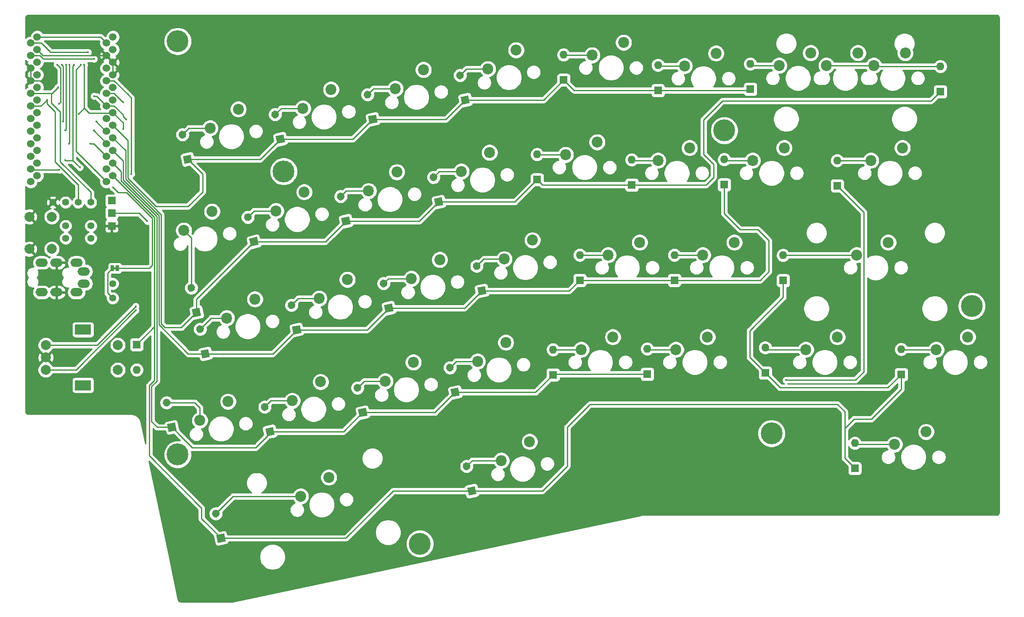
<source format=gbl>
G04 #@! TF.GenerationSoftware,KiCad,Pcbnew,(5.1.6)-1*
G04 #@! TF.CreationDate,2020-08-09T18:55:19-07:00*
G04 #@! TF.ProjectId,Alipt-Keyboard-Right,416c6970-742d-44b6-9579-626f6172642d,rev?*
G04 #@! TF.SameCoordinates,Original*
G04 #@! TF.FileFunction,Copper,L2,Bot*
G04 #@! TF.FilePolarity,Positive*
%FSLAX46Y46*%
G04 Gerber Fmt 4.6, Leading zero omitted, Abs format (unit mm)*
G04 Created by KiCad (PCBNEW (5.1.6)-1) date 2020-08-09 18:55:19*
%MOMM*%
%LPD*%
G01*
G04 APERTURE LIST*
G04 #@! TA.AperFunction,EtchedComponent*
%ADD10C,0.100000*%
G04 #@! TD*
G04 #@! TA.AperFunction,ComponentPad*
%ADD11C,4.400000*%
G04 #@! TD*
G04 #@! TA.AperFunction,ComponentPad*
%ADD12C,2.000000*%
G04 #@! TD*
G04 #@! TA.AperFunction,ComponentPad*
%ADD13R,1.524000X1.524000*%
G04 #@! TD*
G04 #@! TA.AperFunction,ComponentPad*
%ADD14C,1.397000*%
G04 #@! TD*
G04 #@! TA.AperFunction,ComponentPad*
%ADD15O,2.500000X1.700000*%
G04 #@! TD*
G04 #@! TA.AperFunction,SMDPad,CuDef*
%ADD16R,0.635000X1.143000*%
G04 #@! TD*
G04 #@! TA.AperFunction,ComponentPad*
%ADD17C,1.524000*%
G04 #@! TD*
G04 #@! TA.AperFunction,ComponentPad*
%ADD18R,3.200000X2.000000*%
G04 #@! TD*
G04 #@! TA.AperFunction,ComponentPad*
%ADD19C,0.100000*%
G04 #@! TD*
G04 #@! TA.AperFunction,ComponentPad*
%ADD20R,1.600000X1.600000*%
G04 #@! TD*
G04 #@! TA.AperFunction,ComponentPad*
%ADD21O,1.600000X1.600000*%
G04 #@! TD*
G04 #@! TA.AperFunction,ComponentPad*
%ADD22C,2.200000*%
G04 #@! TD*
G04 #@! TA.AperFunction,ViaPad*
%ADD23C,0.400000*%
G04 #@! TD*
G04 #@! TA.AperFunction,Conductor*
%ADD24C,0.250000*%
G04 #@! TD*
G04 #@! TA.AperFunction,Conductor*
%ADD25C,0.500000*%
G04 #@! TD*
G04 #@! TA.AperFunction,Conductor*
%ADD26C,0.254000*%
G04 #@! TD*
G04 APERTURE END LIST*
D10*
G36*
X68335502Y-95735001D02*
G01*
X67935502Y-95735001D01*
X67935502Y-96035001D01*
X68335502Y-96035001D01*
X68335502Y-95735001D01*
G37*
X68335502Y-95735001D02*
X67935502Y-95735001D01*
X67935502Y-96035001D01*
X68335502Y-96035001D01*
X68335502Y-95735001D01*
D11*
X129539995Y-151384009D03*
D12*
X50927000Y-85511500D03*
X55427000Y-85511500D03*
X50927000Y-92011500D03*
X55427000Y-92011500D03*
D11*
X102108000Y-76390500D03*
X80772006Y-133413500D03*
X190817500Y-68135500D03*
X200342504Y-129158999D03*
X80772000Y-50165002D03*
X240665000Y-103505000D03*
D13*
X67500501Y-87372501D03*
X67500501Y-84772501D03*
X67500501Y-82272501D03*
D14*
X58229501Y-89852502D03*
X63309501Y-89852502D03*
X63309504Y-87353757D03*
X58229504Y-87353757D03*
X55655910Y-82613501D03*
X58195910Y-82613501D03*
X60735910Y-82613501D03*
X63275910Y-82613501D03*
D15*
X60401500Y-94765500D03*
X61901500Y-98965500D03*
X53401500Y-94765500D03*
X56401500Y-94765500D03*
X53401500Y-100715500D03*
X56401500Y-100715500D03*
X60401500Y-100715500D03*
X61901500Y-96515500D03*
D14*
X67691003Y-101917500D03*
X67691001Y-98996492D03*
D16*
X68635882Y-95885001D03*
X67635122Y-95885001D03*
D17*
X66436503Y-55577250D03*
X51196503Y-73357250D03*
X66436503Y-65737250D03*
X51196503Y-63197250D03*
X51196503Y-58117250D03*
X66436503Y-75897250D03*
X51196503Y-55577250D03*
X51196503Y-50497250D03*
X66436503Y-70817250D03*
X51196503Y-78437250D03*
X66436503Y-63197250D03*
X66436503Y-53037250D03*
X66436503Y-58117250D03*
X66436503Y-60657250D03*
X66436503Y-73357250D03*
X66436503Y-68277250D03*
X51196503Y-70817250D03*
X51196503Y-68277250D03*
X66436503Y-78437250D03*
X51196503Y-75897250D03*
X51196503Y-53037250D03*
X66436503Y-50497250D03*
X51196503Y-65737250D03*
X51196503Y-60657250D03*
X67735318Y-49301505D03*
X67735318Y-51841505D03*
X67735318Y-54381505D03*
X67735318Y-56921505D03*
X67735318Y-59461505D03*
X67735318Y-62001505D03*
X67735318Y-64541505D03*
X67735318Y-67081505D03*
X67735318Y-69621505D03*
X67735318Y-72161505D03*
X67735318Y-74701505D03*
X67735318Y-77241505D03*
X52495318Y-77241505D03*
X52495318Y-74701505D03*
X52495318Y-72161505D03*
X52495318Y-69621505D03*
X52495318Y-67081505D03*
X52495318Y-64541505D03*
X52495318Y-62001505D03*
X52495318Y-59461505D03*
X52495318Y-56921505D03*
X52495318Y-54381505D03*
X52495318Y-51841505D03*
X52495318Y-49301505D03*
D12*
X54221999Y-116355499D03*
X54221999Y-113855499D03*
X54221999Y-111355499D03*
D18*
X61721999Y-119455499D03*
X61721999Y-108255499D03*
D12*
X68721999Y-116355499D03*
X68721999Y-111355499D03*
G04 #@! TA.AperFunction,ComponentPad*
G36*
G01*
X81904090Y-69755281D02*
X81904090Y-69755281D01*
G75*
G02*
X80955243Y-69139092I-166329J782518D01*
G01*
X80955243Y-69139092D01*
G75*
G02*
X81571432Y-68190245I782518J166329D01*
G01*
X81571432Y-68190245D01*
G75*
G02*
X82520279Y-68806434I166329J-782518D01*
G01*
X82520279Y-68806434D01*
G75*
G02*
X81904090Y-69755281I-782518J-166329D01*
G01*
G37*
G04 #@! TD.AperFunction*
G04 #@! TA.AperFunction,ComponentPad*
D19*
G36*
X83742799Y-74557942D02*
G01*
X82177763Y-74890600D01*
X81845105Y-73325564D01*
X83410141Y-72992906D01*
X83742799Y-74557942D01*
G37*
G04 #@! TD.AperFunction*
G04 #@! TA.AperFunction,ComponentPad*
G36*
X102411799Y-70493942D02*
G01*
X100846763Y-70826600D01*
X100514105Y-69261564D01*
X102079141Y-68928906D01*
X102411799Y-70493942D01*
G37*
G04 #@! TD.AperFunction*
G04 #@! TA.AperFunction,ComponentPad*
G36*
G01*
X100573090Y-65691281D02*
X100573090Y-65691281D01*
G75*
G02*
X99624243Y-65075092I-166329J782518D01*
G01*
X99624243Y-65075092D01*
G75*
G02*
X100240432Y-64126245I782518J166329D01*
G01*
X100240432Y-64126245D01*
G75*
G02*
X101189279Y-64742434I166329J-782518D01*
G01*
X101189279Y-64742434D01*
G75*
G02*
X100573090Y-65691281I-782518J-166329D01*
G01*
G37*
G04 #@! TD.AperFunction*
G04 #@! TA.AperFunction,ComponentPad*
G36*
X121017299Y-66493442D02*
G01*
X119452263Y-66826100D01*
X119119605Y-65261064D01*
X120684641Y-64928406D01*
X121017299Y-66493442D01*
G37*
G04 #@! TD.AperFunction*
G04 #@! TA.AperFunction,ComponentPad*
G36*
G01*
X119178590Y-61690781D02*
X119178590Y-61690781D01*
G75*
G02*
X118229743Y-61074592I-166329J782518D01*
G01*
X118229743Y-61074592D01*
G75*
G02*
X118845932Y-60125745I782518J166329D01*
G01*
X118845932Y-60125745D01*
G75*
G02*
X119794779Y-60741934I166329J-782518D01*
G01*
X119794779Y-60741934D01*
G75*
G02*
X119178590Y-61690781I-782518J-166329D01*
G01*
G37*
G04 #@! TD.AperFunction*
G04 #@! TA.AperFunction,ComponentPad*
G36*
G01*
X137784090Y-57817281D02*
X137784090Y-57817281D01*
G75*
G02*
X136835243Y-57201092I-166329J782518D01*
G01*
X136835243Y-57201092D01*
G75*
G02*
X137451432Y-56252245I782518J166329D01*
G01*
X137451432Y-56252245D01*
G75*
G02*
X138400279Y-56868434I166329J-782518D01*
G01*
X138400279Y-56868434D01*
G75*
G02*
X137784090Y-57817281I-782518J-166329D01*
G01*
G37*
G04 #@! TD.AperFunction*
G04 #@! TA.AperFunction,ComponentPad*
G36*
X139622799Y-62619942D02*
G01*
X138057763Y-62952600D01*
X137725105Y-61387564D01*
X139290141Y-61054906D01*
X139622799Y-62619942D01*
G37*
G04 #@! TD.AperFunction*
D20*
X158496000Y-57975500D03*
D21*
X158496000Y-52895500D03*
X177482500Y-54991000D03*
D20*
X177482500Y-60071000D03*
X196088000Y-59817000D03*
D21*
X196088000Y-54737000D03*
G04 #@! TA.AperFunction,ComponentPad*
D19*
G36*
X85520799Y-105418942D02*
G01*
X83955763Y-105751600D01*
X83623105Y-104186564D01*
X85188141Y-103853906D01*
X85520799Y-105418942D01*
G37*
G04 #@! TD.AperFunction*
G04 #@! TA.AperFunction,ComponentPad*
G36*
G01*
X83682090Y-100616281D02*
X83682090Y-100616281D01*
G75*
G02*
X82733243Y-100000092I-166329J782518D01*
G01*
X82733243Y-100000092D01*
G75*
G02*
X83349432Y-99051245I782518J166329D01*
G01*
X83349432Y-99051245D01*
G75*
G02*
X84298279Y-99667434I166329J-782518D01*
G01*
X84298279Y-99667434D01*
G75*
G02*
X83682090Y-100616281I-782518J-166329D01*
G01*
G37*
G04 #@! TD.AperFunction*
G04 #@! TA.AperFunction,ComponentPad*
G36*
G01*
X95113834Y-86372359D02*
X95113834Y-86372359D01*
G75*
G02*
X94144059Y-85789660I-193538J776237D01*
G01*
X94144059Y-85789660D01*
G75*
G02*
X94726758Y-84819885I776237J193538D01*
G01*
X94726758Y-84819885D01*
G75*
G02*
X95696533Y-85402584I193538J-776237D01*
G01*
X95696533Y-85402584D01*
G75*
G02*
X95113834Y-86372359I-776237J-193538D01*
G01*
G37*
G04 #@! TD.AperFunction*
G04 #@! TA.AperFunction,ComponentPad*
G36*
X97119033Y-91107923D02*
G01*
X95566560Y-91494998D01*
X95179485Y-89942525D01*
X96731958Y-89555450D01*
X97119033Y-91107923D01*
G37*
G04 #@! TD.AperFunction*
G04 #@! TA.AperFunction,ComponentPad*
G36*
G01*
X113781090Y-82201281D02*
X113781090Y-82201281D01*
G75*
G02*
X112832243Y-81585092I-166329J782518D01*
G01*
X112832243Y-81585092D01*
G75*
G02*
X113448432Y-80636245I782518J166329D01*
G01*
X113448432Y-80636245D01*
G75*
G02*
X114397279Y-81252434I166329J-782518D01*
G01*
X114397279Y-81252434D01*
G75*
G02*
X113781090Y-82201281I-782518J-166329D01*
G01*
G37*
G04 #@! TD.AperFunction*
G04 #@! TA.AperFunction,ComponentPad*
G36*
X115619799Y-87003942D02*
G01*
X114054763Y-87336600D01*
X113722105Y-85771564D01*
X115287141Y-85438906D01*
X115619799Y-87003942D01*
G37*
G04 #@! TD.AperFunction*
G04 #@! TA.AperFunction,ComponentPad*
G36*
X134288799Y-83130442D02*
G01*
X132723763Y-83463100D01*
X132391105Y-81898064D01*
X133956141Y-81565406D01*
X134288799Y-83130442D01*
G37*
G04 #@! TD.AperFunction*
G04 #@! TA.AperFunction,ComponentPad*
G36*
G01*
X132450090Y-78327781D02*
X132450090Y-78327781D01*
G75*
G02*
X131501243Y-77711592I-166329J782518D01*
G01*
X131501243Y-77711592D01*
G75*
G02*
X132117432Y-76762745I782518J166329D01*
G01*
X132117432Y-76762745D01*
G75*
G02*
X133066279Y-77378934I166329J-782518D01*
G01*
X133066279Y-77378934D01*
G75*
G02*
X132450090Y-78327781I-782518J-166329D01*
G01*
G37*
G04 #@! TD.AperFunction*
D21*
X153162000Y-72961500D03*
D20*
X153162000Y-78041500D03*
X172212000Y-79121000D03*
D21*
X172212000Y-74041000D03*
X234315000Y-55245000D03*
D20*
X234315000Y-60325000D03*
G04 #@! TA.AperFunction,ComponentPad*
G36*
G01*
X85460090Y-108934781D02*
X85460090Y-108934781D01*
G75*
G02*
X84511243Y-108318592I-166329J782518D01*
G01*
X84511243Y-108318592D01*
G75*
G02*
X85127432Y-107369745I782518J166329D01*
G01*
X85127432Y-107369745D01*
G75*
G02*
X86076279Y-107985934I166329J-782518D01*
G01*
X86076279Y-107985934D01*
G75*
G02*
X85460090Y-108934781I-782518J-166329D01*
G01*
G37*
G04 #@! TD.AperFunction*
G04 #@! TA.AperFunction,ComponentPad*
D19*
G36*
X87298799Y-113737442D02*
G01*
X85733763Y-114070100D01*
X85401105Y-112505064D01*
X86966141Y-112172406D01*
X87298799Y-113737442D01*
G37*
G04 #@! TD.AperFunction*
G04 #@! TA.AperFunction,ComponentPad*
G36*
X105713799Y-108911442D02*
G01*
X104148763Y-109244100D01*
X103816105Y-107679064D01*
X105381141Y-107346406D01*
X105713799Y-108911442D01*
G37*
G04 #@! TD.AperFunction*
G04 #@! TA.AperFunction,ComponentPad*
G36*
G01*
X103875090Y-104108781D02*
X103875090Y-104108781D01*
G75*
G02*
X102926243Y-103492592I-166329J782518D01*
G01*
X102926243Y-103492592D01*
G75*
G02*
X103542432Y-102543745I782518J166329D01*
G01*
X103542432Y-102543745D01*
G75*
G02*
X104491279Y-103159934I166329J-782518D01*
G01*
X104491279Y-103159934D01*
G75*
G02*
X103875090Y-104108781I-782518J-166329D01*
G01*
G37*
G04 #@! TD.AperFunction*
G04 #@! TA.AperFunction,ComponentPad*
G36*
G01*
X122417090Y-99727281D02*
X122417090Y-99727281D01*
G75*
G02*
X121468243Y-99111092I-166329J782518D01*
G01*
X121468243Y-99111092D01*
G75*
G02*
X122084432Y-98162245I782518J166329D01*
G01*
X122084432Y-98162245D01*
G75*
G02*
X123033279Y-98778434I166329J-782518D01*
G01*
X123033279Y-98778434D01*
G75*
G02*
X122417090Y-99727281I-782518J-166329D01*
G01*
G37*
G04 #@! TD.AperFunction*
G04 #@! TA.AperFunction,ComponentPad*
G36*
X124255799Y-104529942D02*
G01*
X122690763Y-104862600D01*
X122358105Y-103297564D01*
X123923141Y-102964906D01*
X124255799Y-104529942D01*
G37*
G04 #@! TD.AperFunction*
G04 #@! TA.AperFunction,ComponentPad*
G36*
X142988299Y-101037442D02*
G01*
X141423263Y-101370100D01*
X141090605Y-99805064D01*
X142655641Y-99472406D01*
X142988299Y-101037442D01*
G37*
G04 #@! TD.AperFunction*
G04 #@! TA.AperFunction,ComponentPad*
G36*
G01*
X141149590Y-96234781D02*
X141149590Y-96234781D01*
G75*
G02*
X140200743Y-95618592I-166329J782518D01*
G01*
X140200743Y-95618592D01*
G75*
G02*
X140816932Y-94669745I782518J166329D01*
G01*
X140816932Y-94669745D01*
G75*
G02*
X141765779Y-95285934I166329J-782518D01*
G01*
X141765779Y-95285934D01*
G75*
G02*
X141149590Y-96234781I-782518J-166329D01*
G01*
G37*
G04 #@! TD.AperFunction*
D20*
X161734500Y-98298000D03*
D21*
X161734500Y-93218000D03*
X180784500Y-93218000D03*
D20*
X180784500Y-98298000D03*
X190817500Y-79057500D03*
D21*
X190817500Y-73977500D03*
G04 #@! TA.AperFunction,ComponentPad*
G36*
G01*
X78729090Y-123730281D02*
X78729090Y-123730281D01*
G75*
G02*
X77780243Y-123114092I-166329J782518D01*
G01*
X77780243Y-123114092D01*
G75*
G02*
X78396432Y-122165245I782518J166329D01*
G01*
X78396432Y-122165245D01*
G75*
G02*
X79345279Y-122781434I166329J-782518D01*
G01*
X79345279Y-122781434D01*
G75*
G02*
X78729090Y-123730281I-782518J-166329D01*
G01*
G37*
G04 #@! TD.AperFunction*
G04 #@! TA.AperFunction,ComponentPad*
D19*
G36*
X80567799Y-128532942D02*
G01*
X79002763Y-128865600D01*
X78670105Y-127300564D01*
X80235141Y-126967906D01*
X80567799Y-128532942D01*
G37*
G04 #@! TD.AperFunction*
G04 #@! TA.AperFunction,ComponentPad*
G36*
G01*
X98477590Y-124619281D02*
X98477590Y-124619281D01*
G75*
G02*
X97528743Y-124003092I-166329J782518D01*
G01*
X97528743Y-124003092D01*
G75*
G02*
X98144932Y-123054245I782518J166329D01*
G01*
X98144932Y-123054245D01*
G75*
G02*
X99093779Y-123670434I166329J-782518D01*
G01*
X99093779Y-123670434D01*
G75*
G02*
X98477590Y-124619281I-782518J-166329D01*
G01*
G37*
G04 #@! TD.AperFunction*
G04 #@! TA.AperFunction,ComponentPad*
G36*
X100316299Y-129421942D02*
G01*
X98751263Y-129754600D01*
X98418605Y-128189564D01*
X99983641Y-127856906D01*
X100316299Y-129421942D01*
G37*
G04 #@! TD.AperFunction*
G04 #@! TA.AperFunction,ComponentPad*
G36*
X118985299Y-125548442D02*
G01*
X117420263Y-125881100D01*
X117087605Y-124316064D01*
X118652641Y-123983406D01*
X118985299Y-125548442D01*
G37*
G04 #@! TD.AperFunction*
G04 #@! TA.AperFunction,ComponentPad*
G36*
G01*
X117146590Y-120745781D02*
X117146590Y-120745781D01*
G75*
G02*
X116197743Y-120129592I-166329J782518D01*
G01*
X116197743Y-120129592D01*
G75*
G02*
X116813932Y-119180745I782518J166329D01*
G01*
X116813932Y-119180745D01*
G75*
G02*
X117762779Y-119796934I166329J-782518D01*
G01*
X117762779Y-119796934D01*
G75*
G02*
X117146590Y-120745781I-782518J-166329D01*
G01*
G37*
G04 #@! TD.AperFunction*
G04 #@! TA.AperFunction,ComponentPad*
G36*
G01*
X135752090Y-116681781D02*
X135752090Y-116681781D01*
G75*
G02*
X134803243Y-116065592I-166329J782518D01*
G01*
X134803243Y-116065592D01*
G75*
G02*
X135419432Y-115116745I782518J166329D01*
G01*
X135419432Y-115116745D01*
G75*
G02*
X136368279Y-115732934I166329J-782518D01*
G01*
X136368279Y-115732934D01*
G75*
G02*
X135752090Y-116681781I-782518J-166329D01*
G01*
G37*
G04 #@! TD.AperFunction*
G04 #@! TA.AperFunction,ComponentPad*
G36*
X137590799Y-121484442D02*
G01*
X136025763Y-121817100D01*
X135693105Y-120252064D01*
X137258141Y-119919406D01*
X137590799Y-121484442D01*
G37*
G04 #@! TD.AperFunction*
D21*
X156337000Y-112268000D03*
D20*
X156337000Y-117348000D03*
X175323500Y-117221000D03*
D21*
X175323500Y-112141000D03*
X213550500Y-74168000D03*
D20*
X213550500Y-79248000D03*
G04 #@! TA.AperFunction,ComponentPad*
D19*
G36*
X90473799Y-150884942D02*
G01*
X88908763Y-151217600D01*
X88576105Y-149652564D01*
X90141141Y-149319906D01*
X90473799Y-150884942D01*
G37*
G04 #@! TD.AperFunction*
G04 #@! TA.AperFunction,ComponentPad*
G36*
G01*
X88635090Y-146082281D02*
X88635090Y-146082281D01*
G75*
G02*
X87686243Y-145466092I-166329J782518D01*
G01*
X87686243Y-145466092D01*
G75*
G02*
X88302432Y-144517245I782518J166329D01*
G01*
X88302432Y-144517245D01*
G75*
G02*
X89251279Y-145133434I166329J-782518D01*
G01*
X89251279Y-145133434D01*
G75*
G02*
X88635090Y-146082281I-782518J-166329D01*
G01*
G37*
G04 #@! TD.AperFunction*
G04 #@! TA.AperFunction,ComponentPad*
G36*
X140956299Y-141359942D02*
G01*
X139391263Y-141692600D01*
X139058605Y-140127564D01*
X140623641Y-139794906D01*
X140956299Y-141359942D01*
G37*
G04 #@! TD.AperFunction*
G04 #@! TA.AperFunction,ComponentPad*
G36*
G01*
X139117590Y-136557281D02*
X139117590Y-136557281D01*
G75*
G02*
X138168743Y-135941092I-166329J782518D01*
G01*
X138168743Y-135941092D01*
G75*
G02*
X138784932Y-134992245I782518J166329D01*
G01*
X138784932Y-134992245D01*
G75*
G02*
X139733779Y-135608434I166329J-782518D01*
G01*
X139733779Y-135608434D01*
G75*
G02*
X139117590Y-136557281I-782518J-166329D01*
G01*
G37*
G04 #@! TD.AperFunction*
D21*
X217106500Y-131127500D03*
D20*
X217106500Y-136207500D03*
X199072500Y-116967000D03*
D21*
X199072500Y-111887000D03*
X226441000Y-112204500D03*
D20*
X226441000Y-117284500D03*
X202692000Y-98361500D03*
D21*
X202692000Y-93281500D03*
D20*
X72517000Y-111252000D03*
D21*
X72517000Y-116332000D03*
D22*
X87312162Y-67649648D03*
X92995304Y-63844914D03*
X111664304Y-59880500D03*
X105981162Y-63685234D03*
X130269804Y-55907414D03*
X124586662Y-59712148D03*
X143224358Y-55747734D03*
X148907500Y-51943000D03*
X170561000Y-50419000D03*
X164211000Y-52959000D03*
X182816500Y-55118000D03*
X189166500Y-52578000D03*
X201866500Y-55054500D03*
X208216500Y-52514500D03*
X82010358Y-88259734D03*
X87693500Y-84455000D03*
X106266804Y-80518000D03*
X100583662Y-84322734D03*
X119221358Y-80322234D03*
X124904500Y-76517500D03*
X143573500Y-72580500D03*
X137890358Y-76385234D03*
X158877000Y-73025000D03*
X165227000Y-70485000D03*
X183832500Y-71628000D03*
X177482500Y-74168000D03*
X96329500Y-102108000D03*
X90646358Y-105912734D03*
X109251858Y-101975734D03*
X114935000Y-98171000D03*
X133540500Y-94170500D03*
X127857358Y-97975234D03*
X146526358Y-94038234D03*
X152209500Y-90233500D03*
X173799500Y-90678000D03*
X167449500Y-93218000D03*
X186499500Y-93218000D03*
X192849500Y-90678000D03*
X196532500Y-74168000D03*
X202882500Y-71628000D03*
X90932000Y-122745500D03*
X85248858Y-126550234D03*
X109568804Y-118772414D03*
X103885662Y-122577148D03*
X128237804Y-114835414D03*
X122554662Y-118640148D03*
X146843304Y-110834914D03*
X141160162Y-114639648D03*
X162052000Y-112268000D03*
X168402000Y-109728000D03*
X187452000Y-109728000D03*
X181102000Y-112268000D03*
X226695000Y-71628000D03*
X220345000Y-74168000D03*
X111219804Y-138012914D03*
X105536662Y-141817648D03*
X151638000Y-130810000D03*
X145954858Y-134614734D03*
X231457500Y-128841500D03*
X225107500Y-131381500D03*
X213614000Y-109728000D03*
X207264000Y-112268000D03*
X239839500Y-109728000D03*
X233489500Y-112268000D03*
X217487504Y-93218006D03*
X223837504Y-90678006D03*
X220916500Y-55054500D03*
X227266500Y-52514500D03*
X211391500Y-55054500D03*
X217741500Y-52514500D03*
D23*
X56959498Y-76073003D03*
X203263500Y-118427500D03*
X54864000Y-56896000D03*
X181864000Y-104203500D03*
X51371500Y-45529500D03*
X244094000Y-57340500D03*
X54165500Y-121031000D03*
X62738007Y-52387502D03*
X74676000Y-86423500D03*
X71437500Y-76898500D03*
X54483000Y-61975998D03*
X56705496Y-59435996D03*
X69797330Y-67881499D03*
X61976000Y-54927500D03*
X60833000Y-64770000D03*
X61277500Y-54927500D03*
X64167126Y-76167874D03*
X59880500Y-54927500D03*
X61087000Y-75565000D03*
X58166000Y-74104500D03*
X58991500Y-54927500D03*
X58928000Y-70802500D03*
X63246000Y-70802500D03*
X58293000Y-54927500D03*
X58166000Y-68135500D03*
X63881000Y-68135500D03*
X57467500Y-54927500D03*
X57721500Y-66357500D03*
X64389000Y-66357500D03*
X56515000Y-54864000D03*
X56832500Y-62738000D03*
X72330530Y-104354492D03*
X69797328Y-62420496D03*
X72330530Y-103568501D03*
X63944500Y-61214000D03*
X70395163Y-65939337D03*
X67754491Y-79628998D03*
X63944505Y-53721004D03*
D24*
X70755534Y-70101719D02*
X67735316Y-67081496D01*
X97398952Y-73941753D02*
X82793952Y-73941753D01*
X101462952Y-69877753D02*
X97398952Y-73941753D01*
X116067952Y-69877753D02*
X120068452Y-65877253D01*
X101462952Y-69877753D02*
X116067952Y-69877753D01*
X134800452Y-65877253D02*
X138673952Y-62003753D01*
X120068452Y-65877253D02*
X134800452Y-65877253D01*
X154467747Y-62003753D02*
X158496000Y-57975500D01*
X138673952Y-62003753D02*
X154467747Y-62003753D01*
X160591500Y-60071000D02*
X158496000Y-57975500D01*
X177482500Y-60071000D02*
X160591500Y-60071000D01*
X195834000Y-60071000D02*
X177482500Y-60071000D01*
X196088000Y-59817000D02*
X195834000Y-60071000D01*
X82793952Y-73941753D02*
X82831753Y-73941753D01*
X82831753Y-73941753D02*
X85788500Y-76898500D01*
X85788500Y-76898500D02*
X85788500Y-80518000D01*
X85788500Y-80518000D02*
X82879727Y-83426773D01*
X82879727Y-83426773D02*
X76466227Y-83426773D01*
X76466227Y-83426773D02*
X70755530Y-77716074D01*
X70755533Y-70101720D02*
X70755533Y-73041533D01*
X67735318Y-67081505D02*
X70755533Y-70101720D01*
X70755530Y-77716074D02*
X70755533Y-73041533D01*
X70755533Y-73041533D02*
X70755534Y-70101719D01*
X83060876Y-67649648D02*
X81737761Y-68972763D01*
X87312162Y-67649648D02*
X83060876Y-67649648D01*
X101630290Y-63685234D02*
X100406761Y-64908763D01*
X105981162Y-63685234D02*
X101630290Y-63685234D01*
X120208376Y-59712148D02*
X119012261Y-60908263D01*
X124586662Y-59712148D02*
X120208376Y-59712148D01*
X138904790Y-55747734D02*
X137617761Y-57034763D01*
X143224358Y-55747734D02*
X138904790Y-55747734D01*
X158559500Y-52959000D02*
X158496000Y-52895500D01*
X164211000Y-52959000D02*
X158559500Y-52959000D01*
X177609500Y-55118000D02*
X177482500Y-54991000D01*
X182816500Y-55118000D02*
X177609500Y-55118000D01*
X196405500Y-55054500D02*
X196088000Y-54737000D01*
X201866500Y-55054500D02*
X196405500Y-55054500D01*
X83515761Y-89765137D02*
X82010358Y-88259734D01*
X83515761Y-99833763D02*
X83515761Y-89765137D01*
X77482433Y-86689926D02*
X77482429Y-86284074D01*
X70305520Y-77902474D02*
X70305514Y-72191710D01*
X77482433Y-107069191D02*
X77482433Y-86689926D01*
X77482431Y-85079383D02*
X70305520Y-77902474D01*
X77482433Y-86689926D02*
X77482431Y-85079383D01*
X70305514Y-72191710D02*
X67735318Y-69621499D01*
X110533481Y-90525224D02*
X114670952Y-86387753D01*
X96149259Y-90525224D02*
X110533481Y-90525224D01*
X129466452Y-86387753D02*
X114670952Y-86387753D01*
X133339952Y-82514253D02*
X129466452Y-86387753D01*
X148689247Y-82514253D02*
X133339952Y-82514253D01*
X153162000Y-78041500D02*
X148689247Y-82514253D01*
X154241500Y-79121000D02*
X153162000Y-78041500D01*
X172212000Y-79121000D02*
X154241500Y-79121000D01*
X190436500Y-62166500D02*
X232473500Y-62166500D01*
X172212000Y-79121000D02*
X187134500Y-79121000D01*
X232473500Y-62166500D02*
X234315000Y-60325000D01*
X186626500Y-65976500D02*
X190436500Y-62166500D01*
X187134500Y-79121000D02*
X188658500Y-77597000D01*
X186626500Y-72898000D02*
X186626500Y-65976500D01*
X188658500Y-77597000D02*
X188658500Y-74930000D01*
X188658500Y-74930000D02*
X186626500Y-72898000D01*
X84571952Y-102102531D02*
X96149259Y-90525224D01*
X84571952Y-104802753D02*
X84571952Y-102102531D01*
X84571952Y-104802753D02*
X84554247Y-104802753D01*
X78236242Y-107823000D02*
X77482433Y-107069191D01*
X81534000Y-107823000D02*
X78236242Y-107823000D01*
X84554247Y-104802753D02*
X81534000Y-107823000D01*
X96193684Y-84322734D02*
X94920296Y-85596122D01*
X100583662Y-84322734D02*
X96193684Y-84322734D01*
X114711290Y-80322234D02*
X113614761Y-81418763D01*
X119221358Y-80322234D02*
X114711290Y-80322234D01*
X133443790Y-76385234D02*
X132283761Y-77545263D01*
X137890358Y-76385234D02*
X133443790Y-76385234D01*
X153225500Y-73025000D02*
X153162000Y-72961500D01*
X158877000Y-73025000D02*
X153225500Y-73025000D01*
X172339000Y-74168000D02*
X172212000Y-74041000D01*
X177482500Y-74168000D02*
X172339000Y-74168000D01*
X221107000Y-55245000D02*
X220916500Y-55054500D01*
X234315000Y-55245000D02*
X221107000Y-55245000D01*
X220916500Y-55054500D02*
X211391500Y-55054500D01*
X69855503Y-74281694D02*
X67735314Y-72161502D01*
X77032424Y-85265783D02*
X69855512Y-78088872D01*
X69855512Y-78088872D02*
X69855503Y-74281694D01*
X180784500Y-98298000D02*
X161734500Y-98298000D01*
X159611247Y-100421253D02*
X161734500Y-98298000D01*
X142039452Y-100421253D02*
X159611247Y-100421253D01*
X138546952Y-103913753D02*
X142039452Y-100421253D01*
X123306952Y-103913753D02*
X138546952Y-103913753D01*
X118925452Y-108295253D02*
X123306952Y-103913753D01*
X104764952Y-108295253D02*
X118925452Y-108295253D01*
X99938952Y-113121253D02*
X104764952Y-108295253D01*
X86349952Y-113121253D02*
X99938952Y-113121253D01*
X77032421Y-107255589D02*
X77032421Y-106228579D01*
X86349952Y-113121253D02*
X82898085Y-113121253D01*
X77032421Y-107255593D02*
X77032421Y-106228579D01*
X82898085Y-113121253D02*
X77032421Y-107255589D01*
X77032421Y-106228579D02*
X77032424Y-85265783D01*
X190817500Y-79057500D02*
X190817500Y-84264500D01*
X190817500Y-79057500D02*
X190817500Y-84899500D01*
X190817500Y-84899500D02*
X193992500Y-88074500D01*
X193992500Y-88074500D02*
X197548500Y-88074500D01*
X197548500Y-88074500D02*
X199771000Y-90297000D01*
X199771000Y-90297000D02*
X199771000Y-96583500D01*
X198056500Y-98298000D02*
X180784500Y-98298000D01*
X199771000Y-96583500D02*
X198056500Y-98298000D01*
X87533290Y-105912734D02*
X85293761Y-108152263D01*
X90646358Y-105912734D02*
X87533290Y-105912734D01*
X105059290Y-101975734D02*
X103708761Y-103326263D01*
X109251858Y-101975734D02*
X105059290Y-101975734D01*
X123220290Y-97975234D02*
X122250761Y-98944763D01*
X127857358Y-97975234D02*
X123220290Y-97975234D01*
X142397290Y-94038234D02*
X140983261Y-95452263D01*
X146526358Y-94038234D02*
X142397290Y-94038234D01*
X167449500Y-93218000D02*
X161734500Y-93218000D01*
X186499500Y-93218000D02*
X180784500Y-93218000D01*
X191008000Y-74168000D02*
X190817500Y-73977500D01*
X196532500Y-74168000D02*
X191008000Y-74168000D01*
X69405502Y-76371685D02*
X67735311Y-74701503D01*
X69405488Y-78275274D02*
X69405502Y-76371685D01*
X76541831Y-85431825D02*
X76541826Y-85411596D01*
X76541826Y-85411596D02*
X69405488Y-78275274D01*
X51372252Y-76072996D02*
X51196504Y-75897240D01*
X76582413Y-85472414D02*
X76541831Y-85431825D01*
X79618952Y-127916753D02*
X76672253Y-127916753D01*
X76672253Y-127916753D02*
X75507010Y-126751510D01*
X75507010Y-126751510D02*
X75507010Y-119693400D01*
X76582412Y-118617998D02*
X76582412Y-106742088D01*
X75507010Y-119693400D02*
X76582412Y-118617998D01*
X76582412Y-107441997D02*
X76582412Y-106742088D01*
X76582412Y-106742088D02*
X76582413Y-85472414D01*
X114162952Y-128805753D02*
X99367452Y-128805753D01*
X118036452Y-124932253D02*
X114162952Y-128805753D01*
X99367452Y-128805753D02*
X99367452Y-129169048D01*
X99367452Y-129169048D02*
X96520000Y-132016500D01*
X83718698Y-132016500D02*
X81165849Y-129463651D01*
X96520000Y-132016500D02*
X83718698Y-132016500D01*
X81165849Y-129463651D02*
X79618952Y-127916753D01*
X132577952Y-124932253D02*
X118036452Y-124932253D01*
X136641952Y-120868253D02*
X132577952Y-124932253D01*
X152816747Y-120868253D02*
X136641952Y-120868253D01*
X156337000Y-117348000D02*
X152816747Y-120868253D01*
X156464000Y-117221000D02*
X156337000Y-117348000D01*
X175323500Y-117221000D02*
X156464000Y-117221000D01*
X56959498Y-76073003D02*
X51372252Y-76072996D01*
X218912505Y-84610005D02*
X218912505Y-116748495D01*
X213550500Y-79248000D02*
X218912505Y-84610005D01*
X218912505Y-116748495D02*
X217233500Y-118427500D01*
X217233500Y-118427500D02*
X203263500Y-118427500D01*
X85248858Y-126550234D02*
X85248858Y-123983858D01*
X84212763Y-122947763D02*
X78562761Y-122947763D01*
X85248858Y-123983858D02*
X84212763Y-122947763D01*
X99570876Y-122577148D02*
X98311261Y-123836763D01*
X103885662Y-122577148D02*
X99570876Y-122577148D01*
X118303376Y-118640148D02*
X116980261Y-119963263D01*
X122554662Y-118640148D02*
X118303376Y-118640148D01*
X136845376Y-114639648D02*
X135585761Y-115899263D01*
X141160162Y-114639648D02*
X136845376Y-114639648D01*
X162052000Y-112268000D02*
X156337000Y-112268000D01*
X175450500Y-112268000D02*
X175323500Y-112141000D01*
X181102000Y-112268000D02*
X175450500Y-112268000D01*
X220345000Y-74168000D02*
X213550500Y-74168000D01*
X91950876Y-141817648D02*
X88468761Y-145299763D01*
X105536662Y-141817648D02*
X91950876Y-141817648D01*
X67735318Y-77241500D02*
X76091818Y-85597999D01*
X76091822Y-107677178D02*
X72517000Y-111252000D01*
X76091822Y-107613680D02*
X76091822Y-107677178D01*
X76091821Y-107042179D02*
X76091821Y-118472179D01*
X76091821Y-107042179D02*
X76091822Y-107613680D01*
X76091818Y-85597999D02*
X76091821Y-107042179D01*
X76091821Y-118472179D02*
X75057000Y-119507000D01*
X75057000Y-119507000D02*
X75057000Y-133667500D01*
X75057000Y-133667500D02*
X85598000Y-144208500D01*
X85598000Y-146341801D02*
X89524952Y-150268753D01*
X85598000Y-144208500D02*
X85598000Y-146341801D01*
X202692000Y-98361500D02*
X202692000Y-101727000D01*
X202692000Y-101727000D02*
X195961000Y-108458000D01*
X195961000Y-113855500D02*
X199072500Y-116967000D01*
X195961000Y-108458000D02*
X195961000Y-113855500D01*
X199072500Y-116967000D02*
X202057000Y-119951500D01*
X223774000Y-119951500D02*
X226441000Y-117284500D01*
X202057000Y-119951500D02*
X223774000Y-119951500D01*
X226441000Y-117284500D02*
X226441000Y-120269000D01*
X226441000Y-120269000D02*
X220472000Y-126238000D01*
X218249500Y-126238000D02*
X216979500Y-126238000D01*
X218249500Y-126238000D02*
X217995500Y-126238000D01*
X220472000Y-126238000D02*
X218249500Y-126238000D01*
X216979500Y-126238000D02*
X215074500Y-128143000D01*
X215074500Y-134175500D02*
X217106500Y-136207500D01*
X215074500Y-128143000D02*
X215074500Y-134175500D01*
X215074500Y-128143000D02*
X215074500Y-124777500D01*
X215074500Y-124777500D02*
X213614000Y-123317000D01*
X213614000Y-123317000D02*
X165544500Y-123317000D01*
X159194500Y-127889000D02*
X163766500Y-123317000D01*
X159194500Y-135763000D02*
X159194500Y-127889000D01*
X154213747Y-140743753D02*
X159194500Y-135763000D01*
X163766500Y-123317000D02*
X165544500Y-123317000D01*
X140007452Y-140743753D02*
X154213747Y-140743753D01*
X140007452Y-140743753D02*
X124178247Y-140743753D01*
X114653247Y-150268753D02*
X89524952Y-150268753D01*
X124178247Y-140743753D02*
X114653247Y-150268753D01*
X140111290Y-134614734D02*
X138951261Y-135774763D01*
X145954858Y-134614734D02*
X140111290Y-134614734D01*
X217360500Y-131381500D02*
X217106500Y-131127500D01*
X225107500Y-131381500D02*
X217360500Y-131381500D01*
X199453500Y-112268000D02*
X199072500Y-111887000D01*
X207264000Y-112268000D02*
X199453500Y-112268000D01*
X226504500Y-112268000D02*
X226441000Y-112204500D01*
X233489500Y-112268000D02*
X226504500Y-112268000D01*
X202755494Y-93218006D02*
X202692000Y-93281500D01*
X217487504Y-93218006D02*
X202755494Y-93218006D01*
X67735312Y-54381497D02*
X67735311Y-54336059D01*
X51196504Y-58117245D02*
X51196501Y-55577245D01*
X51305246Y-58008495D02*
X51196504Y-58117245D01*
X67735312Y-54381497D02*
X67735318Y-56921500D01*
X53691066Y-53037245D02*
X52495317Y-51841498D01*
X66436504Y-53037242D02*
X53691066Y-53037245D01*
X67735311Y-54336059D02*
X66436504Y-53037242D01*
X51196503Y-58117250D02*
X53642750Y-58117250D01*
X53642750Y-58117250D02*
X54864000Y-56896000D01*
X62738007Y-52387502D02*
X55880003Y-52387505D01*
X55181497Y-52387501D02*
X55308502Y-52387505D01*
D25*
X51328751Y-50629500D02*
X51196503Y-50497247D01*
D24*
X51196503Y-50497247D02*
X53291245Y-50497249D01*
X55880003Y-52387505D02*
X55308502Y-52387505D01*
X53291245Y-50497249D02*
X55181497Y-52387501D01*
X67500501Y-84772501D02*
X73025001Y-84772501D01*
X73025001Y-84772501D02*
X74676000Y-86423500D01*
X66436505Y-58117246D02*
X67999825Y-58117240D01*
X71437500Y-76898500D02*
X71437500Y-61554924D01*
X71437500Y-61554924D02*
X70886038Y-61003462D01*
X67999825Y-58117240D02*
X70886038Y-61003462D01*
X70886038Y-61003462D02*
X71280535Y-61397959D01*
X66667499Y-96852627D02*
X66667493Y-100894004D01*
X66667493Y-100894004D02*
X67690998Y-101917501D01*
X67635126Y-95885001D02*
X66667499Y-96852627D01*
X51453758Y-63454497D02*
X51196502Y-63197237D01*
X60735914Y-79072409D02*
X60735904Y-82613501D01*
X54147498Y-62311506D02*
X54483000Y-61975998D01*
X53261748Y-63197250D02*
X54483000Y-61975998D01*
X51196503Y-63197250D02*
X53261748Y-63197250D01*
X54483000Y-61975998D02*
X54483000Y-62738007D01*
X57211499Y-75548002D02*
X56134000Y-74470503D01*
X57284498Y-75621002D02*
X57211499Y-75548002D01*
X57284498Y-75621002D02*
X60735914Y-79072409D01*
X56705497Y-75042001D02*
X57284498Y-75621002D01*
X56134000Y-64389007D02*
X54483000Y-62738007D01*
X56134000Y-74470503D02*
X56134000Y-64389007D01*
X55386748Y-62577247D02*
X55386742Y-60657241D01*
X63275912Y-80562906D02*
X57155512Y-74442512D01*
X57155512Y-74442512D02*
X57155505Y-64346016D01*
X63275908Y-82613499D02*
X63275912Y-80562906D01*
X55386742Y-60657241D02*
X51196497Y-60657246D01*
X57155505Y-64346016D02*
X55386748Y-62577247D01*
X56705496Y-59435996D02*
X55484255Y-60657248D01*
X55484255Y-60657248D02*
X55386742Y-60657241D01*
X67735313Y-64541492D02*
X69797331Y-66603511D01*
X69797331Y-66603511D02*
X69797330Y-67881499D01*
X51305238Y-65628502D02*
X51196501Y-65737245D01*
X61976000Y-54927500D02*
X61976000Y-63627000D01*
X67626574Y-64650249D02*
X67735318Y-64541505D01*
X62999249Y-64650249D02*
X67626574Y-64650249D01*
X61976000Y-63627000D02*
X62999249Y-64650249D01*
X61976000Y-63627000D02*
X60833000Y-64770000D01*
X60307999Y-55897001D02*
X60307999Y-72308746D01*
X61277500Y-54927500D02*
X60307999Y-55897001D01*
X60307999Y-72308746D02*
X63500376Y-75501124D01*
X64167126Y-76167874D02*
X66436503Y-78437250D01*
X63500376Y-75501124D02*
X64167126Y-76167874D01*
X59680501Y-74158501D02*
X61087000Y-75565000D01*
X59880500Y-54927500D02*
X59680501Y-55127499D01*
X59680501Y-55127499D02*
X59680501Y-74158501D01*
X59680501Y-74158501D02*
X58220001Y-74158501D01*
X58220001Y-74158501D02*
X58166000Y-74104500D01*
X66387738Y-73405996D02*
X66436499Y-73357243D01*
X63881753Y-70802500D02*
X66436503Y-73357250D01*
X63246000Y-70802500D02*
X63881753Y-70802500D01*
X58991500Y-70739000D02*
X58928000Y-70802500D01*
X58991500Y-54927500D02*
X58991500Y-70739000D01*
X58293000Y-54927500D02*
X58293000Y-68008500D01*
X58293000Y-68008500D02*
X58166000Y-68135500D01*
X66436503Y-70691003D02*
X66436503Y-70817250D01*
X63881000Y-68135500D02*
X66436503Y-70691003D01*
X57467500Y-54927500D02*
X57721500Y-55181500D01*
X57721500Y-55181500D02*
X57721500Y-66357500D01*
X66308750Y-68277250D02*
X66436503Y-68277250D01*
X64389000Y-66357500D02*
X66308750Y-68277250D01*
X57230497Y-62340003D02*
X56832500Y-62738000D01*
X56515000Y-54864000D02*
X57230497Y-55579497D01*
X57230497Y-55579497D02*
X57230497Y-62340003D01*
X66436498Y-60657249D02*
X67999818Y-60657244D01*
X72321530Y-104354505D02*
X72330530Y-104354492D01*
X67999818Y-60657244D02*
X69763083Y-62420507D01*
X69763083Y-62420507D02*
X69797328Y-62420496D01*
X54221998Y-116355503D02*
X60320531Y-116355492D01*
X60320531Y-116355492D02*
X72321530Y-104354505D01*
X54222004Y-111355501D02*
X64543528Y-111355504D01*
X66436495Y-63197244D02*
X67999819Y-63197243D01*
X67999819Y-63197243D02*
X69797326Y-64994751D01*
X64543528Y-111355504D02*
X72330530Y-103568501D01*
X64453253Y-61214000D02*
X66436503Y-63197250D01*
X63944500Y-61214000D02*
X64453253Y-61214000D01*
X69797326Y-65341500D02*
X70395163Y-65939337D01*
X69797326Y-64994751D02*
X69797326Y-65341500D01*
X67754491Y-79628998D02*
X68770498Y-80644995D01*
X53738407Y-53720998D02*
X63944505Y-53721004D01*
X68770498Y-80644995D02*
X70502401Y-80644997D01*
X70502401Y-80644997D02*
X75641805Y-85784397D01*
X75057001Y-95884999D02*
X75641806Y-95300193D01*
X51196498Y-53037242D02*
X53054650Y-53037252D01*
X75641805Y-85784397D02*
X75641806Y-95300193D01*
X68635884Y-95885003D02*
X75057001Y-95884999D01*
X53054650Y-53037252D02*
X53738407Y-53720998D01*
X66436505Y-50497243D02*
X65240749Y-49301495D01*
X65240749Y-49301495D02*
X52495318Y-49301500D01*
D26*
G36*
X245726116Y-44920001D02*
G01*
X245830111Y-44951399D01*
X245926025Y-45002397D01*
X246010204Y-45071052D01*
X246079449Y-45154755D01*
X246131117Y-45250311D01*
X246163239Y-45354081D01*
X246178013Y-45494643D01*
X246178001Y-144999283D01*
X246163996Y-145142114D01*
X246132599Y-145246108D01*
X246081603Y-145342018D01*
X246012943Y-145426204D01*
X245929245Y-145495444D01*
X245833690Y-145547111D01*
X245729918Y-145579234D01*
X245589384Y-145594005D01*
X174338002Y-145593996D01*
X174298742Y-145590615D01*
X174233591Y-145597840D01*
X174168318Y-145604269D01*
X174130604Y-145615709D01*
X91746640Y-163056506D01*
X81441728Y-163056495D01*
X81298894Y-163042492D01*
X81194902Y-163011096D01*
X81098988Y-162960099D01*
X81014806Y-162891443D01*
X80945565Y-162807746D01*
X80893899Y-162712194D01*
X80854975Y-162586457D01*
X80854630Y-162583278D01*
X79013345Y-153784560D01*
X97229736Y-153784560D01*
X97229736Y-154303610D01*
X97330997Y-154812686D01*
X97529629Y-155292226D01*
X97817998Y-155723800D01*
X98185021Y-156090823D01*
X98616595Y-156379192D01*
X99096135Y-156577824D01*
X99605211Y-156679085D01*
X100124261Y-156679085D01*
X100633337Y-156577824D01*
X101112877Y-156379192D01*
X101544451Y-156090823D01*
X101911474Y-155723800D01*
X102199843Y-155292226D01*
X102398475Y-154812686D01*
X102499736Y-154303610D01*
X102499736Y-153784560D01*
X102398475Y-153275484D01*
X102199843Y-152795944D01*
X101911474Y-152364370D01*
X101544451Y-151997347D01*
X101112877Y-151708978D01*
X100633337Y-151510346D01*
X100124261Y-151409085D01*
X99605211Y-151409085D01*
X99096135Y-151510346D01*
X98616595Y-151708978D01*
X98185021Y-151997347D01*
X97817998Y-152364370D01*
X97529629Y-152795944D01*
X97330997Y-153275484D01*
X97229736Y-153784560D01*
X79013345Y-153784560D01*
X75020854Y-134706155D01*
X84838000Y-144523302D01*
X84838001Y-146304469D01*
X84834324Y-146341801D01*
X84838001Y-146379134D01*
X84848998Y-146490787D01*
X84862180Y-146534243D01*
X84892454Y-146634047D01*
X84963026Y-146766077D01*
X85018751Y-146833977D01*
X85058000Y-146881802D01*
X85086998Y-146905600D01*
X87950134Y-149768737D01*
X87951976Y-149785226D01*
X88284634Y-151350262D01*
X88322508Y-151469475D01*
X88382911Y-151579008D01*
X88463522Y-151674652D01*
X88561244Y-151752732D01*
X88672320Y-151810247D01*
X88792483Y-151844987D01*
X88917115Y-151855617D01*
X89041425Y-151841729D01*
X90606461Y-151509071D01*
X90725674Y-151471197D01*
X90835207Y-151410794D01*
X90930851Y-151330183D01*
X91008931Y-151232461D01*
X91066446Y-151121385D01*
X91093227Y-151028753D01*
X114615925Y-151028753D01*
X114653247Y-151032429D01*
X114690569Y-151028753D01*
X114690580Y-151028753D01*
X114802233Y-151017756D01*
X114945494Y-150974299D01*
X115077523Y-150903727D01*
X115193248Y-150808754D01*
X115217051Y-150779750D01*
X117160539Y-148836262D01*
X120509649Y-148836262D01*
X120509649Y-149355312D01*
X120610910Y-149864388D01*
X120809542Y-150343928D01*
X121097911Y-150775502D01*
X121464934Y-151142525D01*
X121896508Y-151430894D01*
X122376048Y-151629526D01*
X122885124Y-151730787D01*
X123404174Y-151730787D01*
X123913250Y-151629526D01*
X124392790Y-151430894D01*
X124824364Y-151142525D01*
X124862103Y-151104786D01*
X126704995Y-151104786D01*
X126704995Y-151663232D01*
X126813943Y-152210948D01*
X127027651Y-152726885D01*
X127337907Y-153191216D01*
X127732788Y-153586097D01*
X128197119Y-153896353D01*
X128713056Y-154110061D01*
X129260772Y-154219009D01*
X129819218Y-154219009D01*
X130366934Y-154110061D01*
X130882871Y-153896353D01*
X131347202Y-153586097D01*
X131742083Y-153191216D01*
X132052339Y-152726885D01*
X132266047Y-152210948D01*
X132374995Y-151663232D01*
X132374995Y-151104786D01*
X132266047Y-150557070D01*
X132052339Y-150041133D01*
X131742083Y-149576802D01*
X131347202Y-149181921D01*
X130882871Y-148871665D01*
X130366934Y-148657957D01*
X129819218Y-148549009D01*
X129260772Y-148549009D01*
X128713056Y-148657957D01*
X128197119Y-148871665D01*
X127732788Y-149181921D01*
X127337907Y-149576802D01*
X127027651Y-150041133D01*
X126813943Y-150557070D01*
X126704995Y-151104786D01*
X124862103Y-151104786D01*
X125191387Y-150775502D01*
X125479756Y-150343928D01*
X125678388Y-149864388D01*
X125779649Y-149355312D01*
X125779649Y-148836262D01*
X125678388Y-148327186D01*
X125479756Y-147847646D01*
X125191387Y-147416072D01*
X124824364Y-147049049D01*
X124392790Y-146760680D01*
X123913250Y-146562048D01*
X123404174Y-146460787D01*
X122885124Y-146460787D01*
X122376048Y-146562048D01*
X121896508Y-146760680D01*
X121464934Y-147049049D01*
X121097911Y-147416072D01*
X120809542Y-147847646D01*
X120610910Y-148327186D01*
X120509649Y-148836262D01*
X117160539Y-148836262D01*
X124493049Y-141503753D01*
X138698795Y-141503753D01*
X138767134Y-141825262D01*
X138805008Y-141944475D01*
X138865411Y-142054008D01*
X138946022Y-142149652D01*
X139043744Y-142227732D01*
X139154820Y-142285247D01*
X139274983Y-142319987D01*
X139399615Y-142330617D01*
X139523925Y-142316729D01*
X141088961Y-141984071D01*
X141208174Y-141946197D01*
X141317707Y-141885794D01*
X141413351Y-141805183D01*
X141491431Y-141707461D01*
X141548946Y-141596385D01*
X141575727Y-141503753D01*
X154176425Y-141503753D01*
X154213747Y-141507429D01*
X154251069Y-141503753D01*
X154251080Y-141503753D01*
X154362733Y-141492756D01*
X154505994Y-141449299D01*
X154638023Y-141378727D01*
X154753748Y-141283754D01*
X154777551Y-141254750D01*
X159705509Y-136326794D01*
X159734501Y-136303001D01*
X159758295Y-136274008D01*
X159758299Y-136274004D01*
X159829473Y-136187277D01*
X159829474Y-136187276D01*
X159900046Y-136055247D01*
X159943503Y-135911986D01*
X159954500Y-135800333D01*
X159954500Y-135800324D01*
X159958176Y-135763001D01*
X159954500Y-135725678D01*
X159954500Y-128879776D01*
X197507504Y-128879776D01*
X197507504Y-129438222D01*
X197616452Y-129985938D01*
X197830160Y-130501875D01*
X198140416Y-130966206D01*
X198535297Y-131361087D01*
X198999628Y-131671343D01*
X199515565Y-131885051D01*
X200063281Y-131993999D01*
X200621727Y-131993999D01*
X201169443Y-131885051D01*
X201685380Y-131671343D01*
X202149711Y-131361087D01*
X202544592Y-130966206D01*
X202854848Y-130501875D01*
X203068556Y-129985938D01*
X203177504Y-129438222D01*
X203177504Y-128879776D01*
X203068556Y-128332060D01*
X202854848Y-127816123D01*
X202544592Y-127351792D01*
X202149711Y-126956911D01*
X201685380Y-126646655D01*
X201169443Y-126432947D01*
X200621727Y-126323999D01*
X200063281Y-126323999D01*
X199515565Y-126432947D01*
X198999628Y-126646655D01*
X198535297Y-126956911D01*
X198140416Y-127351792D01*
X197830160Y-127816123D01*
X197616452Y-128332060D01*
X197507504Y-128879776D01*
X159954500Y-128879776D01*
X159954500Y-128203801D01*
X164081303Y-124077000D01*
X213299199Y-124077000D01*
X214314501Y-125092303D01*
X214314500Y-128105667D01*
X214314500Y-128105678D01*
X214310824Y-128143000D01*
X214314500Y-128180323D01*
X214314501Y-134138168D01*
X214310824Y-134175500D01*
X214314501Y-134212833D01*
X214325498Y-134324486D01*
X214338680Y-134367942D01*
X214368954Y-134467746D01*
X214439526Y-134599776D01*
X214489055Y-134660126D01*
X214534500Y-134715501D01*
X214563498Y-134739299D01*
X215668428Y-135844230D01*
X215668428Y-137007500D01*
X215680688Y-137131982D01*
X215716998Y-137251680D01*
X215775963Y-137361994D01*
X215855315Y-137458685D01*
X215952006Y-137538037D01*
X216062320Y-137597002D01*
X216182018Y-137633312D01*
X216306500Y-137645572D01*
X217906500Y-137645572D01*
X218030982Y-137633312D01*
X218150680Y-137597002D01*
X218260994Y-137538037D01*
X218357685Y-137458685D01*
X218437037Y-137361994D01*
X218496002Y-137251680D01*
X218532312Y-137131982D01*
X218544572Y-137007500D01*
X218544572Y-135407500D01*
X218532312Y-135283018D01*
X218496002Y-135163320D01*
X218437037Y-135053006D01*
X218357685Y-134956315D01*
X218260994Y-134876963D01*
X218150680Y-134817998D01*
X218030982Y-134781688D01*
X217906500Y-134769428D01*
X216743230Y-134769428D01*
X215834500Y-133860699D01*
X215834500Y-131806454D01*
X215834820Y-131807227D01*
X215991863Y-132042259D01*
X216191741Y-132242137D01*
X216426773Y-132399180D01*
X216687926Y-132507353D01*
X216965165Y-132562500D01*
X217247835Y-132562500D01*
X217525074Y-132507353D01*
X217786227Y-132399180D01*
X218021259Y-132242137D01*
X218121896Y-132141500D01*
X223544352Y-132141500D01*
X223569963Y-132203331D01*
X223725761Y-132436500D01*
X223691240Y-132436500D01*
X223404342Y-132493568D01*
X223134089Y-132605510D01*
X222890868Y-132768025D01*
X222684025Y-132974868D01*
X222521510Y-133218089D01*
X222409568Y-133488342D01*
X222352500Y-133775240D01*
X222352500Y-134067760D01*
X222409568Y-134354658D01*
X222521510Y-134624911D01*
X222684025Y-134868132D01*
X222890868Y-135074975D01*
X223134089Y-135237490D01*
X223404342Y-135349432D01*
X223691240Y-135406500D01*
X223983760Y-135406500D01*
X224270658Y-135349432D01*
X224540911Y-135237490D01*
X224784132Y-135074975D01*
X224990975Y-134868132D01*
X225153490Y-134624911D01*
X225265432Y-134354658D01*
X225322500Y-134067760D01*
X225322500Y-133775240D01*
X225299971Y-133661975D01*
X226282500Y-133661975D01*
X226282500Y-134181025D01*
X226383761Y-134690101D01*
X226582393Y-135169641D01*
X226870762Y-135601215D01*
X227237785Y-135968238D01*
X227669359Y-136256607D01*
X228148899Y-136455239D01*
X228657975Y-136556500D01*
X229177025Y-136556500D01*
X229686101Y-136455239D01*
X230165641Y-136256607D01*
X230597215Y-135968238D01*
X230964238Y-135601215D01*
X231252607Y-135169641D01*
X231451239Y-134690101D01*
X231552500Y-134181025D01*
X231552500Y-133775240D01*
X232512500Y-133775240D01*
X232512500Y-134067760D01*
X232569568Y-134354658D01*
X232681510Y-134624911D01*
X232844025Y-134868132D01*
X233050868Y-135074975D01*
X233294089Y-135237490D01*
X233564342Y-135349432D01*
X233851240Y-135406500D01*
X234143760Y-135406500D01*
X234430658Y-135349432D01*
X234700911Y-135237490D01*
X234944132Y-135074975D01*
X235150975Y-134868132D01*
X235313490Y-134624911D01*
X235425432Y-134354658D01*
X235482500Y-134067760D01*
X235482500Y-133775240D01*
X235425432Y-133488342D01*
X235313490Y-133218089D01*
X235150975Y-132974868D01*
X234944132Y-132768025D01*
X234700911Y-132605510D01*
X234430658Y-132493568D01*
X234143760Y-132436500D01*
X233851240Y-132436500D01*
X233564342Y-132493568D01*
X233294089Y-132605510D01*
X233050868Y-132768025D01*
X232844025Y-132974868D01*
X232681510Y-133218089D01*
X232569568Y-133488342D01*
X232512500Y-133775240D01*
X231552500Y-133775240D01*
X231552500Y-133661975D01*
X231451239Y-133152899D01*
X231252607Y-132673359D01*
X230964238Y-132241785D01*
X230597215Y-131874762D01*
X230165641Y-131586393D01*
X229686101Y-131387761D01*
X229177025Y-131286500D01*
X228657975Y-131286500D01*
X228148899Y-131387761D01*
X227669359Y-131586393D01*
X227237785Y-131874762D01*
X226870762Y-132241785D01*
X226582393Y-132673359D01*
X226383761Y-133152899D01*
X226282500Y-133661975D01*
X225299971Y-133661975D01*
X225265432Y-133488342D01*
X225153490Y-133218089D01*
X225085610Y-133116500D01*
X225278383Y-133116500D01*
X225613581Y-133049825D01*
X225929331Y-132919037D01*
X226213498Y-132729163D01*
X226455163Y-132487498D01*
X226645037Y-132203331D01*
X226775825Y-131887581D01*
X226842500Y-131552383D01*
X226842500Y-131210617D01*
X226775825Y-130875419D01*
X226645037Y-130559669D01*
X226455163Y-130275502D01*
X226213498Y-130033837D01*
X225929331Y-129843963D01*
X225613581Y-129713175D01*
X225278383Y-129646500D01*
X224936617Y-129646500D01*
X224601419Y-129713175D01*
X224285669Y-129843963D01*
X224001502Y-130033837D01*
X223759837Y-130275502D01*
X223569963Y-130559669D01*
X223544352Y-130621500D01*
X218450140Y-130621500D01*
X218378180Y-130447773D01*
X218221137Y-130212741D01*
X218021259Y-130012863D01*
X217786227Y-129855820D01*
X217525074Y-129747647D01*
X217247835Y-129692500D01*
X216965165Y-129692500D01*
X216687926Y-129747647D01*
X216426773Y-129855820D01*
X216191741Y-130012863D01*
X215991863Y-130212741D01*
X215834820Y-130447773D01*
X215834500Y-130448546D01*
X215834500Y-128670617D01*
X229722500Y-128670617D01*
X229722500Y-129012383D01*
X229789175Y-129347581D01*
X229919963Y-129663331D01*
X230109837Y-129947498D01*
X230351502Y-130189163D01*
X230635669Y-130379037D01*
X230951419Y-130509825D01*
X231286617Y-130576500D01*
X231628383Y-130576500D01*
X231963581Y-130509825D01*
X232279331Y-130379037D01*
X232563498Y-130189163D01*
X232805163Y-129947498D01*
X232995037Y-129663331D01*
X233125825Y-129347581D01*
X233192500Y-129012383D01*
X233192500Y-128670617D01*
X233125825Y-128335419D01*
X232995037Y-128019669D01*
X232805163Y-127735502D01*
X232563498Y-127493837D01*
X232279331Y-127303963D01*
X231963581Y-127173175D01*
X231628383Y-127106500D01*
X231286617Y-127106500D01*
X230951419Y-127173175D01*
X230635669Y-127303963D01*
X230351502Y-127493837D01*
X230109837Y-127735502D01*
X229919963Y-128019669D01*
X229789175Y-128335419D01*
X229722500Y-128670617D01*
X215834500Y-128670617D01*
X215834500Y-128457801D01*
X217294302Y-126998000D01*
X220434678Y-126998000D01*
X220472000Y-127001676D01*
X220509322Y-126998000D01*
X220509333Y-126998000D01*
X220620986Y-126987003D01*
X220764247Y-126943546D01*
X220896276Y-126872974D01*
X221012001Y-126778001D01*
X221035804Y-126748997D01*
X226952003Y-120832799D01*
X226981001Y-120809001D01*
X227075974Y-120693276D01*
X227146546Y-120561247D01*
X227190003Y-120417986D01*
X227201000Y-120306333D01*
X227201000Y-120306325D01*
X227204676Y-120269000D01*
X227201000Y-120231675D01*
X227201000Y-118722572D01*
X227241000Y-118722572D01*
X227365482Y-118710312D01*
X227485180Y-118674002D01*
X227595494Y-118615037D01*
X227692185Y-118535685D01*
X227771537Y-118438994D01*
X227830502Y-118328680D01*
X227866812Y-118208982D01*
X227879072Y-118084500D01*
X227879072Y-116484500D01*
X227866812Y-116360018D01*
X227830502Y-116240320D01*
X227771537Y-116130006D01*
X227692185Y-116033315D01*
X227595494Y-115953963D01*
X227485180Y-115894998D01*
X227365482Y-115858688D01*
X227241000Y-115846428D01*
X225641000Y-115846428D01*
X225516518Y-115858688D01*
X225396820Y-115894998D01*
X225286506Y-115953963D01*
X225189815Y-116033315D01*
X225110463Y-116130006D01*
X225051498Y-116240320D01*
X225015188Y-116360018D01*
X225002928Y-116484500D01*
X225002928Y-117647770D01*
X223459199Y-119191500D01*
X203601000Y-119191500D01*
X203610657Y-119187500D01*
X217196178Y-119187500D01*
X217233500Y-119191176D01*
X217270822Y-119187500D01*
X217270833Y-119187500D01*
X217382486Y-119176503D01*
X217525747Y-119133046D01*
X217657776Y-119062474D01*
X217773501Y-118967501D01*
X217797304Y-118938497D01*
X219423508Y-117312294D01*
X219452506Y-117288496D01*
X219547479Y-117172771D01*
X219618051Y-117040742D01*
X219661508Y-116897481D01*
X219672505Y-116785828D01*
X219672505Y-116785820D01*
X219676181Y-116748495D01*
X219672505Y-116711170D01*
X219672505Y-112063165D01*
X225006000Y-112063165D01*
X225006000Y-112345835D01*
X225061147Y-112623074D01*
X225169320Y-112884227D01*
X225326363Y-113119259D01*
X225526241Y-113319137D01*
X225761273Y-113476180D01*
X226022426Y-113584353D01*
X226299665Y-113639500D01*
X226582335Y-113639500D01*
X226859574Y-113584353D01*
X227120727Y-113476180D01*
X227355759Y-113319137D01*
X227555637Y-113119259D01*
X227616614Y-113028000D01*
X231926352Y-113028000D01*
X231951963Y-113089831D01*
X232107761Y-113323000D01*
X232073240Y-113323000D01*
X231786342Y-113380068D01*
X231516089Y-113492010D01*
X231272868Y-113654525D01*
X231066025Y-113861368D01*
X230903510Y-114104589D01*
X230791568Y-114374842D01*
X230734500Y-114661740D01*
X230734500Y-114954260D01*
X230791568Y-115241158D01*
X230903510Y-115511411D01*
X231066025Y-115754632D01*
X231272868Y-115961475D01*
X231516089Y-116123990D01*
X231786342Y-116235932D01*
X232073240Y-116293000D01*
X232365760Y-116293000D01*
X232652658Y-116235932D01*
X232922911Y-116123990D01*
X233166132Y-115961475D01*
X233372975Y-115754632D01*
X233535490Y-115511411D01*
X233647432Y-115241158D01*
X233704500Y-114954260D01*
X233704500Y-114661740D01*
X233681971Y-114548475D01*
X234664500Y-114548475D01*
X234664500Y-115067525D01*
X234765761Y-115576601D01*
X234964393Y-116056141D01*
X235252762Y-116487715D01*
X235619785Y-116854738D01*
X236051359Y-117143107D01*
X236530899Y-117341739D01*
X237039975Y-117443000D01*
X237559025Y-117443000D01*
X238068101Y-117341739D01*
X238547641Y-117143107D01*
X238979215Y-116854738D01*
X239346238Y-116487715D01*
X239634607Y-116056141D01*
X239833239Y-115576601D01*
X239934500Y-115067525D01*
X239934500Y-114661740D01*
X240894500Y-114661740D01*
X240894500Y-114954260D01*
X240951568Y-115241158D01*
X241063510Y-115511411D01*
X241226025Y-115754632D01*
X241432868Y-115961475D01*
X241676089Y-116123990D01*
X241946342Y-116235932D01*
X242233240Y-116293000D01*
X242525760Y-116293000D01*
X242812658Y-116235932D01*
X243082911Y-116123990D01*
X243326132Y-115961475D01*
X243532975Y-115754632D01*
X243695490Y-115511411D01*
X243807432Y-115241158D01*
X243864500Y-114954260D01*
X243864500Y-114661740D01*
X243807432Y-114374842D01*
X243695490Y-114104589D01*
X243532975Y-113861368D01*
X243326132Y-113654525D01*
X243082911Y-113492010D01*
X242812658Y-113380068D01*
X242525760Y-113323000D01*
X242233240Y-113323000D01*
X241946342Y-113380068D01*
X241676089Y-113492010D01*
X241432868Y-113654525D01*
X241226025Y-113861368D01*
X241063510Y-114104589D01*
X240951568Y-114374842D01*
X240894500Y-114661740D01*
X239934500Y-114661740D01*
X239934500Y-114548475D01*
X239833239Y-114039399D01*
X239634607Y-113559859D01*
X239346238Y-113128285D01*
X238979215Y-112761262D01*
X238547641Y-112472893D01*
X238068101Y-112274261D01*
X237559025Y-112173000D01*
X237039975Y-112173000D01*
X236530899Y-112274261D01*
X236051359Y-112472893D01*
X235619785Y-112761262D01*
X235252762Y-113128285D01*
X234964393Y-113559859D01*
X234765761Y-114039399D01*
X234664500Y-114548475D01*
X233681971Y-114548475D01*
X233647432Y-114374842D01*
X233535490Y-114104589D01*
X233467610Y-114003000D01*
X233660383Y-114003000D01*
X233995581Y-113936325D01*
X234311331Y-113805537D01*
X234595498Y-113615663D01*
X234837163Y-113373998D01*
X235027037Y-113089831D01*
X235157825Y-112774081D01*
X235224500Y-112438883D01*
X235224500Y-112097117D01*
X235157825Y-111761919D01*
X235027037Y-111446169D01*
X234837163Y-111162002D01*
X234595498Y-110920337D01*
X234311331Y-110730463D01*
X233995581Y-110599675D01*
X233660383Y-110533000D01*
X233318617Y-110533000D01*
X232983419Y-110599675D01*
X232667669Y-110730463D01*
X232383502Y-110920337D01*
X232141837Y-111162002D01*
X231951963Y-111446169D01*
X231926352Y-111508000D01*
X227701473Y-111508000D01*
X227555637Y-111289741D01*
X227355759Y-111089863D01*
X227120727Y-110932820D01*
X226859574Y-110824647D01*
X226582335Y-110769500D01*
X226299665Y-110769500D01*
X226022426Y-110824647D01*
X225761273Y-110932820D01*
X225526241Y-111089863D01*
X225326363Y-111289741D01*
X225169320Y-111524773D01*
X225061147Y-111785926D01*
X225006000Y-112063165D01*
X219672505Y-112063165D01*
X219672505Y-109557117D01*
X238104500Y-109557117D01*
X238104500Y-109898883D01*
X238171175Y-110234081D01*
X238301963Y-110549831D01*
X238491837Y-110833998D01*
X238733502Y-111075663D01*
X239017669Y-111265537D01*
X239333419Y-111396325D01*
X239668617Y-111463000D01*
X240010383Y-111463000D01*
X240345581Y-111396325D01*
X240661331Y-111265537D01*
X240945498Y-111075663D01*
X241187163Y-110833998D01*
X241377037Y-110549831D01*
X241507825Y-110234081D01*
X241574500Y-109898883D01*
X241574500Y-109557117D01*
X241507825Y-109221919D01*
X241377037Y-108906169D01*
X241187163Y-108622002D01*
X240945498Y-108380337D01*
X240661331Y-108190463D01*
X240345581Y-108059675D01*
X240010383Y-107993000D01*
X239668617Y-107993000D01*
X239333419Y-108059675D01*
X239017669Y-108190463D01*
X238733502Y-108380337D01*
X238491837Y-108622002D01*
X238301963Y-108906169D01*
X238171175Y-109221919D01*
X238104500Y-109557117D01*
X219672505Y-109557117D01*
X219672505Y-103738481D01*
X230562504Y-103738481D01*
X230562504Y-104257531D01*
X230663765Y-104766607D01*
X230862397Y-105246147D01*
X231150766Y-105677721D01*
X231517789Y-106044744D01*
X231949363Y-106333113D01*
X232428903Y-106531745D01*
X232937979Y-106633006D01*
X233457029Y-106633006D01*
X233966105Y-106531745D01*
X234445645Y-106333113D01*
X234877219Y-106044744D01*
X235244242Y-105677721D01*
X235532611Y-105246147D01*
X235731243Y-104766607D01*
X235832504Y-104257531D01*
X235832504Y-103738481D01*
X235731243Y-103229405D01*
X235729741Y-103225777D01*
X237830000Y-103225777D01*
X237830000Y-103784223D01*
X237938948Y-104331939D01*
X238152656Y-104847876D01*
X238462912Y-105312207D01*
X238857793Y-105707088D01*
X239322124Y-106017344D01*
X239838061Y-106231052D01*
X240385777Y-106340000D01*
X240944223Y-106340000D01*
X241491939Y-106231052D01*
X242007876Y-106017344D01*
X242472207Y-105707088D01*
X242867088Y-105312207D01*
X243177344Y-104847876D01*
X243391052Y-104331939D01*
X243500000Y-103784223D01*
X243500000Y-103225777D01*
X243391052Y-102678061D01*
X243177344Y-102162124D01*
X242867088Y-101697793D01*
X242472207Y-101302912D01*
X242007876Y-100992656D01*
X241491939Y-100778948D01*
X240944223Y-100670000D01*
X240385777Y-100670000D01*
X239838061Y-100778948D01*
X239322124Y-100992656D01*
X238857793Y-101302912D01*
X238462912Y-101697793D01*
X238152656Y-102162124D01*
X237938948Y-102678061D01*
X237830000Y-103225777D01*
X235729741Y-103225777D01*
X235532611Y-102749865D01*
X235244242Y-102318291D01*
X234877219Y-101951268D01*
X234445645Y-101662899D01*
X233966105Y-101464267D01*
X233457029Y-101363006D01*
X232937979Y-101363006D01*
X232428903Y-101464267D01*
X231949363Y-101662899D01*
X231517789Y-101951268D01*
X231150766Y-102318291D01*
X230862397Y-102749865D01*
X230663765Y-103229405D01*
X230562504Y-103738481D01*
X219672505Y-103738481D01*
X219672505Y-97841304D01*
X220049363Y-98093113D01*
X220528903Y-98291745D01*
X221037979Y-98393006D01*
X221557029Y-98393006D01*
X222066105Y-98291745D01*
X222545645Y-98093113D01*
X222977219Y-97804744D01*
X223344242Y-97437721D01*
X223632611Y-97006147D01*
X223831243Y-96526607D01*
X223932504Y-96017531D01*
X223932504Y-95611746D01*
X224892504Y-95611746D01*
X224892504Y-95904266D01*
X224949572Y-96191164D01*
X225061514Y-96461417D01*
X225224029Y-96704638D01*
X225430872Y-96911481D01*
X225674093Y-97073996D01*
X225944346Y-97185938D01*
X226231244Y-97243006D01*
X226523764Y-97243006D01*
X226810662Y-97185938D01*
X227080915Y-97073996D01*
X227324136Y-96911481D01*
X227530979Y-96704638D01*
X227693494Y-96461417D01*
X227805436Y-96191164D01*
X227862504Y-95904266D01*
X227862504Y-95611746D01*
X227805436Y-95324848D01*
X227693494Y-95054595D01*
X227530979Y-94811374D01*
X227324136Y-94604531D01*
X227080915Y-94442016D01*
X226810662Y-94330074D01*
X226523764Y-94273006D01*
X226231244Y-94273006D01*
X225944346Y-94330074D01*
X225674093Y-94442016D01*
X225430872Y-94604531D01*
X225224029Y-94811374D01*
X225061514Y-95054595D01*
X224949572Y-95324848D01*
X224892504Y-95611746D01*
X223932504Y-95611746D01*
X223932504Y-95498481D01*
X223831243Y-94989405D01*
X223632611Y-94509865D01*
X223344242Y-94078291D01*
X222977219Y-93711268D01*
X222545645Y-93422899D01*
X222066105Y-93224267D01*
X221557029Y-93123006D01*
X221037979Y-93123006D01*
X220528903Y-93224267D01*
X220049363Y-93422899D01*
X219672505Y-93674708D01*
X219672505Y-90507123D01*
X222102504Y-90507123D01*
X222102504Y-90848889D01*
X222169179Y-91184087D01*
X222299967Y-91499837D01*
X222489841Y-91784004D01*
X222731506Y-92025669D01*
X223015673Y-92215543D01*
X223331423Y-92346331D01*
X223666621Y-92413006D01*
X224008387Y-92413006D01*
X224343585Y-92346331D01*
X224659335Y-92215543D01*
X224943502Y-92025669D01*
X225185167Y-91784004D01*
X225375041Y-91499837D01*
X225505829Y-91184087D01*
X225572504Y-90848889D01*
X225572504Y-90507123D01*
X225505829Y-90171925D01*
X225375041Y-89856175D01*
X225185167Y-89572008D01*
X224943502Y-89330343D01*
X224659335Y-89140469D01*
X224343585Y-89009681D01*
X224008387Y-88943006D01*
X223666621Y-88943006D01*
X223331423Y-89009681D01*
X223015673Y-89140469D01*
X222731506Y-89330343D01*
X222489841Y-89572008D01*
X222299967Y-89856175D01*
X222169179Y-90171925D01*
X222102504Y-90507123D01*
X219672505Y-90507123D01*
X219672505Y-88545265D01*
X231037504Y-88545265D01*
X231037504Y-88970747D01*
X231120512Y-89388055D01*
X231283337Y-89781150D01*
X231519723Y-90134926D01*
X231820584Y-90435787D01*
X232174360Y-90672173D01*
X232567455Y-90834998D01*
X232984763Y-90918006D01*
X233410245Y-90918006D01*
X233827553Y-90834998D01*
X234220648Y-90672173D01*
X234574424Y-90435787D01*
X234875285Y-90134926D01*
X235111671Y-89781150D01*
X235274496Y-89388055D01*
X235357504Y-88970747D01*
X235357504Y-88545265D01*
X235274496Y-88127957D01*
X235111671Y-87734862D01*
X234875285Y-87381086D01*
X234574424Y-87080225D01*
X234220648Y-86843839D01*
X233827553Y-86681014D01*
X233410245Y-86598006D01*
X232984763Y-86598006D01*
X232567455Y-86681014D01*
X232174360Y-86843839D01*
X231820584Y-87080225D01*
X231519723Y-87381086D01*
X231283337Y-87734862D01*
X231120512Y-88127957D01*
X231037504Y-88545265D01*
X219672505Y-88545265D01*
X219672505Y-84647327D01*
X219676181Y-84610004D01*
X219672505Y-84572681D01*
X219672505Y-84572672D01*
X219661508Y-84461019D01*
X219618051Y-84317758D01*
X219547479Y-84185729D01*
X219452506Y-84070004D01*
X219423509Y-84046207D01*
X214988572Y-79611271D01*
X214988572Y-78448000D01*
X214976312Y-78323518D01*
X214940002Y-78203820D01*
X214881037Y-78093506D01*
X214801685Y-77996815D01*
X214704994Y-77917463D01*
X214594680Y-77858498D01*
X214474982Y-77822188D01*
X214350500Y-77809928D01*
X212750500Y-77809928D01*
X212626018Y-77822188D01*
X212506320Y-77858498D01*
X212396006Y-77917463D01*
X212299315Y-77996815D01*
X212219963Y-78093506D01*
X212160998Y-78203820D01*
X212124688Y-78323518D01*
X212112428Y-78448000D01*
X212112428Y-80048000D01*
X212124688Y-80172482D01*
X212160998Y-80292180D01*
X212219963Y-80402494D01*
X212299315Y-80499185D01*
X212396006Y-80578537D01*
X212506320Y-80637502D01*
X212626018Y-80673812D01*
X212750500Y-80686072D01*
X213913771Y-80686072D01*
X218152505Y-84924807D01*
X218152505Y-91615508D01*
X217993585Y-91549681D01*
X217658387Y-91483006D01*
X217316621Y-91483006D01*
X216981423Y-91549681D01*
X216665673Y-91680469D01*
X216381506Y-91870343D01*
X216139841Y-92112008D01*
X215949967Y-92396175D01*
X215924356Y-92458006D01*
X203867618Y-92458006D01*
X203806637Y-92366741D01*
X203606759Y-92166863D01*
X203371727Y-92009820D01*
X203110574Y-91901647D01*
X202833335Y-91846500D01*
X202550665Y-91846500D01*
X202273426Y-91901647D01*
X202012273Y-92009820D01*
X201777241Y-92166863D01*
X201577363Y-92366741D01*
X201420320Y-92601773D01*
X201312147Y-92862926D01*
X201257000Y-93140165D01*
X201257000Y-93422835D01*
X201312147Y-93700074D01*
X201420320Y-93961227D01*
X201577363Y-94196259D01*
X201777241Y-94396137D01*
X202012273Y-94553180D01*
X202273426Y-94661353D01*
X202550665Y-94716500D01*
X202833335Y-94716500D01*
X203110574Y-94661353D01*
X203371727Y-94553180D01*
X203606759Y-94396137D01*
X203806637Y-94196259D01*
X203952469Y-93978006D01*
X215924356Y-93978006D01*
X215949967Y-94039837D01*
X216105765Y-94273006D01*
X216071244Y-94273006D01*
X215784346Y-94330074D01*
X215514093Y-94442016D01*
X215270872Y-94604531D01*
X215064029Y-94811374D01*
X214901514Y-95054595D01*
X214789572Y-95324848D01*
X214732504Y-95611746D01*
X214732504Y-95904266D01*
X214789572Y-96191164D01*
X214901514Y-96461417D01*
X215064029Y-96704638D01*
X215270872Y-96911481D01*
X215514093Y-97073996D01*
X215784346Y-97185938D01*
X216071244Y-97243006D01*
X216363764Y-97243006D01*
X216650662Y-97185938D01*
X216920915Y-97073996D01*
X217164136Y-96911481D01*
X217370979Y-96704638D01*
X217533494Y-96461417D01*
X217645436Y-96191164D01*
X217702504Y-95904266D01*
X217702504Y-95611746D01*
X217645436Y-95324848D01*
X217533494Y-95054595D01*
X217465614Y-94953006D01*
X217658387Y-94953006D01*
X217993585Y-94886331D01*
X218152505Y-94820504D01*
X218152506Y-116433692D01*
X216918699Y-117667500D01*
X203610657Y-117667500D01*
X203507060Y-117624589D01*
X203345740Y-117592500D01*
X203181260Y-117592500D01*
X203019940Y-117624589D01*
X202867979Y-117687533D01*
X202731219Y-117778913D01*
X202614913Y-117895219D01*
X202523533Y-118031979D01*
X202460589Y-118183940D01*
X202428500Y-118345260D01*
X202428500Y-118509740D01*
X202460589Y-118671060D01*
X202523533Y-118823021D01*
X202614913Y-118959781D01*
X202731219Y-119076087D01*
X202867979Y-119167467D01*
X202926000Y-119191500D01*
X202371803Y-119191500D01*
X200510572Y-117330270D01*
X200510572Y-116167000D01*
X200498312Y-116042518D01*
X200462002Y-115922820D01*
X200403037Y-115812506D01*
X200323685Y-115715815D01*
X200226994Y-115636463D01*
X200116680Y-115577498D01*
X199996982Y-115541188D01*
X199872500Y-115528928D01*
X198709230Y-115528928D01*
X196721000Y-113540699D01*
X196721000Y-111745665D01*
X197637500Y-111745665D01*
X197637500Y-112028335D01*
X197692647Y-112305574D01*
X197800820Y-112566727D01*
X197957863Y-112801759D01*
X198157741Y-113001637D01*
X198392773Y-113158680D01*
X198653926Y-113266853D01*
X198931165Y-113322000D01*
X199213835Y-113322000D01*
X199491074Y-113266853D01*
X199752227Y-113158680D01*
X199947804Y-113028000D01*
X205700852Y-113028000D01*
X205726463Y-113089831D01*
X205882261Y-113323000D01*
X205847740Y-113323000D01*
X205560842Y-113380068D01*
X205290589Y-113492010D01*
X205047368Y-113654525D01*
X204840525Y-113861368D01*
X204678010Y-114104589D01*
X204566068Y-114374842D01*
X204509000Y-114661740D01*
X204509000Y-114954260D01*
X204566068Y-115241158D01*
X204678010Y-115511411D01*
X204840525Y-115754632D01*
X205047368Y-115961475D01*
X205290589Y-116123990D01*
X205560842Y-116235932D01*
X205847740Y-116293000D01*
X206140260Y-116293000D01*
X206427158Y-116235932D01*
X206697411Y-116123990D01*
X206940632Y-115961475D01*
X207147475Y-115754632D01*
X207309990Y-115511411D01*
X207421932Y-115241158D01*
X207479000Y-114954260D01*
X207479000Y-114661740D01*
X207456471Y-114548475D01*
X208439000Y-114548475D01*
X208439000Y-115067525D01*
X208540261Y-115576601D01*
X208738893Y-116056141D01*
X209027262Y-116487715D01*
X209394285Y-116854738D01*
X209825859Y-117143107D01*
X210305399Y-117341739D01*
X210814475Y-117443000D01*
X211333525Y-117443000D01*
X211842601Y-117341739D01*
X212322141Y-117143107D01*
X212753715Y-116854738D01*
X213120738Y-116487715D01*
X213409107Y-116056141D01*
X213607739Y-115576601D01*
X213709000Y-115067525D01*
X213709000Y-114661740D01*
X214669000Y-114661740D01*
X214669000Y-114954260D01*
X214726068Y-115241158D01*
X214838010Y-115511411D01*
X215000525Y-115754632D01*
X215207368Y-115961475D01*
X215450589Y-116123990D01*
X215720842Y-116235932D01*
X216007740Y-116293000D01*
X216300260Y-116293000D01*
X216587158Y-116235932D01*
X216857411Y-116123990D01*
X217100632Y-115961475D01*
X217307475Y-115754632D01*
X217469990Y-115511411D01*
X217581932Y-115241158D01*
X217639000Y-114954260D01*
X217639000Y-114661740D01*
X217581932Y-114374842D01*
X217469990Y-114104589D01*
X217307475Y-113861368D01*
X217100632Y-113654525D01*
X216857411Y-113492010D01*
X216587158Y-113380068D01*
X216300260Y-113323000D01*
X216007740Y-113323000D01*
X215720842Y-113380068D01*
X215450589Y-113492010D01*
X215207368Y-113654525D01*
X215000525Y-113861368D01*
X214838010Y-114104589D01*
X214726068Y-114374842D01*
X214669000Y-114661740D01*
X213709000Y-114661740D01*
X213709000Y-114548475D01*
X213607739Y-114039399D01*
X213409107Y-113559859D01*
X213120738Y-113128285D01*
X212753715Y-112761262D01*
X212322141Y-112472893D01*
X211842601Y-112274261D01*
X211333525Y-112173000D01*
X210814475Y-112173000D01*
X210305399Y-112274261D01*
X209825859Y-112472893D01*
X209394285Y-112761262D01*
X209027262Y-113128285D01*
X208738893Y-113559859D01*
X208540261Y-114039399D01*
X208439000Y-114548475D01*
X207456471Y-114548475D01*
X207421932Y-114374842D01*
X207309990Y-114104589D01*
X207242110Y-114003000D01*
X207434883Y-114003000D01*
X207770081Y-113936325D01*
X208085831Y-113805537D01*
X208369998Y-113615663D01*
X208611663Y-113373998D01*
X208801537Y-113089831D01*
X208932325Y-112774081D01*
X208999000Y-112438883D01*
X208999000Y-112097117D01*
X208932325Y-111761919D01*
X208801537Y-111446169D01*
X208611663Y-111162002D01*
X208369998Y-110920337D01*
X208085831Y-110730463D01*
X207770081Y-110599675D01*
X207434883Y-110533000D01*
X207093117Y-110533000D01*
X206757919Y-110599675D01*
X206442169Y-110730463D01*
X206158002Y-110920337D01*
X205916337Y-111162002D01*
X205726463Y-111446169D01*
X205700852Y-111508000D01*
X200460225Y-111508000D01*
X200452353Y-111468426D01*
X200344180Y-111207273D01*
X200187137Y-110972241D01*
X199987259Y-110772363D01*
X199752227Y-110615320D01*
X199491074Y-110507147D01*
X199213835Y-110452000D01*
X198931165Y-110452000D01*
X198653926Y-110507147D01*
X198392773Y-110615320D01*
X198157741Y-110772363D01*
X197957863Y-110972241D01*
X197800820Y-111207273D01*
X197692647Y-111468426D01*
X197637500Y-111745665D01*
X196721000Y-111745665D01*
X196721000Y-109557117D01*
X211879000Y-109557117D01*
X211879000Y-109898883D01*
X211945675Y-110234081D01*
X212076463Y-110549831D01*
X212266337Y-110833998D01*
X212508002Y-111075663D01*
X212792169Y-111265537D01*
X213107919Y-111396325D01*
X213443117Y-111463000D01*
X213784883Y-111463000D01*
X214120081Y-111396325D01*
X214435831Y-111265537D01*
X214719998Y-111075663D01*
X214961663Y-110833998D01*
X215151537Y-110549831D01*
X215282325Y-110234081D01*
X215349000Y-109898883D01*
X215349000Y-109557117D01*
X215282325Y-109221919D01*
X215151537Y-108906169D01*
X214961663Y-108622002D01*
X214719998Y-108380337D01*
X214435831Y-108190463D01*
X214120081Y-108059675D01*
X213784883Y-107993000D01*
X213443117Y-107993000D01*
X213107919Y-108059675D01*
X212792169Y-108190463D01*
X212508002Y-108380337D01*
X212266337Y-108622002D01*
X212076463Y-108906169D01*
X211945675Y-109221919D01*
X211879000Y-109557117D01*
X196721000Y-109557117D01*
X196721000Y-108772801D01*
X201755321Y-103738481D01*
X206762504Y-103738481D01*
X206762504Y-104257531D01*
X206863765Y-104766607D01*
X207062397Y-105246147D01*
X207350766Y-105677721D01*
X207717789Y-106044744D01*
X208149363Y-106333113D01*
X208628903Y-106531745D01*
X209137979Y-106633006D01*
X209657029Y-106633006D01*
X210166105Y-106531745D01*
X210645645Y-106333113D01*
X211077219Y-106044744D01*
X211444242Y-105677721D01*
X211732611Y-105246147D01*
X211931243Y-104766607D01*
X212032504Y-104257531D01*
X212032504Y-103738481D01*
X211931243Y-103229405D01*
X211732611Y-102749865D01*
X211444242Y-102318291D01*
X211077219Y-101951268D01*
X210645645Y-101662899D01*
X210166105Y-101464267D01*
X209657029Y-101363006D01*
X209137979Y-101363006D01*
X208628903Y-101464267D01*
X208149363Y-101662899D01*
X207717789Y-101951268D01*
X207350766Y-102318291D01*
X207062397Y-102749865D01*
X206863765Y-103229405D01*
X206762504Y-103738481D01*
X201755321Y-103738481D01*
X203203008Y-102290795D01*
X203232001Y-102267001D01*
X203255795Y-102238008D01*
X203255799Y-102238004D01*
X203318071Y-102162124D01*
X203326974Y-102151276D01*
X203397546Y-102019247D01*
X203441003Y-101875986D01*
X203452000Y-101764333D01*
X203452000Y-101764324D01*
X203455676Y-101727001D01*
X203452000Y-101689678D01*
X203452000Y-99799572D01*
X203492000Y-99799572D01*
X203616482Y-99787312D01*
X203736180Y-99751002D01*
X203846494Y-99692037D01*
X203943185Y-99612685D01*
X204022537Y-99515994D01*
X204081502Y-99405680D01*
X204117812Y-99285982D01*
X204130072Y-99161500D01*
X204130072Y-97561500D01*
X204117812Y-97437018D01*
X204081502Y-97317320D01*
X204022537Y-97207006D01*
X203943185Y-97110315D01*
X203846494Y-97030963D01*
X203736180Y-96971998D01*
X203616482Y-96935688D01*
X203492000Y-96923428D01*
X201892000Y-96923428D01*
X201767518Y-96935688D01*
X201647820Y-96971998D01*
X201537506Y-97030963D01*
X201440815Y-97110315D01*
X201361463Y-97207006D01*
X201302498Y-97317320D01*
X201266188Y-97437018D01*
X201253928Y-97561500D01*
X201253928Y-99161500D01*
X201266188Y-99285982D01*
X201302498Y-99405680D01*
X201361463Y-99515994D01*
X201440815Y-99612685D01*
X201537506Y-99692037D01*
X201647820Y-99751002D01*
X201767518Y-99787312D01*
X201892000Y-99799572D01*
X201932000Y-99799572D01*
X201932001Y-101412196D01*
X195450003Y-107894196D01*
X195420999Y-107917999D01*
X195368477Y-107981998D01*
X195326026Y-108033724D01*
X195282451Y-108115246D01*
X195255454Y-108165754D01*
X195211997Y-108309015D01*
X195201000Y-108420668D01*
X195201000Y-108420678D01*
X195197324Y-108458000D01*
X195201000Y-108495323D01*
X195201001Y-113818168D01*
X195197324Y-113855500D01*
X195201001Y-113892833D01*
X195211998Y-114004486D01*
X195221286Y-114035104D01*
X195255454Y-114147746D01*
X195326026Y-114279776D01*
X195366697Y-114329333D01*
X195421000Y-114395501D01*
X195449998Y-114419299D01*
X197634428Y-116603730D01*
X197634428Y-117767000D01*
X197646688Y-117891482D01*
X197682998Y-118011180D01*
X197741963Y-118121494D01*
X197821315Y-118218185D01*
X197918006Y-118297537D01*
X198028320Y-118356502D01*
X198148018Y-118392812D01*
X198272500Y-118405072D01*
X199435770Y-118405072D01*
X201493205Y-120462508D01*
X201516999Y-120491501D01*
X201545992Y-120515295D01*
X201545996Y-120515299D01*
X201601985Y-120561247D01*
X201632724Y-120586474D01*
X201764753Y-120657046D01*
X201908014Y-120700503D01*
X202019667Y-120711500D01*
X202019676Y-120711500D01*
X202056999Y-120715176D01*
X202094322Y-120711500D01*
X223736678Y-120711500D01*
X223774000Y-120715176D01*
X223811322Y-120711500D01*
X223811333Y-120711500D01*
X223922986Y-120700503D01*
X224066247Y-120657046D01*
X224198276Y-120586474D01*
X224314001Y-120491501D01*
X224337804Y-120462497D01*
X225681001Y-119119301D01*
X225681001Y-119954197D01*
X220157199Y-125478000D01*
X217016823Y-125478000D01*
X216979500Y-125474324D01*
X216942177Y-125478000D01*
X216942167Y-125478000D01*
X216830514Y-125488997D01*
X216687253Y-125532454D01*
X216555224Y-125603026D01*
X216439499Y-125697999D01*
X216415701Y-125726997D01*
X215834500Y-126308198D01*
X215834500Y-124814823D01*
X215838176Y-124777500D01*
X215834500Y-124740177D01*
X215834500Y-124740167D01*
X215823503Y-124628514D01*
X215780046Y-124485253D01*
X215745836Y-124421251D01*
X215709474Y-124353223D01*
X215638299Y-124266497D01*
X215614501Y-124237499D01*
X215585503Y-124213701D01*
X214177804Y-122806003D01*
X214154001Y-122776999D01*
X214038276Y-122682026D01*
X213906247Y-122611454D01*
X213762986Y-122567997D01*
X213651333Y-122557000D01*
X213651322Y-122557000D01*
X213614000Y-122553324D01*
X213576678Y-122557000D01*
X163803822Y-122557000D01*
X163766499Y-122553324D01*
X163729176Y-122557000D01*
X163729167Y-122557000D01*
X163617514Y-122567997D01*
X163474253Y-122611454D01*
X163342224Y-122682026D01*
X163342222Y-122682027D01*
X163342223Y-122682027D01*
X163255496Y-122753201D01*
X163255492Y-122753205D01*
X163226499Y-122776999D01*
X163202705Y-122805992D01*
X158683498Y-127325201D01*
X158654500Y-127348999D01*
X158630702Y-127377997D01*
X158630701Y-127377998D01*
X158559526Y-127464724D01*
X158488954Y-127596754D01*
X158461761Y-127686402D01*
X158448240Y-127730977D01*
X158445498Y-127740015D01*
X158430824Y-127889000D01*
X158434501Y-127926332D01*
X158434500Y-135448197D01*
X153898946Y-139983753D01*
X141316109Y-139983753D01*
X141247770Y-139662244D01*
X141209896Y-139543031D01*
X141149493Y-139433498D01*
X141068882Y-139337854D01*
X140971160Y-139259774D01*
X140860084Y-139202259D01*
X140739921Y-139167519D01*
X140615289Y-139156889D01*
X140490979Y-139170777D01*
X138925943Y-139503435D01*
X138806730Y-139541309D01*
X138697197Y-139601712D01*
X138601553Y-139682323D01*
X138523473Y-139780045D01*
X138465958Y-139891121D01*
X138439177Y-139983753D01*
X124215569Y-139983753D01*
X124178246Y-139980077D01*
X124140923Y-139983753D01*
X124140914Y-139983753D01*
X124029261Y-139994750D01*
X123886000Y-140038207D01*
X123753971Y-140108779D01*
X123638246Y-140203752D01*
X123614448Y-140232750D01*
X114338446Y-149508753D01*
X90833609Y-149508753D01*
X90765270Y-149187244D01*
X90727396Y-149068031D01*
X90666993Y-148958498D01*
X90586382Y-148862854D01*
X90488660Y-148784774D01*
X90377584Y-148727259D01*
X90257421Y-148692519D01*
X90132789Y-148681889D01*
X90008479Y-148695777D01*
X89198866Y-148867865D01*
X86358000Y-146027000D01*
X86358000Y-145158428D01*
X87033761Y-145158428D01*
X87033761Y-145441098D01*
X87088908Y-145718337D01*
X87197081Y-145979490D01*
X87354124Y-146214522D01*
X87554002Y-146414400D01*
X87789034Y-146571443D01*
X88050187Y-146679616D01*
X88327426Y-146734763D01*
X88610096Y-146734763D01*
X88887335Y-146679616D01*
X89148488Y-146571443D01*
X89383520Y-146414400D01*
X89583398Y-146214522D01*
X89740441Y-145979490D01*
X89848614Y-145718337D01*
X89903761Y-145441098D01*
X89903761Y-145158428D01*
X89867449Y-144975876D01*
X92265678Y-142577648D01*
X103973514Y-142577648D01*
X103999125Y-142639479D01*
X104188999Y-142923646D01*
X104401246Y-143135893D01*
X104389353Y-143138259D01*
X104119100Y-143250201D01*
X103875879Y-143412716D01*
X103669036Y-143619559D01*
X103506521Y-143862780D01*
X103394579Y-144133033D01*
X103337511Y-144419931D01*
X103337511Y-144712451D01*
X103394579Y-144999349D01*
X103506521Y-145269602D01*
X103669036Y-145512823D01*
X103875879Y-145719666D01*
X104119100Y-145882181D01*
X104389353Y-145994123D01*
X104676251Y-146051191D01*
X104968771Y-146051191D01*
X105255669Y-145994123D01*
X105525922Y-145882181D01*
X105769143Y-145719666D01*
X105975986Y-145512823D01*
X106138501Y-145269602D01*
X106250443Y-144999349D01*
X106307511Y-144712451D01*
X106307511Y-144419931D01*
X106250443Y-144133033D01*
X106138501Y-143862780D01*
X105975986Y-143619559D01*
X105875639Y-143519212D01*
X106042743Y-143485973D01*
X106358493Y-143355185D01*
X106515202Y-143250475D01*
X107156500Y-143250475D01*
X107156500Y-143769525D01*
X107257761Y-144278601D01*
X107456393Y-144758141D01*
X107744762Y-145189715D01*
X108111785Y-145556738D01*
X108543359Y-145845107D01*
X109022899Y-146043739D01*
X109531975Y-146145000D01*
X110051025Y-146145000D01*
X110560101Y-146043739D01*
X111039641Y-145845107D01*
X111471215Y-145556738D01*
X111838238Y-145189715D01*
X112126607Y-144758141D01*
X112325239Y-144278601D01*
X112426500Y-143769525D01*
X112426500Y-143250475D01*
X112325239Y-142741399D01*
X112145533Y-142307548D01*
X113275490Y-142307548D01*
X113275490Y-142600068D01*
X113332558Y-142886966D01*
X113444500Y-143157219D01*
X113607015Y-143400440D01*
X113813858Y-143607283D01*
X114057079Y-143769798D01*
X114327332Y-143881740D01*
X114614230Y-143938808D01*
X114906750Y-143938808D01*
X115193648Y-143881740D01*
X115463901Y-143769798D01*
X115707122Y-143607283D01*
X115913965Y-143400440D01*
X116076480Y-143157219D01*
X116188422Y-142886966D01*
X116245490Y-142600068D01*
X116245490Y-142307548D01*
X116188422Y-142020650D01*
X116076480Y-141750397D01*
X115913965Y-141507176D01*
X115707122Y-141300333D01*
X115463901Y-141137818D01*
X115193648Y-141025876D01*
X114906750Y-140968808D01*
X114614230Y-140968808D01*
X114327332Y-141025876D01*
X114057079Y-141137818D01*
X113813858Y-141300333D01*
X113607015Y-141507176D01*
X113444500Y-141750397D01*
X113332558Y-142020650D01*
X113275490Y-142307548D01*
X112145533Y-142307548D01*
X112126607Y-142261859D01*
X111838238Y-141830285D01*
X111471215Y-141463262D01*
X111039641Y-141174893D01*
X110560101Y-140976261D01*
X110051025Y-140875000D01*
X109531975Y-140875000D01*
X109022899Y-140976261D01*
X108543359Y-141174893D01*
X108111785Y-141463262D01*
X107744762Y-141830285D01*
X107456393Y-142261859D01*
X107257761Y-142741399D01*
X107156500Y-143250475D01*
X106515202Y-143250475D01*
X106642660Y-143165311D01*
X106884325Y-142923646D01*
X107074199Y-142639479D01*
X107204987Y-142323729D01*
X107271662Y-141988531D01*
X107271662Y-141646765D01*
X107204987Y-141311567D01*
X107074199Y-140995817D01*
X106884325Y-140711650D01*
X106642660Y-140469985D01*
X106358493Y-140280111D01*
X106042743Y-140149323D01*
X105707545Y-140082648D01*
X105365779Y-140082648D01*
X105030581Y-140149323D01*
X104714831Y-140280111D01*
X104430664Y-140469985D01*
X104188999Y-140711650D01*
X103999125Y-140995817D01*
X103973514Y-141057648D01*
X97703937Y-141057648D01*
X97719306Y-141051282D01*
X98073082Y-140814896D01*
X98373943Y-140514035D01*
X98610329Y-140160259D01*
X98773154Y-139767164D01*
X98856162Y-139349856D01*
X98856162Y-138924374D01*
X98773154Y-138507066D01*
X98610329Y-138113971D01*
X98428625Y-137842031D01*
X109484804Y-137842031D01*
X109484804Y-138183797D01*
X109551479Y-138518995D01*
X109682267Y-138834745D01*
X109872141Y-139118912D01*
X110113806Y-139360577D01*
X110397973Y-139550451D01*
X110713723Y-139681239D01*
X111048921Y-139747914D01*
X111390687Y-139747914D01*
X111725885Y-139681239D01*
X112041635Y-139550451D01*
X112325802Y-139360577D01*
X112567467Y-139118912D01*
X112757341Y-138834745D01*
X112888129Y-138518995D01*
X112954804Y-138183797D01*
X112954804Y-137842031D01*
X112888129Y-137506833D01*
X112757341Y-137191083D01*
X112567467Y-136906916D01*
X112325802Y-136665251D01*
X112041635Y-136475377D01*
X111725885Y-136344589D01*
X111390687Y-136277914D01*
X111048921Y-136277914D01*
X110713723Y-136344589D01*
X110397973Y-136475377D01*
X110113806Y-136665251D01*
X109872141Y-136906916D01*
X109682267Y-137191083D01*
X109551479Y-137506833D01*
X109484804Y-137842031D01*
X98428625Y-137842031D01*
X98373943Y-137760195D01*
X98073082Y-137459334D01*
X97719306Y-137222948D01*
X97326211Y-137060123D01*
X96908903Y-136977115D01*
X96483421Y-136977115D01*
X96066113Y-137060123D01*
X95673018Y-137222948D01*
X95319242Y-137459334D01*
X95018381Y-137760195D01*
X94781995Y-138113971D01*
X94619170Y-138507066D01*
X94536162Y-138924374D01*
X94536162Y-139349856D01*
X94619170Y-139767164D01*
X94781995Y-140160259D01*
X95018381Y-140514035D01*
X95319242Y-140814896D01*
X95673018Y-141051282D01*
X95688387Y-141057648D01*
X91988198Y-141057648D01*
X91950875Y-141053972D01*
X91913552Y-141057648D01*
X91913543Y-141057648D01*
X91801890Y-141068645D01*
X91658629Y-141112102D01*
X91526600Y-141182674D01*
X91410875Y-141277647D01*
X91387077Y-141306645D01*
X88792648Y-143901075D01*
X88610096Y-143864763D01*
X88327426Y-143864763D01*
X88050187Y-143919910D01*
X87789034Y-144028083D01*
X87554002Y-144185126D01*
X87354124Y-144385004D01*
X87197081Y-144620036D01*
X87088908Y-144881189D01*
X87033761Y-145158428D01*
X86358000Y-145158428D01*
X86358000Y-144245822D01*
X86361676Y-144208499D01*
X86358000Y-144171176D01*
X86358000Y-144171167D01*
X86347003Y-144059514D01*
X86303546Y-143916253D01*
X86232974Y-143784224D01*
X86138001Y-143668499D01*
X86109004Y-143644702D01*
X75817000Y-133352699D01*
X75817000Y-128136302D01*
X76108458Y-128427761D01*
X76132252Y-128456754D01*
X76161245Y-128480548D01*
X76161249Y-128480552D01*
X76214160Y-128523974D01*
X76247977Y-128551727D01*
X76380006Y-128622299D01*
X76523267Y-128665756D01*
X76634920Y-128676753D01*
X76634929Y-128676753D01*
X76672252Y-128680429D01*
X76709575Y-128676753D01*
X78310295Y-128676753D01*
X78378634Y-128998262D01*
X78416508Y-129117475D01*
X78476911Y-129227008D01*
X78557522Y-129322652D01*
X78655244Y-129400732D01*
X78766320Y-129458247D01*
X78886483Y-129492987D01*
X79011115Y-129503617D01*
X79135425Y-129489729D01*
X79945037Y-129317641D01*
X80654845Y-130027450D01*
X80654856Y-130027459D01*
X81244301Y-130616905D01*
X81051229Y-130578500D01*
X80492783Y-130578500D01*
X79945067Y-130687448D01*
X79429130Y-130901156D01*
X78964799Y-131211412D01*
X78569918Y-131606293D01*
X78259662Y-132070624D01*
X78045954Y-132586561D01*
X77937006Y-133134277D01*
X77937006Y-133692723D01*
X78045954Y-134240439D01*
X78259662Y-134756376D01*
X78569918Y-135220707D01*
X78964799Y-135615588D01*
X79429130Y-135925844D01*
X79945067Y-136139552D01*
X80492783Y-136248500D01*
X81051229Y-136248500D01*
X81598945Y-136139552D01*
X82114882Y-135925844D01*
X82579213Y-135615588D01*
X82974094Y-135220707D01*
X83284350Y-134756376D01*
X83498058Y-134240439D01*
X83550643Y-133976076D01*
X117816075Y-133976076D01*
X117816075Y-134401558D01*
X117899083Y-134818866D01*
X118061908Y-135211961D01*
X118298294Y-135565737D01*
X118599155Y-135866598D01*
X118952931Y-136102984D01*
X119346026Y-136265809D01*
X119763334Y-136348817D01*
X120188816Y-136348817D01*
X120606124Y-136265809D01*
X120999219Y-136102984D01*
X121352995Y-135866598D01*
X121586165Y-135633428D01*
X137516261Y-135633428D01*
X137516261Y-135916098D01*
X137571408Y-136193337D01*
X137679581Y-136454490D01*
X137836624Y-136689522D01*
X138036502Y-136889400D01*
X138271534Y-137046443D01*
X138532687Y-137154616D01*
X138809926Y-137209763D01*
X139092596Y-137209763D01*
X139369835Y-137154616D01*
X139630988Y-137046443D01*
X139866020Y-136889400D01*
X140065898Y-136689522D01*
X140222941Y-136454490D01*
X140331114Y-136193337D01*
X140386261Y-135916098D01*
X140386261Y-135633428D01*
X140349949Y-135450877D01*
X140426092Y-135374734D01*
X144391710Y-135374734D01*
X144417321Y-135436565D01*
X144607195Y-135720732D01*
X144819442Y-135932979D01*
X144807549Y-135935345D01*
X144537296Y-136047287D01*
X144294075Y-136209802D01*
X144087232Y-136416645D01*
X143924717Y-136659866D01*
X143812775Y-136930119D01*
X143755707Y-137217017D01*
X143755707Y-137509537D01*
X143812775Y-137796435D01*
X143924717Y-138066688D01*
X144087232Y-138309909D01*
X144294075Y-138516752D01*
X144537296Y-138679267D01*
X144807549Y-138791209D01*
X145094447Y-138848277D01*
X145386967Y-138848277D01*
X145673865Y-138791209D01*
X145944118Y-138679267D01*
X146187339Y-138516752D01*
X146394182Y-138309909D01*
X146556697Y-138066688D01*
X146668639Y-137796435D01*
X146725707Y-137509537D01*
X146725707Y-137217017D01*
X146668639Y-136930119D01*
X146556697Y-136659866D01*
X146394182Y-136416645D01*
X146293835Y-136316298D01*
X146460939Y-136283059D01*
X146776689Y-136152271D01*
X146933398Y-136047561D01*
X147574696Y-136047561D01*
X147574696Y-136566611D01*
X147675957Y-137075687D01*
X147874589Y-137555227D01*
X148162958Y-137986801D01*
X148529981Y-138353824D01*
X148961555Y-138642193D01*
X149441095Y-138840825D01*
X149950171Y-138942086D01*
X150469221Y-138942086D01*
X150978297Y-138840825D01*
X151457837Y-138642193D01*
X151889411Y-138353824D01*
X152256434Y-137986801D01*
X152544803Y-137555227D01*
X152743435Y-137075687D01*
X152844696Y-136566611D01*
X152844696Y-136047561D01*
X152743435Y-135538485D01*
X152563729Y-135104634D01*
X153693686Y-135104634D01*
X153693686Y-135397154D01*
X153750754Y-135684052D01*
X153862696Y-135954305D01*
X154025211Y-136197526D01*
X154232054Y-136404369D01*
X154475275Y-136566884D01*
X154745528Y-136678826D01*
X155032426Y-136735894D01*
X155324946Y-136735894D01*
X155611844Y-136678826D01*
X155882097Y-136566884D01*
X156125318Y-136404369D01*
X156332161Y-136197526D01*
X156494676Y-135954305D01*
X156606618Y-135684052D01*
X156663686Y-135397154D01*
X156663686Y-135104634D01*
X156606618Y-134817736D01*
X156494676Y-134547483D01*
X156332161Y-134304262D01*
X156125318Y-134097419D01*
X155882097Y-133934904D01*
X155611844Y-133822962D01*
X155324946Y-133765894D01*
X155032426Y-133765894D01*
X154745528Y-133822962D01*
X154475275Y-133934904D01*
X154232054Y-134097419D01*
X154025211Y-134304262D01*
X153862696Y-134547483D01*
X153750754Y-134817736D01*
X153693686Y-135104634D01*
X152563729Y-135104634D01*
X152544803Y-135058945D01*
X152256434Y-134627371D01*
X151889411Y-134260348D01*
X151457837Y-133971979D01*
X150978297Y-133773347D01*
X150469221Y-133672086D01*
X149950171Y-133672086D01*
X149441095Y-133773347D01*
X148961555Y-133971979D01*
X148529981Y-134260348D01*
X148162958Y-134627371D01*
X147874589Y-135058945D01*
X147675957Y-135538485D01*
X147574696Y-136047561D01*
X146933398Y-136047561D01*
X147060856Y-135962397D01*
X147302521Y-135720732D01*
X147492395Y-135436565D01*
X147623183Y-135120815D01*
X147689858Y-134785617D01*
X147689858Y-134443851D01*
X147623183Y-134108653D01*
X147492395Y-133792903D01*
X147302521Y-133508736D01*
X147060856Y-133267071D01*
X146776689Y-133077197D01*
X146460939Y-132946409D01*
X146125741Y-132879734D01*
X145783975Y-132879734D01*
X145448777Y-132946409D01*
X145133027Y-133077197D01*
X144848860Y-133267071D01*
X144607195Y-133508736D01*
X144417321Y-133792903D01*
X144391710Y-133854734D01*
X140148615Y-133854734D01*
X140111290Y-133851058D01*
X140073965Y-133854734D01*
X140073957Y-133854734D01*
X139962304Y-133865731D01*
X139819043Y-133909188D01*
X139687014Y-133979760D01*
X139571289Y-134074733D01*
X139547491Y-134103731D01*
X139275147Y-134376075D01*
X139092596Y-134339763D01*
X138809926Y-134339763D01*
X138532687Y-134394910D01*
X138271534Y-134503083D01*
X138036502Y-134660126D01*
X137836624Y-134860004D01*
X137679581Y-135095036D01*
X137571408Y-135356189D01*
X137516261Y-135633428D01*
X121586165Y-135633428D01*
X121653856Y-135565737D01*
X121890242Y-135211961D01*
X122053067Y-134818866D01*
X122136075Y-134401558D01*
X122136075Y-133976076D01*
X122053067Y-133558768D01*
X121890242Y-133165673D01*
X121653856Y-132811897D01*
X121352995Y-132511036D01*
X120999219Y-132274650D01*
X120606124Y-132111825D01*
X120188816Y-132028817D01*
X119763334Y-132028817D01*
X119346026Y-132111825D01*
X118952931Y-132274650D01*
X118599155Y-132511036D01*
X118298294Y-132811897D01*
X118061908Y-133165673D01*
X117899083Y-133558768D01*
X117816075Y-133976076D01*
X83550643Y-133976076D01*
X83607006Y-133692723D01*
X83607006Y-133134277D01*
X83531336Y-132753862D01*
X83569712Y-132765503D01*
X83681365Y-132776500D01*
X83681373Y-132776500D01*
X83718698Y-132780176D01*
X83756023Y-132776500D01*
X96482678Y-132776500D01*
X96520000Y-132780176D01*
X96557322Y-132776500D01*
X96557333Y-132776500D01*
X96668986Y-132765503D01*
X96812247Y-132722046D01*
X96944276Y-132651474D01*
X97060001Y-132556501D01*
X97083804Y-132527497D01*
X98972184Y-130639117D01*
X149903000Y-130639117D01*
X149903000Y-130980883D01*
X149969675Y-131316081D01*
X150100463Y-131631831D01*
X150290337Y-131915998D01*
X150532002Y-132157663D01*
X150816169Y-132347537D01*
X151131919Y-132478325D01*
X151467117Y-132545000D01*
X151808883Y-132545000D01*
X152144081Y-132478325D01*
X152459831Y-132347537D01*
X152743998Y-132157663D01*
X152985663Y-131915998D01*
X153175537Y-131631831D01*
X153306325Y-131316081D01*
X153373000Y-130980883D01*
X153373000Y-130639117D01*
X153306325Y-130303919D01*
X153175537Y-129988169D01*
X152985663Y-129704002D01*
X152743998Y-129462337D01*
X152459831Y-129272463D01*
X152144081Y-129141675D01*
X151808883Y-129075000D01*
X151467117Y-129075000D01*
X151131919Y-129141675D01*
X150816169Y-129272463D01*
X150532002Y-129462337D01*
X150290337Y-129704002D01*
X150100463Y-129988169D01*
X149969675Y-130303919D01*
X149903000Y-130639117D01*
X98972184Y-130639117D01*
X99326684Y-130284618D01*
X100448961Y-130046071D01*
X100568174Y-130008197D01*
X100677707Y-129947794D01*
X100773351Y-129867183D01*
X100851431Y-129769461D01*
X100908946Y-129658385D01*
X100935727Y-129565753D01*
X114125630Y-129565753D01*
X114162952Y-129569429D01*
X114200274Y-129565753D01*
X114200285Y-129565753D01*
X114311938Y-129554756D01*
X114455199Y-129511299D01*
X114587228Y-129440727D01*
X114702953Y-129345754D01*
X114726756Y-129316750D01*
X117536436Y-126507071D01*
X117552925Y-126505229D01*
X119117961Y-126172571D01*
X119237174Y-126134697D01*
X119346707Y-126074294D01*
X119442351Y-125993683D01*
X119520431Y-125895961D01*
X119577946Y-125784885D01*
X119604727Y-125692253D01*
X132540630Y-125692253D01*
X132577952Y-125695929D01*
X132615274Y-125692253D01*
X132615285Y-125692253D01*
X132726938Y-125681256D01*
X132870199Y-125637799D01*
X133002228Y-125567227D01*
X133117953Y-125472254D01*
X133141756Y-125443250D01*
X136141936Y-122443071D01*
X136158425Y-122441229D01*
X137723461Y-122108571D01*
X137842674Y-122070697D01*
X137952207Y-122010294D01*
X138047851Y-121929683D01*
X138125931Y-121831961D01*
X138183446Y-121720885D01*
X138210227Y-121628253D01*
X152779425Y-121628253D01*
X152816747Y-121631929D01*
X152854069Y-121628253D01*
X152854080Y-121628253D01*
X152965733Y-121617256D01*
X153108994Y-121573799D01*
X153241023Y-121503227D01*
X153356748Y-121408254D01*
X153380551Y-121379250D01*
X155973730Y-118786072D01*
X157137000Y-118786072D01*
X157261482Y-118773812D01*
X157381180Y-118737502D01*
X157491494Y-118678537D01*
X157588185Y-118599185D01*
X157667537Y-118502494D01*
X157726502Y-118392180D01*
X157762812Y-118272482D01*
X157775072Y-118148000D01*
X157775072Y-117981000D01*
X173885428Y-117981000D01*
X173885428Y-118021000D01*
X173897688Y-118145482D01*
X173933998Y-118265180D01*
X173992963Y-118375494D01*
X174072315Y-118472185D01*
X174169006Y-118551537D01*
X174279320Y-118610502D01*
X174399018Y-118646812D01*
X174523500Y-118659072D01*
X176123500Y-118659072D01*
X176247982Y-118646812D01*
X176367680Y-118610502D01*
X176477994Y-118551537D01*
X176574685Y-118472185D01*
X176654037Y-118375494D01*
X176713002Y-118265180D01*
X176749312Y-118145482D01*
X176761572Y-118021000D01*
X176761572Y-116421000D01*
X176749312Y-116296518D01*
X176713002Y-116176820D01*
X176654037Y-116066506D01*
X176574685Y-115969815D01*
X176477994Y-115890463D01*
X176367680Y-115831498D01*
X176247982Y-115795188D01*
X176123500Y-115782928D01*
X174523500Y-115782928D01*
X174399018Y-115795188D01*
X174279320Y-115831498D01*
X174169006Y-115890463D01*
X174072315Y-115969815D01*
X173992963Y-116066506D01*
X173933998Y-116176820D01*
X173897688Y-116296518D01*
X173885428Y-116421000D01*
X173885428Y-116461000D01*
X167926588Y-116461000D01*
X168197107Y-116056141D01*
X168395739Y-115576601D01*
X168497000Y-115067525D01*
X168497000Y-114661740D01*
X169457000Y-114661740D01*
X169457000Y-114954260D01*
X169514068Y-115241158D01*
X169626010Y-115511411D01*
X169788525Y-115754632D01*
X169995368Y-115961475D01*
X170238589Y-116123990D01*
X170508842Y-116235932D01*
X170795740Y-116293000D01*
X171088260Y-116293000D01*
X171375158Y-116235932D01*
X171645411Y-116123990D01*
X171888632Y-115961475D01*
X172095475Y-115754632D01*
X172257990Y-115511411D01*
X172369932Y-115241158D01*
X172427000Y-114954260D01*
X172427000Y-114661740D01*
X172369932Y-114374842D01*
X172257990Y-114104589D01*
X172095475Y-113861368D01*
X171888632Y-113654525D01*
X171645411Y-113492010D01*
X171375158Y-113380068D01*
X171088260Y-113323000D01*
X170795740Y-113323000D01*
X170508842Y-113380068D01*
X170238589Y-113492010D01*
X169995368Y-113654525D01*
X169788525Y-113861368D01*
X169626010Y-114104589D01*
X169514068Y-114374842D01*
X169457000Y-114661740D01*
X168497000Y-114661740D01*
X168497000Y-114548475D01*
X168395739Y-114039399D01*
X168197107Y-113559859D01*
X167908738Y-113128285D01*
X167541715Y-112761262D01*
X167110141Y-112472893D01*
X166630601Y-112274261D01*
X166121525Y-112173000D01*
X165602475Y-112173000D01*
X165093399Y-112274261D01*
X164613859Y-112472893D01*
X164182285Y-112761262D01*
X163815262Y-113128285D01*
X163526893Y-113559859D01*
X163328261Y-114039399D01*
X163227000Y-114548475D01*
X163227000Y-115067525D01*
X163328261Y-115576601D01*
X163526893Y-116056141D01*
X163797412Y-116461000D01*
X157766504Y-116461000D01*
X157762812Y-116423518D01*
X157726502Y-116303820D01*
X157667537Y-116193506D01*
X157588185Y-116096815D01*
X157491494Y-116017463D01*
X157381180Y-115958498D01*
X157261482Y-115922188D01*
X157137000Y-115909928D01*
X155537000Y-115909928D01*
X155412518Y-115922188D01*
X155292820Y-115958498D01*
X155182506Y-116017463D01*
X155085815Y-116096815D01*
X155006463Y-116193506D01*
X154947498Y-116303820D01*
X154911188Y-116423518D01*
X154898928Y-116548000D01*
X154898928Y-117711270D01*
X152501946Y-120108253D01*
X137950609Y-120108253D01*
X137882270Y-119786744D01*
X137844396Y-119667531D01*
X137783993Y-119557998D01*
X137703382Y-119462354D01*
X137605660Y-119384274D01*
X137494584Y-119326759D01*
X137374421Y-119292019D01*
X137249789Y-119281389D01*
X137125479Y-119295277D01*
X135560443Y-119627935D01*
X135441230Y-119665809D01*
X135331697Y-119726212D01*
X135236053Y-119806823D01*
X135157973Y-119904545D01*
X135100458Y-120015621D01*
X135065718Y-120135784D01*
X135055088Y-120260416D01*
X135068976Y-120384726D01*
X135241064Y-121194339D01*
X132263151Y-124172253D01*
X119345109Y-124172253D01*
X119276770Y-123850744D01*
X119238896Y-123731531D01*
X119178493Y-123621998D01*
X119097882Y-123526354D01*
X119000160Y-123448274D01*
X118889084Y-123390759D01*
X118768921Y-123356019D01*
X118644289Y-123345389D01*
X118519979Y-123359277D01*
X116954943Y-123691935D01*
X116835730Y-123729809D01*
X116726197Y-123790212D01*
X116630553Y-123870823D01*
X116552473Y-123968545D01*
X116494958Y-124079621D01*
X116460218Y-124199784D01*
X116449588Y-124324416D01*
X116463476Y-124448726D01*
X116635564Y-125258339D01*
X113848151Y-128045753D01*
X100676109Y-128045753D01*
X100607770Y-127724244D01*
X100569896Y-127605031D01*
X100509493Y-127495498D01*
X100428882Y-127399854D01*
X100331160Y-127321774D01*
X100220084Y-127264259D01*
X100099921Y-127229519D01*
X99975289Y-127218889D01*
X99850979Y-127232777D01*
X98285943Y-127565435D01*
X98166730Y-127603309D01*
X98057197Y-127663712D01*
X97961553Y-127744323D01*
X97883473Y-127842045D01*
X97825958Y-127953121D01*
X97791218Y-128073284D01*
X97780588Y-128197916D01*
X97794476Y-128322226D01*
X98030248Y-129431450D01*
X96205199Y-131256500D01*
X84033500Y-131256500D01*
X81729652Y-128952653D01*
X81729648Y-128952648D01*
X81193770Y-128416770D01*
X81191928Y-128400280D01*
X80859270Y-126835244D01*
X80821396Y-126716031D01*
X80760993Y-126606498D01*
X80680382Y-126510854D01*
X80582660Y-126432774D01*
X80471584Y-126375259D01*
X80351421Y-126340519D01*
X80226789Y-126329889D01*
X80102479Y-126343777D01*
X78537443Y-126676435D01*
X78418230Y-126714309D01*
X78308697Y-126774712D01*
X78213053Y-126855323D01*
X78134973Y-126953045D01*
X78077458Y-127064121D01*
X78050677Y-127156753D01*
X76987056Y-127156753D01*
X76267010Y-126436709D01*
X76267010Y-122806428D01*
X77127761Y-122806428D01*
X77127761Y-123089098D01*
X77182908Y-123366337D01*
X77291081Y-123627490D01*
X77448124Y-123862522D01*
X77648002Y-124062400D01*
X77883034Y-124219443D01*
X78144187Y-124327616D01*
X78421426Y-124382763D01*
X78704096Y-124382763D01*
X78981335Y-124327616D01*
X79242488Y-124219443D01*
X79477520Y-124062400D01*
X79677398Y-123862522D01*
X79780804Y-123707763D01*
X83897962Y-123707763D01*
X84488859Y-124298661D01*
X84488859Y-124987085D01*
X84427027Y-125012697D01*
X84142860Y-125202571D01*
X83901195Y-125444236D01*
X83711321Y-125728403D01*
X83580533Y-126044153D01*
X83513858Y-126379351D01*
X83513858Y-126721117D01*
X83580533Y-127056315D01*
X83711321Y-127372065D01*
X83901195Y-127656232D01*
X84113442Y-127868479D01*
X84101549Y-127870845D01*
X83831296Y-127982787D01*
X83588075Y-128145302D01*
X83381232Y-128352145D01*
X83218717Y-128595366D01*
X83106775Y-128865619D01*
X83049707Y-129152517D01*
X83049707Y-129445037D01*
X83106775Y-129731935D01*
X83218717Y-130002188D01*
X83381232Y-130245409D01*
X83588075Y-130452252D01*
X83831296Y-130614767D01*
X84101549Y-130726709D01*
X84388447Y-130783777D01*
X84680967Y-130783777D01*
X84967865Y-130726709D01*
X85238118Y-130614767D01*
X85481339Y-130452252D01*
X85688182Y-130245409D01*
X85850697Y-130002188D01*
X85962639Y-129731935D01*
X86019707Y-129445037D01*
X86019707Y-129152517D01*
X85962639Y-128865619D01*
X85850697Y-128595366D01*
X85688182Y-128352145D01*
X85587835Y-128251798D01*
X85754939Y-128218559D01*
X86070689Y-128087771D01*
X86227398Y-127983061D01*
X86868696Y-127983061D01*
X86868696Y-128502111D01*
X86969957Y-129011187D01*
X87168589Y-129490727D01*
X87456958Y-129922301D01*
X87823981Y-130289324D01*
X88255555Y-130577693D01*
X88735095Y-130776325D01*
X89244171Y-130877586D01*
X89763221Y-130877586D01*
X90272297Y-130776325D01*
X90751837Y-130577693D01*
X91183411Y-130289324D01*
X91550434Y-129922301D01*
X91838803Y-129490727D01*
X92037435Y-129011187D01*
X92138696Y-128502111D01*
X92138696Y-127983061D01*
X92037435Y-127473985D01*
X91857729Y-127040134D01*
X92987686Y-127040134D01*
X92987686Y-127332654D01*
X93044754Y-127619552D01*
X93156696Y-127889805D01*
X93319211Y-128133026D01*
X93526054Y-128339869D01*
X93769275Y-128502384D01*
X94039528Y-128614326D01*
X94326426Y-128671394D01*
X94618946Y-128671394D01*
X94905844Y-128614326D01*
X95176097Y-128502384D01*
X95419318Y-128339869D01*
X95626161Y-128133026D01*
X95788676Y-127889805D01*
X95900618Y-127619552D01*
X95957686Y-127332654D01*
X95957686Y-127040134D01*
X95900618Y-126753236D01*
X95788676Y-126482983D01*
X95626161Y-126239762D01*
X95419318Y-126032919D01*
X95176097Y-125870404D01*
X94905844Y-125758462D01*
X94618946Y-125701394D01*
X94326426Y-125701394D01*
X94039528Y-125758462D01*
X93769275Y-125870404D01*
X93526054Y-126032919D01*
X93319211Y-126239762D01*
X93156696Y-126482983D01*
X93044754Y-126753236D01*
X92987686Y-127040134D01*
X91857729Y-127040134D01*
X91838803Y-126994445D01*
X91550434Y-126562871D01*
X91183411Y-126195848D01*
X90751837Y-125907479D01*
X90272297Y-125708847D01*
X89763221Y-125607586D01*
X89244171Y-125607586D01*
X88735095Y-125708847D01*
X88255555Y-125907479D01*
X87823981Y-126195848D01*
X87456958Y-126562871D01*
X87168589Y-126994445D01*
X86969957Y-127473985D01*
X86868696Y-127983061D01*
X86227398Y-127983061D01*
X86354856Y-127897897D01*
X86596521Y-127656232D01*
X86786395Y-127372065D01*
X86917183Y-127056315D01*
X86983858Y-126721117D01*
X86983858Y-126379351D01*
X86917183Y-126044153D01*
X86786395Y-125728403D01*
X86596521Y-125444236D01*
X86354856Y-125202571D01*
X86070689Y-125012697D01*
X86008858Y-124987086D01*
X86008858Y-124021191D01*
X86012535Y-123983858D01*
X85997861Y-123834872D01*
X85954404Y-123691611D01*
X85883832Y-123559582D01*
X85871468Y-123544517D01*
X85788859Y-123443857D01*
X85759861Y-123420059D01*
X84914419Y-122574617D01*
X89197000Y-122574617D01*
X89197000Y-122916383D01*
X89263675Y-123251581D01*
X89394463Y-123567331D01*
X89584337Y-123851498D01*
X89826002Y-124093163D01*
X90110169Y-124283037D01*
X90425919Y-124413825D01*
X90761117Y-124480500D01*
X91102883Y-124480500D01*
X91438081Y-124413825D01*
X91753831Y-124283037D01*
X92037998Y-124093163D01*
X92279663Y-123851498D01*
X92383945Y-123695428D01*
X96876261Y-123695428D01*
X96876261Y-123978098D01*
X96931408Y-124255337D01*
X97039581Y-124516490D01*
X97196624Y-124751522D01*
X97396502Y-124951400D01*
X97631534Y-125108443D01*
X97892687Y-125216616D01*
X98169926Y-125271763D01*
X98452596Y-125271763D01*
X98729835Y-125216616D01*
X98990988Y-125108443D01*
X99226020Y-124951400D01*
X99425898Y-124751522D01*
X99582941Y-124516490D01*
X99691114Y-124255337D01*
X99746261Y-123978098D01*
X99746261Y-123695428D01*
X99709949Y-123512877D01*
X99885678Y-123337148D01*
X102322514Y-123337148D01*
X102348125Y-123398979D01*
X102537999Y-123683146D01*
X102750246Y-123895393D01*
X102738353Y-123897759D01*
X102468100Y-124009701D01*
X102224879Y-124172216D01*
X102018036Y-124379059D01*
X101855521Y-124622280D01*
X101743579Y-124892533D01*
X101686511Y-125179431D01*
X101686511Y-125471951D01*
X101743579Y-125758849D01*
X101855521Y-126029102D01*
X102018036Y-126272323D01*
X102224879Y-126479166D01*
X102468100Y-126641681D01*
X102738353Y-126753623D01*
X103025251Y-126810691D01*
X103317771Y-126810691D01*
X103604669Y-126753623D01*
X103874922Y-126641681D01*
X104118143Y-126479166D01*
X104324986Y-126272323D01*
X104487501Y-126029102D01*
X104599443Y-125758849D01*
X104656511Y-125471951D01*
X104656511Y-125179431D01*
X104599443Y-124892533D01*
X104487501Y-124622280D01*
X104324986Y-124379059D01*
X104224639Y-124278712D01*
X104391743Y-124245473D01*
X104707493Y-124114685D01*
X104864202Y-124009975D01*
X105505500Y-124009975D01*
X105505500Y-124529025D01*
X105606761Y-125038101D01*
X105805393Y-125517641D01*
X106093762Y-125949215D01*
X106460785Y-126316238D01*
X106892359Y-126604607D01*
X107371899Y-126803239D01*
X107880975Y-126904500D01*
X108400025Y-126904500D01*
X108909101Y-126803239D01*
X109388641Y-126604607D01*
X109820215Y-126316238D01*
X110187238Y-125949215D01*
X110475607Y-125517641D01*
X110674239Y-125038101D01*
X110775500Y-124529025D01*
X110775500Y-124009975D01*
X110674239Y-123500899D01*
X110494533Y-123067048D01*
X111624490Y-123067048D01*
X111624490Y-123359568D01*
X111681558Y-123646466D01*
X111793500Y-123916719D01*
X111956015Y-124159940D01*
X112162858Y-124366783D01*
X112406079Y-124529298D01*
X112676332Y-124641240D01*
X112963230Y-124698308D01*
X113255750Y-124698308D01*
X113542648Y-124641240D01*
X113812901Y-124529298D01*
X114056122Y-124366783D01*
X114262965Y-124159940D01*
X114425480Y-123916719D01*
X114537422Y-123646466D01*
X114594490Y-123359568D01*
X114594490Y-123067048D01*
X114537422Y-122780150D01*
X114425480Y-122509897D01*
X114262965Y-122266676D01*
X114056122Y-122059833D01*
X113812901Y-121897318D01*
X113542648Y-121785376D01*
X113255750Y-121728308D01*
X112963230Y-121728308D01*
X112676332Y-121785376D01*
X112406079Y-121897318D01*
X112162858Y-122059833D01*
X111956015Y-122266676D01*
X111793500Y-122509897D01*
X111681558Y-122780150D01*
X111624490Y-123067048D01*
X110494533Y-123067048D01*
X110475607Y-123021359D01*
X110187238Y-122589785D01*
X109820215Y-122222762D01*
X109388641Y-121934393D01*
X108909101Y-121735761D01*
X108400025Y-121634500D01*
X107880975Y-121634500D01*
X107371899Y-121735761D01*
X106892359Y-121934393D01*
X106460785Y-122222762D01*
X106093762Y-122589785D01*
X105805393Y-123021359D01*
X105606761Y-123500899D01*
X105505500Y-124009975D01*
X104864202Y-124009975D01*
X104991660Y-123924811D01*
X105233325Y-123683146D01*
X105423199Y-123398979D01*
X105553987Y-123083229D01*
X105620662Y-122748031D01*
X105620662Y-122406265D01*
X105553987Y-122071067D01*
X105423199Y-121755317D01*
X105233325Y-121471150D01*
X104991660Y-121229485D01*
X104707493Y-121039611D01*
X104391743Y-120908823D01*
X104056545Y-120842148D01*
X103714779Y-120842148D01*
X103379581Y-120908823D01*
X103063831Y-121039611D01*
X102779664Y-121229485D01*
X102537999Y-121471150D01*
X102348125Y-121755317D01*
X102322514Y-121817148D01*
X99608209Y-121817148D01*
X99570876Y-121813471D01*
X99533543Y-121817148D01*
X99421890Y-121828145D01*
X99278629Y-121871602D01*
X99146600Y-121942174D01*
X99030875Y-122037147D01*
X99007077Y-122066145D01*
X98635147Y-122438075D01*
X98452596Y-122401763D01*
X98169926Y-122401763D01*
X97892687Y-122456910D01*
X97631534Y-122565083D01*
X97396502Y-122722126D01*
X97196624Y-122922004D01*
X97039581Y-123157036D01*
X96931408Y-123418189D01*
X96876261Y-123695428D01*
X92383945Y-123695428D01*
X92469537Y-123567331D01*
X92600325Y-123251581D01*
X92667000Y-122916383D01*
X92667000Y-122574617D01*
X92600325Y-122239419D01*
X92469537Y-121923669D01*
X92279663Y-121639502D01*
X92037998Y-121397837D01*
X91753831Y-121207963D01*
X91438081Y-121077175D01*
X91102883Y-121010500D01*
X90761117Y-121010500D01*
X90425919Y-121077175D01*
X90110169Y-121207963D01*
X89826002Y-121397837D01*
X89584337Y-121639502D01*
X89394463Y-121923669D01*
X89263675Y-122239419D01*
X89197000Y-122574617D01*
X84914419Y-122574617D01*
X84776567Y-122436765D01*
X84752764Y-122407762D01*
X84637039Y-122312789D01*
X84505010Y-122242217D01*
X84361749Y-122198760D01*
X84250096Y-122187763D01*
X84250085Y-122187763D01*
X84212763Y-122184087D01*
X84175441Y-122187763D01*
X79780804Y-122187763D01*
X79677398Y-122033004D01*
X79477520Y-121833126D01*
X79242488Y-121676083D01*
X78981335Y-121567910D01*
X78704096Y-121512763D01*
X78421426Y-121512763D01*
X78144187Y-121567910D01*
X77883034Y-121676083D01*
X77648002Y-121833126D01*
X77448124Y-122033004D01*
X77291081Y-122268036D01*
X77182908Y-122529189D01*
X77127761Y-122806428D01*
X76267010Y-122806428D01*
X76267010Y-120008201D01*
X77093416Y-119181796D01*
X77122413Y-119157999D01*
X77184190Y-119082724D01*
X77217386Y-119042275D01*
X77287958Y-118910245D01*
X77299551Y-118872026D01*
X77331415Y-118766984D01*
X77342412Y-118655331D01*
X77342412Y-118655322D01*
X77346088Y-118617999D01*
X77344467Y-118601531D01*
X107833804Y-118601531D01*
X107833804Y-118943297D01*
X107900479Y-119278495D01*
X108031267Y-119594245D01*
X108221141Y-119878412D01*
X108462806Y-120120077D01*
X108746973Y-120309951D01*
X109062723Y-120440739D01*
X109397921Y-120507414D01*
X109739687Y-120507414D01*
X110074885Y-120440739D01*
X110390635Y-120309951D01*
X110674802Y-120120077D01*
X110916467Y-119878412D01*
X110954208Y-119821928D01*
X115545261Y-119821928D01*
X115545261Y-120104598D01*
X115600408Y-120381837D01*
X115708581Y-120642990D01*
X115865624Y-120878022D01*
X116065502Y-121077900D01*
X116300534Y-121234943D01*
X116561687Y-121343116D01*
X116838926Y-121398263D01*
X117121596Y-121398263D01*
X117398835Y-121343116D01*
X117659988Y-121234943D01*
X117895020Y-121077900D01*
X118094898Y-120878022D01*
X118251941Y-120642990D01*
X118360114Y-120381837D01*
X118415261Y-120104598D01*
X118415261Y-119821928D01*
X118378949Y-119639377D01*
X118618178Y-119400148D01*
X120991514Y-119400148D01*
X121017125Y-119461979D01*
X121206999Y-119746146D01*
X121419246Y-119958393D01*
X121407353Y-119960759D01*
X121137100Y-120072701D01*
X120893879Y-120235216D01*
X120687036Y-120442059D01*
X120524521Y-120685280D01*
X120412579Y-120955533D01*
X120355511Y-121242431D01*
X120355511Y-121534951D01*
X120412579Y-121821849D01*
X120524521Y-122092102D01*
X120687036Y-122335323D01*
X120893879Y-122542166D01*
X121137100Y-122704681D01*
X121407353Y-122816623D01*
X121694251Y-122873691D01*
X121986771Y-122873691D01*
X122273669Y-122816623D01*
X122543922Y-122704681D01*
X122787143Y-122542166D01*
X122993986Y-122335323D01*
X123156501Y-122092102D01*
X123268443Y-121821849D01*
X123325511Y-121534951D01*
X123325511Y-121242431D01*
X123268443Y-120955533D01*
X123156501Y-120685280D01*
X122993986Y-120442059D01*
X122893639Y-120341712D01*
X123060743Y-120308473D01*
X123376493Y-120177685D01*
X123533202Y-120072975D01*
X124174500Y-120072975D01*
X124174500Y-120592025D01*
X124275761Y-121101101D01*
X124474393Y-121580641D01*
X124762762Y-122012215D01*
X125129785Y-122379238D01*
X125561359Y-122667607D01*
X126040899Y-122866239D01*
X126549975Y-122967500D01*
X127069025Y-122967500D01*
X127578101Y-122866239D01*
X128057641Y-122667607D01*
X128489215Y-122379238D01*
X128856238Y-122012215D01*
X129144607Y-121580641D01*
X129343239Y-121101101D01*
X129444500Y-120592025D01*
X129444500Y-120072975D01*
X129343239Y-119563899D01*
X129163533Y-119130048D01*
X130293490Y-119130048D01*
X130293490Y-119422568D01*
X130350558Y-119709466D01*
X130462500Y-119979719D01*
X130625015Y-120222940D01*
X130831858Y-120429783D01*
X131075079Y-120592298D01*
X131345332Y-120704240D01*
X131632230Y-120761308D01*
X131924750Y-120761308D01*
X132211648Y-120704240D01*
X132481901Y-120592298D01*
X132725122Y-120429783D01*
X132931965Y-120222940D01*
X133094480Y-119979719D01*
X133206422Y-119709466D01*
X133263490Y-119422568D01*
X133263490Y-119130048D01*
X133206422Y-118843150D01*
X133094480Y-118572897D01*
X132931965Y-118329676D01*
X132725122Y-118122833D01*
X132481901Y-117960318D01*
X132211648Y-117848376D01*
X131924750Y-117791308D01*
X131632230Y-117791308D01*
X131345332Y-117848376D01*
X131075079Y-117960318D01*
X130831858Y-118122833D01*
X130625015Y-118329676D01*
X130462500Y-118572897D01*
X130350558Y-118843150D01*
X130293490Y-119130048D01*
X129163533Y-119130048D01*
X129144607Y-119084359D01*
X128856238Y-118652785D01*
X128489215Y-118285762D01*
X128057641Y-117997393D01*
X127578101Y-117798761D01*
X127069025Y-117697500D01*
X126549975Y-117697500D01*
X126040899Y-117798761D01*
X125561359Y-117997393D01*
X125129785Y-118285762D01*
X124762762Y-118652785D01*
X124474393Y-119084359D01*
X124275761Y-119563899D01*
X124174500Y-120072975D01*
X123533202Y-120072975D01*
X123660660Y-119987811D01*
X123902325Y-119746146D01*
X124092199Y-119461979D01*
X124222987Y-119146229D01*
X124289662Y-118811031D01*
X124289662Y-118469265D01*
X124222987Y-118134067D01*
X124092199Y-117818317D01*
X123902325Y-117534150D01*
X123660660Y-117292485D01*
X123376493Y-117102611D01*
X123060743Y-116971823D01*
X122725545Y-116905148D01*
X122383779Y-116905148D01*
X122048581Y-116971823D01*
X121732831Y-117102611D01*
X121448664Y-117292485D01*
X121206999Y-117534150D01*
X121017125Y-117818317D01*
X120991514Y-117880148D01*
X118340698Y-117880148D01*
X118303375Y-117876472D01*
X118266052Y-117880148D01*
X118266043Y-117880148D01*
X118154390Y-117891145D01*
X118011129Y-117934602D01*
X117879100Y-118005174D01*
X117763375Y-118100147D01*
X117739577Y-118129145D01*
X117304147Y-118564575D01*
X117121596Y-118528263D01*
X116838926Y-118528263D01*
X116561687Y-118583410D01*
X116300534Y-118691583D01*
X116065502Y-118848626D01*
X115865624Y-119048504D01*
X115708581Y-119283536D01*
X115600408Y-119544689D01*
X115545261Y-119821928D01*
X110954208Y-119821928D01*
X111106341Y-119594245D01*
X111237129Y-119278495D01*
X111303804Y-118943297D01*
X111303804Y-118601531D01*
X111237129Y-118266333D01*
X111106341Y-117950583D01*
X110916467Y-117666416D01*
X110674802Y-117424751D01*
X110390635Y-117234877D01*
X110074885Y-117104089D01*
X109739687Y-117037414D01*
X109397921Y-117037414D01*
X109062723Y-117104089D01*
X108746973Y-117234877D01*
X108462806Y-117424751D01*
X108221141Y-117666416D01*
X108031267Y-117950583D01*
X107900479Y-118266333D01*
X107833804Y-118601531D01*
X77344467Y-118601531D01*
X77342412Y-118580676D01*
X77342412Y-108640381D01*
X82334286Y-113632256D01*
X82358084Y-113661254D01*
X82473809Y-113756227D01*
X82605838Y-113826799D01*
X82749099Y-113870256D01*
X82844457Y-113879648D01*
X82898085Y-113884930D01*
X82935418Y-113881253D01*
X85041295Y-113881253D01*
X85109634Y-114202762D01*
X85147508Y-114321975D01*
X85207911Y-114431508D01*
X85288522Y-114527152D01*
X85386244Y-114605232D01*
X85497320Y-114662747D01*
X85617483Y-114697487D01*
X85742115Y-114708117D01*
X85866425Y-114694229D01*
X86006143Y-114664531D01*
X126502804Y-114664531D01*
X126502804Y-115006297D01*
X126569479Y-115341495D01*
X126700267Y-115657245D01*
X126890141Y-115941412D01*
X127131806Y-116183077D01*
X127415973Y-116372951D01*
X127731723Y-116503739D01*
X128066921Y-116570414D01*
X128408687Y-116570414D01*
X128743885Y-116503739D01*
X129059635Y-116372951D01*
X129343802Y-116183077D01*
X129585467Y-115941412D01*
X129708066Y-115757928D01*
X134150761Y-115757928D01*
X134150761Y-116040598D01*
X134205908Y-116317837D01*
X134314081Y-116578990D01*
X134471124Y-116814022D01*
X134671002Y-117013900D01*
X134906034Y-117170943D01*
X135167187Y-117279116D01*
X135444426Y-117334263D01*
X135727096Y-117334263D01*
X136004335Y-117279116D01*
X136265488Y-117170943D01*
X136500520Y-117013900D01*
X136700398Y-116814022D01*
X136857441Y-116578990D01*
X136965614Y-116317837D01*
X137020761Y-116040598D01*
X137020761Y-115757928D01*
X136984449Y-115575377D01*
X137160178Y-115399648D01*
X139597014Y-115399648D01*
X139622625Y-115461479D01*
X139812499Y-115745646D01*
X140024746Y-115957893D01*
X140012853Y-115960259D01*
X139742600Y-116072201D01*
X139499379Y-116234716D01*
X139292536Y-116441559D01*
X139130021Y-116684780D01*
X139018079Y-116955033D01*
X138961011Y-117241931D01*
X138961011Y-117534451D01*
X139018079Y-117821349D01*
X139130021Y-118091602D01*
X139292536Y-118334823D01*
X139499379Y-118541666D01*
X139742600Y-118704181D01*
X140012853Y-118816123D01*
X140299751Y-118873191D01*
X140592271Y-118873191D01*
X140879169Y-118816123D01*
X141149422Y-118704181D01*
X141392643Y-118541666D01*
X141599486Y-118334823D01*
X141762001Y-118091602D01*
X141873943Y-117821349D01*
X141931011Y-117534451D01*
X141931011Y-117241931D01*
X141873943Y-116955033D01*
X141762001Y-116684780D01*
X141599486Y-116441559D01*
X141499139Y-116341212D01*
X141666243Y-116307973D01*
X141981993Y-116177185D01*
X142138702Y-116072475D01*
X142780000Y-116072475D01*
X142780000Y-116591525D01*
X142881261Y-117100601D01*
X143079893Y-117580141D01*
X143368262Y-118011715D01*
X143735285Y-118378738D01*
X144166859Y-118667107D01*
X144646399Y-118865739D01*
X145155475Y-118967000D01*
X145674525Y-118967000D01*
X146183601Y-118865739D01*
X146663141Y-118667107D01*
X147094715Y-118378738D01*
X147461738Y-118011715D01*
X147750107Y-117580141D01*
X147948739Y-117100601D01*
X148050000Y-116591525D01*
X148050000Y-116072475D01*
X147948739Y-115563399D01*
X147769033Y-115129548D01*
X148898990Y-115129548D01*
X148898990Y-115422068D01*
X148956058Y-115708966D01*
X149068000Y-115979219D01*
X149230515Y-116222440D01*
X149437358Y-116429283D01*
X149680579Y-116591798D01*
X149950832Y-116703740D01*
X150237730Y-116760808D01*
X150530250Y-116760808D01*
X150817148Y-116703740D01*
X151087401Y-116591798D01*
X151330622Y-116429283D01*
X151537465Y-116222440D01*
X151699980Y-115979219D01*
X151811922Y-115708966D01*
X151868990Y-115422068D01*
X151868990Y-115129548D01*
X151811922Y-114842650D01*
X151699980Y-114572397D01*
X151537465Y-114329176D01*
X151330622Y-114122333D01*
X151087401Y-113959818D01*
X150817148Y-113847876D01*
X150530250Y-113790808D01*
X150237730Y-113790808D01*
X149950832Y-113847876D01*
X149680579Y-113959818D01*
X149437358Y-114122333D01*
X149230515Y-114329176D01*
X149068000Y-114572397D01*
X148956058Y-114842650D01*
X148898990Y-115129548D01*
X147769033Y-115129548D01*
X147750107Y-115083859D01*
X147461738Y-114652285D01*
X147094715Y-114285262D01*
X146663141Y-113996893D01*
X146183601Y-113798261D01*
X145674525Y-113697000D01*
X145155475Y-113697000D01*
X144646399Y-113798261D01*
X144166859Y-113996893D01*
X143735285Y-114285262D01*
X143368262Y-114652285D01*
X143079893Y-115083859D01*
X142881261Y-115563399D01*
X142780000Y-116072475D01*
X142138702Y-116072475D01*
X142266160Y-115987311D01*
X142507825Y-115745646D01*
X142697699Y-115461479D01*
X142828487Y-115145729D01*
X142895162Y-114810531D01*
X142895162Y-114468765D01*
X142828487Y-114133567D01*
X142697699Y-113817817D01*
X142507825Y-113533650D01*
X142266160Y-113291985D01*
X141981993Y-113102111D01*
X141666243Y-112971323D01*
X141331045Y-112904648D01*
X140989279Y-112904648D01*
X140654081Y-112971323D01*
X140338331Y-113102111D01*
X140054164Y-113291985D01*
X139812499Y-113533650D01*
X139622625Y-113817817D01*
X139597014Y-113879648D01*
X136882709Y-113879648D01*
X136845376Y-113875971D01*
X136808043Y-113879648D01*
X136696390Y-113890645D01*
X136553129Y-113934102D01*
X136421100Y-114004674D01*
X136305375Y-114099647D01*
X136281577Y-114128645D01*
X135909647Y-114500575D01*
X135727096Y-114464263D01*
X135444426Y-114464263D01*
X135167187Y-114519410D01*
X134906034Y-114627583D01*
X134671002Y-114784626D01*
X134471124Y-114984504D01*
X134314081Y-115219536D01*
X134205908Y-115480689D01*
X134150761Y-115757928D01*
X129708066Y-115757928D01*
X129775341Y-115657245D01*
X129906129Y-115341495D01*
X129972804Y-115006297D01*
X129972804Y-114664531D01*
X129906129Y-114329333D01*
X129775341Y-114013583D01*
X129585467Y-113729416D01*
X129343802Y-113487751D01*
X129059635Y-113297877D01*
X128743885Y-113167089D01*
X128408687Y-113100414D01*
X128066921Y-113100414D01*
X127731723Y-113167089D01*
X127415973Y-113297877D01*
X127131806Y-113487751D01*
X126890141Y-113729416D01*
X126700267Y-114013583D01*
X126569479Y-114329333D01*
X126502804Y-114664531D01*
X86006143Y-114664531D01*
X87431461Y-114361571D01*
X87550674Y-114323697D01*
X87660207Y-114263294D01*
X87755851Y-114182683D01*
X87833931Y-114084961D01*
X87891446Y-113973885D01*
X87918227Y-113881253D01*
X99901630Y-113881253D01*
X99938952Y-113884929D01*
X99976274Y-113881253D01*
X99976285Y-113881253D01*
X100087938Y-113870256D01*
X100231199Y-113826799D01*
X100363228Y-113756227D01*
X100478953Y-113661254D01*
X100502756Y-113632250D01*
X103470975Y-110664031D01*
X145108304Y-110664031D01*
X145108304Y-111005797D01*
X145174979Y-111340995D01*
X145305767Y-111656745D01*
X145495641Y-111940912D01*
X145737306Y-112182577D01*
X146021473Y-112372451D01*
X146337223Y-112503239D01*
X146672421Y-112569914D01*
X147014187Y-112569914D01*
X147349385Y-112503239D01*
X147665135Y-112372451D01*
X147949302Y-112182577D01*
X148005214Y-112126665D01*
X154902000Y-112126665D01*
X154902000Y-112409335D01*
X154957147Y-112686574D01*
X155065320Y-112947727D01*
X155222363Y-113182759D01*
X155422241Y-113382637D01*
X155657273Y-113539680D01*
X155918426Y-113647853D01*
X156195665Y-113703000D01*
X156478335Y-113703000D01*
X156755574Y-113647853D01*
X157016727Y-113539680D01*
X157251759Y-113382637D01*
X157451637Y-113182759D01*
X157555043Y-113028000D01*
X160488852Y-113028000D01*
X160514463Y-113089831D01*
X160670261Y-113323000D01*
X160635740Y-113323000D01*
X160348842Y-113380068D01*
X160078589Y-113492010D01*
X159835368Y-113654525D01*
X159628525Y-113861368D01*
X159466010Y-114104589D01*
X159354068Y-114374842D01*
X159297000Y-114661740D01*
X159297000Y-114954260D01*
X159354068Y-115241158D01*
X159466010Y-115511411D01*
X159628525Y-115754632D01*
X159835368Y-115961475D01*
X160078589Y-116123990D01*
X160348842Y-116235932D01*
X160635740Y-116293000D01*
X160928260Y-116293000D01*
X161215158Y-116235932D01*
X161485411Y-116123990D01*
X161728632Y-115961475D01*
X161935475Y-115754632D01*
X162097990Y-115511411D01*
X162209932Y-115241158D01*
X162267000Y-114954260D01*
X162267000Y-114661740D01*
X162209932Y-114374842D01*
X162097990Y-114104589D01*
X162030110Y-114003000D01*
X162222883Y-114003000D01*
X162558081Y-113936325D01*
X162873831Y-113805537D01*
X163157998Y-113615663D01*
X163399663Y-113373998D01*
X163589537Y-113089831D01*
X163720325Y-112774081D01*
X163787000Y-112438883D01*
X163787000Y-112097117D01*
X163767616Y-111999665D01*
X173888500Y-111999665D01*
X173888500Y-112282335D01*
X173943647Y-112559574D01*
X174051820Y-112820727D01*
X174208863Y-113055759D01*
X174408741Y-113255637D01*
X174643773Y-113412680D01*
X174904926Y-113520853D01*
X175182165Y-113576000D01*
X175464835Y-113576000D01*
X175742074Y-113520853D01*
X176003227Y-113412680D01*
X176238259Y-113255637D01*
X176438137Y-113055759D01*
X176456685Y-113028000D01*
X179538852Y-113028000D01*
X179564463Y-113089831D01*
X179720261Y-113323000D01*
X179685740Y-113323000D01*
X179398842Y-113380068D01*
X179128589Y-113492010D01*
X178885368Y-113654525D01*
X178678525Y-113861368D01*
X178516010Y-114104589D01*
X178404068Y-114374842D01*
X178347000Y-114661740D01*
X178347000Y-114954260D01*
X178404068Y-115241158D01*
X178516010Y-115511411D01*
X178678525Y-115754632D01*
X178885368Y-115961475D01*
X179128589Y-116123990D01*
X179398842Y-116235932D01*
X179685740Y-116293000D01*
X179978260Y-116293000D01*
X180265158Y-116235932D01*
X180535411Y-116123990D01*
X180778632Y-115961475D01*
X180985475Y-115754632D01*
X181147990Y-115511411D01*
X181259932Y-115241158D01*
X181317000Y-114954260D01*
X181317000Y-114661740D01*
X181294471Y-114548475D01*
X182277000Y-114548475D01*
X182277000Y-115067525D01*
X182378261Y-115576601D01*
X182576893Y-116056141D01*
X182865262Y-116487715D01*
X183232285Y-116854738D01*
X183663859Y-117143107D01*
X184143399Y-117341739D01*
X184652475Y-117443000D01*
X185171525Y-117443000D01*
X185680601Y-117341739D01*
X186160141Y-117143107D01*
X186591715Y-116854738D01*
X186958738Y-116487715D01*
X187247107Y-116056141D01*
X187445739Y-115576601D01*
X187547000Y-115067525D01*
X187547000Y-114661740D01*
X188507000Y-114661740D01*
X188507000Y-114954260D01*
X188564068Y-115241158D01*
X188676010Y-115511411D01*
X188838525Y-115754632D01*
X189045368Y-115961475D01*
X189288589Y-116123990D01*
X189558842Y-116235932D01*
X189845740Y-116293000D01*
X190138260Y-116293000D01*
X190425158Y-116235932D01*
X190695411Y-116123990D01*
X190938632Y-115961475D01*
X191145475Y-115754632D01*
X191307990Y-115511411D01*
X191419932Y-115241158D01*
X191477000Y-114954260D01*
X191477000Y-114661740D01*
X191419932Y-114374842D01*
X191307990Y-114104589D01*
X191145475Y-113861368D01*
X190938632Y-113654525D01*
X190695411Y-113492010D01*
X190425158Y-113380068D01*
X190138260Y-113323000D01*
X189845740Y-113323000D01*
X189558842Y-113380068D01*
X189288589Y-113492010D01*
X189045368Y-113654525D01*
X188838525Y-113861368D01*
X188676010Y-114104589D01*
X188564068Y-114374842D01*
X188507000Y-114661740D01*
X187547000Y-114661740D01*
X187547000Y-114548475D01*
X187445739Y-114039399D01*
X187247107Y-113559859D01*
X186958738Y-113128285D01*
X186591715Y-112761262D01*
X186160141Y-112472893D01*
X185680601Y-112274261D01*
X185171525Y-112173000D01*
X184652475Y-112173000D01*
X184143399Y-112274261D01*
X183663859Y-112472893D01*
X183232285Y-112761262D01*
X182865262Y-113128285D01*
X182576893Y-113559859D01*
X182378261Y-114039399D01*
X182277000Y-114548475D01*
X181294471Y-114548475D01*
X181259932Y-114374842D01*
X181147990Y-114104589D01*
X181080110Y-114003000D01*
X181272883Y-114003000D01*
X181608081Y-113936325D01*
X181923831Y-113805537D01*
X182207998Y-113615663D01*
X182449663Y-113373998D01*
X182639537Y-113089831D01*
X182770325Y-112774081D01*
X182837000Y-112438883D01*
X182837000Y-112097117D01*
X182770325Y-111761919D01*
X182639537Y-111446169D01*
X182449663Y-111162002D01*
X182207998Y-110920337D01*
X181923831Y-110730463D01*
X181608081Y-110599675D01*
X181272883Y-110533000D01*
X180931117Y-110533000D01*
X180595919Y-110599675D01*
X180280169Y-110730463D01*
X179996002Y-110920337D01*
X179754337Y-111162002D01*
X179564463Y-111446169D01*
X179538852Y-111508000D01*
X176614535Y-111508000D01*
X176595180Y-111461273D01*
X176438137Y-111226241D01*
X176238259Y-111026363D01*
X176003227Y-110869320D01*
X175742074Y-110761147D01*
X175464835Y-110706000D01*
X175182165Y-110706000D01*
X174904926Y-110761147D01*
X174643773Y-110869320D01*
X174408741Y-111026363D01*
X174208863Y-111226241D01*
X174051820Y-111461273D01*
X173943647Y-111722426D01*
X173888500Y-111999665D01*
X163767616Y-111999665D01*
X163720325Y-111761919D01*
X163589537Y-111446169D01*
X163399663Y-111162002D01*
X163157998Y-110920337D01*
X162873831Y-110730463D01*
X162558081Y-110599675D01*
X162222883Y-110533000D01*
X161881117Y-110533000D01*
X161545919Y-110599675D01*
X161230169Y-110730463D01*
X160946002Y-110920337D01*
X160704337Y-111162002D01*
X160514463Y-111446169D01*
X160488852Y-111508000D01*
X157555043Y-111508000D01*
X157451637Y-111353241D01*
X157251759Y-111153363D01*
X157016727Y-110996320D01*
X156755574Y-110888147D01*
X156478335Y-110833000D01*
X156195665Y-110833000D01*
X155918426Y-110888147D01*
X155657273Y-110996320D01*
X155422241Y-111153363D01*
X155222363Y-111353241D01*
X155065320Y-111588273D01*
X154957147Y-111849426D01*
X154902000Y-112126665D01*
X148005214Y-112126665D01*
X148190967Y-111940912D01*
X148380841Y-111656745D01*
X148511629Y-111340995D01*
X148578304Y-111005797D01*
X148578304Y-110664031D01*
X148511629Y-110328833D01*
X148380841Y-110013083D01*
X148190967Y-109728916D01*
X148019168Y-109557117D01*
X166667000Y-109557117D01*
X166667000Y-109898883D01*
X166733675Y-110234081D01*
X166864463Y-110549831D01*
X167054337Y-110833998D01*
X167296002Y-111075663D01*
X167580169Y-111265537D01*
X167895919Y-111396325D01*
X168231117Y-111463000D01*
X168572883Y-111463000D01*
X168908081Y-111396325D01*
X169223831Y-111265537D01*
X169507998Y-111075663D01*
X169749663Y-110833998D01*
X169939537Y-110549831D01*
X170070325Y-110234081D01*
X170137000Y-109898883D01*
X170137000Y-109557117D01*
X185717000Y-109557117D01*
X185717000Y-109898883D01*
X185783675Y-110234081D01*
X185914463Y-110549831D01*
X186104337Y-110833998D01*
X186346002Y-111075663D01*
X186630169Y-111265537D01*
X186945919Y-111396325D01*
X187281117Y-111463000D01*
X187622883Y-111463000D01*
X187958081Y-111396325D01*
X188273831Y-111265537D01*
X188557998Y-111075663D01*
X188799663Y-110833998D01*
X188989537Y-110549831D01*
X189120325Y-110234081D01*
X189187000Y-109898883D01*
X189187000Y-109557117D01*
X189120325Y-109221919D01*
X188989537Y-108906169D01*
X188799663Y-108622002D01*
X188557998Y-108380337D01*
X188273831Y-108190463D01*
X187958081Y-108059675D01*
X187622883Y-107993000D01*
X187281117Y-107993000D01*
X186945919Y-108059675D01*
X186630169Y-108190463D01*
X186346002Y-108380337D01*
X186104337Y-108622002D01*
X185914463Y-108906169D01*
X185783675Y-109221919D01*
X185717000Y-109557117D01*
X170137000Y-109557117D01*
X170070325Y-109221919D01*
X169939537Y-108906169D01*
X169749663Y-108622002D01*
X169507998Y-108380337D01*
X169223831Y-108190463D01*
X168908081Y-108059675D01*
X168572883Y-107993000D01*
X168231117Y-107993000D01*
X167895919Y-108059675D01*
X167580169Y-108190463D01*
X167296002Y-108380337D01*
X167054337Y-108622002D01*
X166864463Y-108906169D01*
X166733675Y-109221919D01*
X166667000Y-109557117D01*
X148019168Y-109557117D01*
X147949302Y-109487251D01*
X147665135Y-109297377D01*
X147349385Y-109166589D01*
X147014187Y-109099914D01*
X146672421Y-109099914D01*
X146337223Y-109166589D01*
X146021473Y-109297377D01*
X145737306Y-109487251D01*
X145495641Y-109728916D01*
X145305767Y-110013083D01*
X145174979Y-110328833D01*
X145108304Y-110664031D01*
X103470975Y-110664031D01*
X104264936Y-109870071D01*
X104281425Y-109868229D01*
X105846461Y-109535571D01*
X105965674Y-109497697D01*
X106075207Y-109437294D01*
X106170851Y-109356683D01*
X106248931Y-109258961D01*
X106306446Y-109147885D01*
X106333227Y-109055253D01*
X118888130Y-109055253D01*
X118925452Y-109058929D01*
X118962774Y-109055253D01*
X118962785Y-109055253D01*
X119074438Y-109044256D01*
X119217699Y-109000799D01*
X119349728Y-108930227D01*
X119465453Y-108835254D01*
X119489256Y-108806250D01*
X122806936Y-105488571D01*
X122823425Y-105486729D01*
X124388461Y-105154071D01*
X124507674Y-105116197D01*
X124617207Y-105055794D01*
X124712851Y-104975183D01*
X124790931Y-104877461D01*
X124848446Y-104766385D01*
X124875227Y-104673753D01*
X138509630Y-104673753D01*
X138546952Y-104677429D01*
X138584274Y-104673753D01*
X138584285Y-104673753D01*
X138695938Y-104662756D01*
X138839199Y-104619299D01*
X138971228Y-104548727D01*
X139086953Y-104453754D01*
X139110756Y-104424750D01*
X141539435Y-101996071D01*
X141555925Y-101994229D01*
X143120961Y-101661571D01*
X143240174Y-101623697D01*
X143349707Y-101563294D01*
X143445351Y-101482683D01*
X143523431Y-101384961D01*
X143580946Y-101273885D01*
X143607727Y-101181253D01*
X159573925Y-101181253D01*
X159611247Y-101184929D01*
X159648569Y-101181253D01*
X159648580Y-101181253D01*
X159760233Y-101170256D01*
X159903494Y-101126799D01*
X160035523Y-101056227D01*
X160151248Y-100961254D01*
X160175051Y-100932250D01*
X161371230Y-99736072D01*
X162534500Y-99736072D01*
X162658982Y-99723812D01*
X162778680Y-99687502D01*
X162888994Y-99628537D01*
X162985685Y-99549185D01*
X163065037Y-99452494D01*
X163124002Y-99342180D01*
X163160312Y-99222482D01*
X163172572Y-99098000D01*
X163172572Y-99058000D01*
X179346428Y-99058000D01*
X179346428Y-99098000D01*
X179358688Y-99222482D01*
X179394998Y-99342180D01*
X179453963Y-99452494D01*
X179533315Y-99549185D01*
X179630006Y-99628537D01*
X179740320Y-99687502D01*
X179860018Y-99723812D01*
X179984500Y-99736072D01*
X181584500Y-99736072D01*
X181708982Y-99723812D01*
X181828680Y-99687502D01*
X181938994Y-99628537D01*
X182035685Y-99549185D01*
X182115037Y-99452494D01*
X182174002Y-99342180D01*
X182210312Y-99222482D01*
X182222572Y-99098000D01*
X182222572Y-99058000D01*
X198019178Y-99058000D01*
X198056500Y-99061676D01*
X198093822Y-99058000D01*
X198093833Y-99058000D01*
X198205486Y-99047003D01*
X198348747Y-99003546D01*
X198480776Y-98932974D01*
X198596501Y-98838001D01*
X198620304Y-98808997D01*
X200282003Y-97147299D01*
X200311001Y-97123501D01*
X200374602Y-97046003D01*
X200405974Y-97007777D01*
X200476546Y-96875747D01*
X200478521Y-96869236D01*
X200520003Y-96732486D01*
X200531000Y-96620833D01*
X200531000Y-96620824D01*
X200534676Y-96583501D01*
X200531000Y-96546178D01*
X200531000Y-90334325D01*
X200534676Y-90297000D01*
X200531000Y-90259675D01*
X200531000Y-90259667D01*
X200520003Y-90148014D01*
X200476546Y-90004753D01*
X200405974Y-89872724D01*
X200311001Y-89756999D01*
X200282004Y-89733202D01*
X199094067Y-88545265D01*
X207237504Y-88545265D01*
X207237504Y-88970747D01*
X207320512Y-89388055D01*
X207483337Y-89781150D01*
X207719723Y-90134926D01*
X208020584Y-90435787D01*
X208374360Y-90672173D01*
X208767455Y-90834998D01*
X209184763Y-90918006D01*
X209610245Y-90918006D01*
X210027553Y-90834998D01*
X210420648Y-90672173D01*
X210774424Y-90435787D01*
X211075285Y-90134926D01*
X211311671Y-89781150D01*
X211474496Y-89388055D01*
X211557504Y-88970747D01*
X211557504Y-88545265D01*
X211474496Y-88127957D01*
X211311671Y-87734862D01*
X211075285Y-87381086D01*
X210774424Y-87080225D01*
X210420648Y-86843839D01*
X210027553Y-86681014D01*
X209610245Y-86598006D01*
X209184763Y-86598006D01*
X208767455Y-86681014D01*
X208374360Y-86843839D01*
X208020584Y-87080225D01*
X207719723Y-87381086D01*
X207483337Y-87734862D01*
X207320512Y-88127957D01*
X207237504Y-88545265D01*
X199094067Y-88545265D01*
X198112304Y-87563503D01*
X198088501Y-87534499D01*
X197972776Y-87439526D01*
X197840747Y-87368954D01*
X197697486Y-87325497D01*
X197585833Y-87314500D01*
X197585822Y-87314500D01*
X197548500Y-87310824D01*
X197511178Y-87314500D01*
X194307302Y-87314500D01*
X191577500Y-84584699D01*
X191577500Y-80495572D01*
X191617500Y-80495572D01*
X191741982Y-80483312D01*
X191861680Y-80447002D01*
X191971994Y-80388037D01*
X192068685Y-80308685D01*
X192148037Y-80211994D01*
X192207002Y-80101680D01*
X192243312Y-79981982D01*
X192255572Y-79857500D01*
X192255572Y-78257500D01*
X192243312Y-78133018D01*
X192207002Y-78013320D01*
X192148037Y-77903006D01*
X192068685Y-77806315D01*
X191971994Y-77726963D01*
X191861680Y-77667998D01*
X191741982Y-77631688D01*
X191617500Y-77619428D01*
X190017500Y-77619428D01*
X189893018Y-77631688D01*
X189773320Y-77667998D01*
X189663006Y-77726963D01*
X189566315Y-77806315D01*
X189486963Y-77903006D01*
X189427998Y-78013320D01*
X189391688Y-78133018D01*
X189379428Y-78257500D01*
X189379428Y-79857500D01*
X189391688Y-79981982D01*
X189427998Y-80101680D01*
X189486963Y-80211994D01*
X189566315Y-80308685D01*
X189663006Y-80388037D01*
X189773320Y-80447002D01*
X189893018Y-80483312D01*
X190017500Y-80495572D01*
X190057500Y-80495572D01*
X190057501Y-84862168D01*
X190053824Y-84899500D01*
X190057501Y-84936833D01*
X190068498Y-85048486D01*
X190071384Y-85057999D01*
X190111954Y-85191746D01*
X190182526Y-85323776D01*
X190251217Y-85407475D01*
X190277500Y-85439501D01*
X190306498Y-85463299D01*
X193428700Y-88585502D01*
X193452499Y-88614501D01*
X193481497Y-88638299D01*
X193568223Y-88709474D01*
X193673629Y-88765815D01*
X193700253Y-88780046D01*
X193843514Y-88823503D01*
X193955167Y-88834500D01*
X193955176Y-88834500D01*
X193992499Y-88838176D01*
X194029822Y-88834500D01*
X197233699Y-88834500D01*
X199011000Y-90611802D01*
X199011001Y-96268697D01*
X197741699Y-97538000D01*
X192255953Y-97538000D01*
X192356238Y-97437715D01*
X192644607Y-97006141D01*
X192843239Y-96526601D01*
X192944500Y-96017525D01*
X192944500Y-95611740D01*
X193904500Y-95611740D01*
X193904500Y-95904260D01*
X193961568Y-96191158D01*
X194073510Y-96461411D01*
X194236025Y-96704632D01*
X194442868Y-96911475D01*
X194686089Y-97073990D01*
X194956342Y-97185932D01*
X195243240Y-97243000D01*
X195535760Y-97243000D01*
X195822658Y-97185932D01*
X196092911Y-97073990D01*
X196336132Y-96911475D01*
X196542975Y-96704632D01*
X196705490Y-96461411D01*
X196817432Y-96191158D01*
X196874500Y-95904260D01*
X196874500Y-95611740D01*
X196817432Y-95324842D01*
X196705490Y-95054589D01*
X196542975Y-94811368D01*
X196336132Y-94604525D01*
X196092911Y-94442010D01*
X195822658Y-94330068D01*
X195535760Y-94273000D01*
X195243240Y-94273000D01*
X194956342Y-94330068D01*
X194686089Y-94442010D01*
X194442868Y-94604525D01*
X194236025Y-94811368D01*
X194073510Y-95054589D01*
X193961568Y-95324842D01*
X193904500Y-95611740D01*
X192944500Y-95611740D01*
X192944500Y-95498475D01*
X192843239Y-94989399D01*
X192644607Y-94509859D01*
X192356238Y-94078285D01*
X191989215Y-93711262D01*
X191557641Y-93422893D01*
X191078101Y-93224261D01*
X190569025Y-93123000D01*
X190049975Y-93123000D01*
X189540899Y-93224261D01*
X189061359Y-93422893D01*
X188629785Y-93711262D01*
X188262762Y-94078285D01*
X187974393Y-94509859D01*
X187775761Y-94989399D01*
X187674500Y-95498475D01*
X187674500Y-96017525D01*
X187775761Y-96526601D01*
X187974393Y-97006141D01*
X188262762Y-97437715D01*
X188363047Y-97538000D01*
X182222572Y-97538000D01*
X182222572Y-97498000D01*
X182210312Y-97373518D01*
X182174002Y-97253820D01*
X182115037Y-97143506D01*
X182035685Y-97046815D01*
X181938994Y-96967463D01*
X181828680Y-96908498D01*
X181708982Y-96872188D01*
X181584500Y-96859928D01*
X179984500Y-96859928D01*
X179860018Y-96872188D01*
X179740320Y-96908498D01*
X179630006Y-96967463D01*
X179533315Y-97046815D01*
X179453963Y-97143506D01*
X179394998Y-97253820D01*
X179358688Y-97373518D01*
X179346428Y-97498000D01*
X179346428Y-97538000D01*
X173205953Y-97538000D01*
X173306238Y-97437715D01*
X173594607Y-97006141D01*
X173793239Y-96526601D01*
X173894500Y-96017525D01*
X173894500Y-95611740D01*
X174854500Y-95611740D01*
X174854500Y-95904260D01*
X174911568Y-96191158D01*
X175023510Y-96461411D01*
X175186025Y-96704632D01*
X175392868Y-96911475D01*
X175636089Y-97073990D01*
X175906342Y-97185932D01*
X176193240Y-97243000D01*
X176485760Y-97243000D01*
X176772658Y-97185932D01*
X177042911Y-97073990D01*
X177286132Y-96911475D01*
X177492975Y-96704632D01*
X177655490Y-96461411D01*
X177767432Y-96191158D01*
X177824500Y-95904260D01*
X177824500Y-95611740D01*
X177767432Y-95324842D01*
X177655490Y-95054589D01*
X177492975Y-94811368D01*
X177286132Y-94604525D01*
X177042911Y-94442010D01*
X176772658Y-94330068D01*
X176485760Y-94273000D01*
X176193240Y-94273000D01*
X175906342Y-94330068D01*
X175636089Y-94442010D01*
X175392868Y-94604525D01*
X175186025Y-94811368D01*
X175023510Y-95054589D01*
X174911568Y-95324842D01*
X174854500Y-95611740D01*
X173894500Y-95611740D01*
X173894500Y-95498475D01*
X173793239Y-94989399D01*
X173594607Y-94509859D01*
X173306238Y-94078285D01*
X172939215Y-93711262D01*
X172507641Y-93422893D01*
X172028101Y-93224261D01*
X171519025Y-93123000D01*
X170999975Y-93123000D01*
X170490899Y-93224261D01*
X170011359Y-93422893D01*
X169579785Y-93711262D01*
X169212762Y-94078285D01*
X168924393Y-94509859D01*
X168725761Y-94989399D01*
X168624500Y-95498475D01*
X168624500Y-96017525D01*
X168725761Y-96526601D01*
X168924393Y-97006141D01*
X169212762Y-97437715D01*
X169313047Y-97538000D01*
X163172572Y-97538000D01*
X163172572Y-97498000D01*
X163160312Y-97373518D01*
X163124002Y-97253820D01*
X163065037Y-97143506D01*
X162985685Y-97046815D01*
X162888994Y-96967463D01*
X162778680Y-96908498D01*
X162658982Y-96872188D01*
X162534500Y-96859928D01*
X160934500Y-96859928D01*
X160810018Y-96872188D01*
X160690320Y-96908498D01*
X160580006Y-96967463D01*
X160483315Y-97046815D01*
X160403963Y-97143506D01*
X160344998Y-97253820D01*
X160308688Y-97373518D01*
X160296428Y-97498000D01*
X160296428Y-98661270D01*
X159296446Y-99661253D01*
X143348109Y-99661253D01*
X143279770Y-99339744D01*
X143241896Y-99220531D01*
X143181493Y-99110998D01*
X143100882Y-99015354D01*
X143003160Y-98937274D01*
X142892084Y-98879759D01*
X142771921Y-98845019D01*
X142647289Y-98834389D01*
X142522979Y-98848277D01*
X140957943Y-99180935D01*
X140838730Y-99218809D01*
X140729197Y-99279212D01*
X140633553Y-99359823D01*
X140555473Y-99457545D01*
X140497958Y-99568621D01*
X140463218Y-99688784D01*
X140452588Y-99813416D01*
X140466476Y-99937726D01*
X140638564Y-100747339D01*
X138232151Y-103153753D01*
X124615609Y-103153753D01*
X124547270Y-102832244D01*
X124509396Y-102713031D01*
X124448993Y-102603498D01*
X124368382Y-102507854D01*
X124270660Y-102429774D01*
X124159584Y-102372259D01*
X124039421Y-102337519D01*
X123914789Y-102326889D01*
X123790479Y-102340777D01*
X122225443Y-102673435D01*
X122106230Y-102711309D01*
X121996697Y-102771712D01*
X121901053Y-102852323D01*
X121822973Y-102950045D01*
X121765458Y-103061121D01*
X121730718Y-103181284D01*
X121720088Y-103305916D01*
X121733976Y-103430226D01*
X121906064Y-104239839D01*
X118610651Y-107535253D01*
X106073609Y-107535253D01*
X106005270Y-107213744D01*
X105967396Y-107094531D01*
X105906993Y-106984998D01*
X105826382Y-106889354D01*
X105728660Y-106811274D01*
X105617584Y-106753759D01*
X105497421Y-106719019D01*
X105372789Y-106708389D01*
X105248479Y-106722277D01*
X103683443Y-107054935D01*
X103564230Y-107092809D01*
X103454697Y-107153212D01*
X103359053Y-107233823D01*
X103280973Y-107331545D01*
X103223458Y-107442621D01*
X103188718Y-107562784D01*
X103178088Y-107687416D01*
X103191976Y-107811726D01*
X103364064Y-108621339D01*
X99624151Y-112361253D01*
X87658609Y-112361253D01*
X87590270Y-112039744D01*
X87552396Y-111920531D01*
X87491993Y-111810998D01*
X87411382Y-111715354D01*
X87313660Y-111637274D01*
X87202584Y-111579759D01*
X87082421Y-111545019D01*
X86957789Y-111534389D01*
X86833479Y-111548277D01*
X85268443Y-111880935D01*
X85149230Y-111918809D01*
X85039697Y-111979212D01*
X84944053Y-112059823D01*
X84865973Y-112157545D01*
X84808458Y-112268621D01*
X84781677Y-112361253D01*
X83212887Y-112361253D01*
X79434633Y-108583000D01*
X81496678Y-108583000D01*
X81534000Y-108586676D01*
X81571322Y-108583000D01*
X81571333Y-108583000D01*
X81682986Y-108572003D01*
X81826247Y-108528546D01*
X81958276Y-108457974D01*
X82074001Y-108363001D01*
X82097804Y-108333997D01*
X82420873Y-108010928D01*
X83858761Y-108010928D01*
X83858761Y-108293598D01*
X83913908Y-108570837D01*
X84022081Y-108831990D01*
X84179124Y-109067022D01*
X84379002Y-109266900D01*
X84614034Y-109423943D01*
X84875187Y-109532116D01*
X85152426Y-109587263D01*
X85435096Y-109587263D01*
X85712335Y-109532116D01*
X85973488Y-109423943D01*
X86208520Y-109266900D01*
X86408398Y-109067022D01*
X86565441Y-108831990D01*
X86673614Y-108570837D01*
X86728761Y-108293598D01*
X86728761Y-108010928D01*
X86692449Y-107828377D01*
X87848092Y-106672734D01*
X89083210Y-106672734D01*
X89108821Y-106734565D01*
X89298695Y-107018732D01*
X89510942Y-107230979D01*
X89499049Y-107233345D01*
X89228796Y-107345287D01*
X88985575Y-107507802D01*
X88778732Y-107714645D01*
X88616217Y-107957866D01*
X88504275Y-108228119D01*
X88447207Y-108515017D01*
X88447207Y-108807537D01*
X88504275Y-109094435D01*
X88616217Y-109364688D01*
X88778732Y-109607909D01*
X88985575Y-109814752D01*
X89228796Y-109977267D01*
X89499049Y-110089209D01*
X89785947Y-110146277D01*
X90078467Y-110146277D01*
X90365365Y-110089209D01*
X90635618Y-109977267D01*
X90878839Y-109814752D01*
X91085682Y-109607909D01*
X91248197Y-109364688D01*
X91360139Y-109094435D01*
X91417207Y-108807537D01*
X91417207Y-108515017D01*
X91360139Y-108228119D01*
X91248197Y-107957866D01*
X91085682Y-107714645D01*
X90985335Y-107614298D01*
X91152439Y-107581059D01*
X91468189Y-107450271D01*
X91624898Y-107345561D01*
X92266196Y-107345561D01*
X92266196Y-107864611D01*
X92367457Y-108373687D01*
X92566089Y-108853227D01*
X92854458Y-109284801D01*
X93221481Y-109651824D01*
X93653055Y-109940193D01*
X94132595Y-110138825D01*
X94641671Y-110240086D01*
X95160721Y-110240086D01*
X95669797Y-110138825D01*
X96149337Y-109940193D01*
X96580911Y-109651824D01*
X96947934Y-109284801D01*
X97236303Y-108853227D01*
X97434935Y-108373687D01*
X97536196Y-107864611D01*
X97536196Y-107345561D01*
X97434935Y-106836485D01*
X97255229Y-106402634D01*
X98385186Y-106402634D01*
X98385186Y-106695154D01*
X98442254Y-106982052D01*
X98554196Y-107252305D01*
X98716711Y-107495526D01*
X98923554Y-107702369D01*
X99166775Y-107864884D01*
X99437028Y-107976826D01*
X99723926Y-108033894D01*
X100016446Y-108033894D01*
X100303344Y-107976826D01*
X100573597Y-107864884D01*
X100816818Y-107702369D01*
X101023661Y-107495526D01*
X101186176Y-107252305D01*
X101298118Y-106982052D01*
X101355186Y-106695154D01*
X101355186Y-106402634D01*
X101298118Y-106115736D01*
X101186176Y-105845483D01*
X101023661Y-105602262D01*
X100816818Y-105395419D01*
X100573597Y-105232904D01*
X100303344Y-105120962D01*
X100016446Y-105063894D01*
X99723926Y-105063894D01*
X99437028Y-105120962D01*
X99166775Y-105232904D01*
X98923554Y-105395419D01*
X98716711Y-105602262D01*
X98554196Y-105845483D01*
X98442254Y-106115736D01*
X98385186Y-106402634D01*
X97255229Y-106402634D01*
X97236303Y-106356945D01*
X96947934Y-105925371D01*
X96580911Y-105558348D01*
X96149337Y-105269979D01*
X95669797Y-105071347D01*
X95160721Y-104970086D01*
X94641671Y-104970086D01*
X94132595Y-105071347D01*
X93653055Y-105269979D01*
X93221481Y-105558348D01*
X92854458Y-105925371D01*
X92566089Y-106356945D01*
X92367457Y-106836485D01*
X92266196Y-107345561D01*
X91624898Y-107345561D01*
X91752356Y-107260397D01*
X91994021Y-107018732D01*
X92183895Y-106734565D01*
X92314683Y-106418815D01*
X92381358Y-106083617D01*
X92381358Y-105741851D01*
X92314683Y-105406653D01*
X92183895Y-105090903D01*
X91994021Y-104806736D01*
X91752356Y-104565071D01*
X91468189Y-104375197D01*
X91152439Y-104244409D01*
X90817241Y-104177734D01*
X90475475Y-104177734D01*
X90140277Y-104244409D01*
X89824527Y-104375197D01*
X89540360Y-104565071D01*
X89298695Y-104806736D01*
X89108821Y-105090903D01*
X89083210Y-105152734D01*
X87570612Y-105152734D01*
X87533289Y-105149058D01*
X87495966Y-105152734D01*
X87495957Y-105152734D01*
X87384304Y-105163731D01*
X87241043Y-105207188D01*
X87109014Y-105277760D01*
X86993289Y-105372733D01*
X86969491Y-105401731D01*
X85617647Y-106753575D01*
X85435096Y-106717263D01*
X85152426Y-106717263D01*
X84875187Y-106772410D01*
X84614034Y-106880583D01*
X84379002Y-107037626D01*
X84179124Y-107237504D01*
X84022081Y-107472536D01*
X83913908Y-107733689D01*
X83858761Y-108010928D01*
X82420873Y-108010928D01*
X84052004Y-106379798D01*
X84088425Y-106375729D01*
X85653461Y-106043071D01*
X85772674Y-106005197D01*
X85882207Y-105944794D01*
X85977851Y-105864183D01*
X86055931Y-105766461D01*
X86113446Y-105655385D01*
X86148186Y-105535222D01*
X86158816Y-105410590D01*
X86144928Y-105286280D01*
X85812270Y-103721244D01*
X85774396Y-103602031D01*
X85713993Y-103492498D01*
X85633382Y-103396854D01*
X85535660Y-103318774D01*
X85424584Y-103261259D01*
X85331952Y-103234478D01*
X85331952Y-102417332D01*
X85812167Y-101937117D01*
X94594500Y-101937117D01*
X94594500Y-102278883D01*
X94661175Y-102614081D01*
X94791963Y-102929831D01*
X94981837Y-103213998D01*
X95223502Y-103455663D01*
X95507669Y-103645537D01*
X95823419Y-103776325D01*
X96158617Y-103843000D01*
X96500383Y-103843000D01*
X96835581Y-103776325D01*
X97151331Y-103645537D01*
X97435498Y-103455663D01*
X97677163Y-103213998D01*
X97696586Y-103184928D01*
X102273761Y-103184928D01*
X102273761Y-103467598D01*
X102328908Y-103744837D01*
X102437081Y-104005990D01*
X102594124Y-104241022D01*
X102794002Y-104440900D01*
X103029034Y-104597943D01*
X103290187Y-104706116D01*
X103567426Y-104761263D01*
X103850096Y-104761263D01*
X104127335Y-104706116D01*
X104388488Y-104597943D01*
X104623520Y-104440900D01*
X104823398Y-104241022D01*
X104980441Y-104005990D01*
X105088614Y-103744837D01*
X105143761Y-103467598D01*
X105143761Y-103184928D01*
X105107449Y-103002377D01*
X105374093Y-102735734D01*
X107688710Y-102735734D01*
X107714321Y-102797565D01*
X107904195Y-103081732D01*
X108116442Y-103293979D01*
X108104549Y-103296345D01*
X107834296Y-103408287D01*
X107591075Y-103570802D01*
X107384232Y-103777645D01*
X107221717Y-104020866D01*
X107109775Y-104291119D01*
X107052707Y-104578017D01*
X107052707Y-104870537D01*
X107109775Y-105157435D01*
X107221717Y-105427688D01*
X107384232Y-105670909D01*
X107591075Y-105877752D01*
X107834296Y-106040267D01*
X108104549Y-106152209D01*
X108391447Y-106209277D01*
X108683967Y-106209277D01*
X108970865Y-106152209D01*
X109241118Y-106040267D01*
X109484339Y-105877752D01*
X109691182Y-105670909D01*
X109853697Y-105427688D01*
X109965639Y-105157435D01*
X110022707Y-104870537D01*
X110022707Y-104578017D01*
X109965639Y-104291119D01*
X109853697Y-104020866D01*
X109691182Y-103777645D01*
X109590835Y-103677298D01*
X109757939Y-103644059D01*
X110073689Y-103513271D01*
X110230398Y-103408561D01*
X110871696Y-103408561D01*
X110871696Y-103927611D01*
X110972957Y-104436687D01*
X111171589Y-104916227D01*
X111459958Y-105347801D01*
X111826981Y-105714824D01*
X112258555Y-106003193D01*
X112738095Y-106201825D01*
X113247171Y-106303086D01*
X113766221Y-106303086D01*
X114275297Y-106201825D01*
X114754837Y-106003193D01*
X115186411Y-105714824D01*
X115553434Y-105347801D01*
X115841803Y-104916227D01*
X116040435Y-104436687D01*
X116141696Y-103927611D01*
X116141696Y-103408561D01*
X116040435Y-102899485D01*
X115860729Y-102465634D01*
X116990686Y-102465634D01*
X116990686Y-102758154D01*
X117047754Y-103045052D01*
X117159696Y-103315305D01*
X117322211Y-103558526D01*
X117529054Y-103765369D01*
X117772275Y-103927884D01*
X118042528Y-104039826D01*
X118329426Y-104096894D01*
X118621946Y-104096894D01*
X118908844Y-104039826D01*
X119179097Y-103927884D01*
X119422318Y-103765369D01*
X119629161Y-103558526D01*
X119791676Y-103315305D01*
X119903618Y-103045052D01*
X119960686Y-102758154D01*
X119960686Y-102465634D01*
X119903618Y-102178736D01*
X119791676Y-101908483D01*
X119629161Y-101665262D01*
X119422318Y-101458419D01*
X119179097Y-101295904D01*
X118908844Y-101183962D01*
X118621946Y-101126894D01*
X118329426Y-101126894D01*
X118042528Y-101183962D01*
X117772275Y-101295904D01*
X117529054Y-101458419D01*
X117322211Y-101665262D01*
X117159696Y-101908483D01*
X117047754Y-102178736D01*
X116990686Y-102465634D01*
X115860729Y-102465634D01*
X115841803Y-102419945D01*
X115553434Y-101988371D01*
X115186411Y-101621348D01*
X114754837Y-101332979D01*
X114275297Y-101134347D01*
X113766221Y-101033086D01*
X113247171Y-101033086D01*
X112738095Y-101134347D01*
X112258555Y-101332979D01*
X111826981Y-101621348D01*
X111459958Y-101988371D01*
X111171589Y-102419945D01*
X110972957Y-102899485D01*
X110871696Y-103408561D01*
X110230398Y-103408561D01*
X110357856Y-103323397D01*
X110599521Y-103081732D01*
X110789395Y-102797565D01*
X110920183Y-102481815D01*
X110986858Y-102146617D01*
X110986858Y-101804851D01*
X110920183Y-101469653D01*
X110789395Y-101153903D01*
X110599521Y-100869736D01*
X110357856Y-100628071D01*
X110073689Y-100438197D01*
X109757939Y-100307409D01*
X109422741Y-100240734D01*
X109080975Y-100240734D01*
X108745777Y-100307409D01*
X108430027Y-100438197D01*
X108145860Y-100628071D01*
X107904195Y-100869736D01*
X107714321Y-101153903D01*
X107688710Y-101215734D01*
X105096612Y-101215734D01*
X105059289Y-101212058D01*
X105021966Y-101215734D01*
X105021957Y-101215734D01*
X104910304Y-101226731D01*
X104767043Y-101270188D01*
X104635014Y-101340760D01*
X104635012Y-101340761D01*
X104635013Y-101340761D01*
X104548286Y-101411935D01*
X104548282Y-101411939D01*
X104519289Y-101435733D01*
X104495495Y-101464726D01*
X104032647Y-101927575D01*
X103850096Y-101891263D01*
X103567426Y-101891263D01*
X103290187Y-101946410D01*
X103029034Y-102054583D01*
X102794002Y-102211626D01*
X102594124Y-102411504D01*
X102437081Y-102646536D01*
X102328908Y-102907689D01*
X102273761Y-103184928D01*
X97696586Y-103184928D01*
X97867037Y-102929831D01*
X97997825Y-102614081D01*
X98064500Y-102278883D01*
X98064500Y-101937117D01*
X97997825Y-101601919D01*
X97867037Y-101286169D01*
X97677163Y-101002002D01*
X97435498Y-100760337D01*
X97151331Y-100570463D01*
X96835581Y-100439675D01*
X96500383Y-100373000D01*
X96158617Y-100373000D01*
X95823419Y-100439675D01*
X95507669Y-100570463D01*
X95223502Y-100760337D01*
X94981837Y-101002002D01*
X94791963Y-101286169D01*
X94661175Y-101601919D01*
X94594500Y-101937117D01*
X85812167Y-101937117D01*
X89749167Y-98000117D01*
X113200000Y-98000117D01*
X113200000Y-98341883D01*
X113266675Y-98677081D01*
X113397463Y-98992831D01*
X113587337Y-99276998D01*
X113829002Y-99518663D01*
X114113169Y-99708537D01*
X114428919Y-99839325D01*
X114764117Y-99906000D01*
X115105883Y-99906000D01*
X115441081Y-99839325D01*
X115756831Y-99708537D01*
X116040998Y-99518663D01*
X116282663Y-99276998D01*
X116472537Y-98992831D01*
X116550990Y-98803428D01*
X120815761Y-98803428D01*
X120815761Y-99086098D01*
X120870908Y-99363337D01*
X120979081Y-99624490D01*
X121136124Y-99859522D01*
X121336002Y-100059400D01*
X121571034Y-100216443D01*
X121832187Y-100324616D01*
X122109426Y-100379763D01*
X122392096Y-100379763D01*
X122669335Y-100324616D01*
X122930488Y-100216443D01*
X123165520Y-100059400D01*
X123365398Y-99859522D01*
X123522441Y-99624490D01*
X123630614Y-99363337D01*
X123685761Y-99086098D01*
X123685761Y-98803428D01*
X123672196Y-98735234D01*
X126294210Y-98735234D01*
X126319821Y-98797065D01*
X126509695Y-99081232D01*
X126721942Y-99293479D01*
X126710049Y-99295845D01*
X126439796Y-99407787D01*
X126196575Y-99570302D01*
X125989732Y-99777145D01*
X125827217Y-100020366D01*
X125715275Y-100290619D01*
X125658207Y-100577517D01*
X125658207Y-100870037D01*
X125715275Y-101156935D01*
X125827217Y-101427188D01*
X125989732Y-101670409D01*
X126196575Y-101877252D01*
X126439796Y-102039767D01*
X126710049Y-102151709D01*
X126996947Y-102208777D01*
X127289467Y-102208777D01*
X127576365Y-102151709D01*
X127846618Y-102039767D01*
X128089839Y-101877252D01*
X128296682Y-101670409D01*
X128459197Y-101427188D01*
X128571139Y-101156935D01*
X128628207Y-100870037D01*
X128628207Y-100577517D01*
X128571139Y-100290619D01*
X128459197Y-100020366D01*
X128296682Y-99777145D01*
X128196335Y-99676798D01*
X128363439Y-99643559D01*
X128679189Y-99512771D01*
X128835898Y-99408061D01*
X129477196Y-99408061D01*
X129477196Y-99927111D01*
X129578457Y-100436187D01*
X129777089Y-100915727D01*
X130065458Y-101347301D01*
X130432481Y-101714324D01*
X130864055Y-102002693D01*
X131343595Y-102201325D01*
X131852671Y-102302586D01*
X132371721Y-102302586D01*
X132880797Y-102201325D01*
X133360337Y-102002693D01*
X133791911Y-101714324D01*
X134158934Y-101347301D01*
X134447303Y-100915727D01*
X134645935Y-100436187D01*
X134747196Y-99927111D01*
X134747196Y-99408061D01*
X134645935Y-98898985D01*
X134466229Y-98465134D01*
X135596186Y-98465134D01*
X135596186Y-98757654D01*
X135653254Y-99044552D01*
X135765196Y-99314805D01*
X135927711Y-99558026D01*
X136134554Y-99764869D01*
X136377775Y-99927384D01*
X136648028Y-100039326D01*
X136934926Y-100096394D01*
X137227446Y-100096394D01*
X137514344Y-100039326D01*
X137784597Y-99927384D01*
X138027818Y-99764869D01*
X138234661Y-99558026D01*
X138397176Y-99314805D01*
X138509118Y-99044552D01*
X138566186Y-98757654D01*
X138566186Y-98465134D01*
X138509118Y-98178236D01*
X138397176Y-97907983D01*
X138234661Y-97664762D01*
X138027818Y-97457919D01*
X137784597Y-97295404D01*
X137514344Y-97183462D01*
X137227446Y-97126394D01*
X136934926Y-97126394D01*
X136648028Y-97183462D01*
X136377775Y-97295404D01*
X136134554Y-97457919D01*
X135927711Y-97664762D01*
X135765196Y-97907983D01*
X135653254Y-98178236D01*
X135596186Y-98465134D01*
X134466229Y-98465134D01*
X134447303Y-98419445D01*
X134158934Y-97987871D01*
X133791911Y-97620848D01*
X133360337Y-97332479D01*
X132880797Y-97133847D01*
X132371721Y-97032586D01*
X131852671Y-97032586D01*
X131343595Y-97133847D01*
X130864055Y-97332479D01*
X130432481Y-97620848D01*
X130065458Y-97987871D01*
X129777089Y-98419445D01*
X129578457Y-98898985D01*
X129477196Y-99408061D01*
X128835898Y-99408061D01*
X128963356Y-99322897D01*
X129205021Y-99081232D01*
X129394895Y-98797065D01*
X129525683Y-98481315D01*
X129592358Y-98146117D01*
X129592358Y-97804351D01*
X129525683Y-97469153D01*
X129394895Y-97153403D01*
X129205021Y-96869236D01*
X128963356Y-96627571D01*
X128679189Y-96437697D01*
X128363439Y-96306909D01*
X128028241Y-96240234D01*
X127686475Y-96240234D01*
X127351277Y-96306909D01*
X127035527Y-96437697D01*
X126751360Y-96627571D01*
X126509695Y-96869236D01*
X126319821Y-97153403D01*
X126294210Y-97215234D01*
X123257612Y-97215234D01*
X123220289Y-97211558D01*
X123182966Y-97215234D01*
X123182957Y-97215234D01*
X123071304Y-97226231D01*
X122928043Y-97269688D01*
X122796013Y-97340260D01*
X122712373Y-97408902D01*
X122680289Y-97435233D01*
X122656491Y-97464231D01*
X122574647Y-97546075D01*
X122392096Y-97509763D01*
X122109426Y-97509763D01*
X121832187Y-97564910D01*
X121571034Y-97673083D01*
X121336002Y-97830126D01*
X121136124Y-98030004D01*
X120979081Y-98265036D01*
X120870908Y-98526189D01*
X120815761Y-98803428D01*
X116550990Y-98803428D01*
X116603325Y-98677081D01*
X116670000Y-98341883D01*
X116670000Y-98000117D01*
X116603325Y-97664919D01*
X116472537Y-97349169D01*
X116282663Y-97065002D01*
X116040998Y-96823337D01*
X115756831Y-96633463D01*
X115441081Y-96502675D01*
X115105883Y-96436000D01*
X114764117Y-96436000D01*
X114428919Y-96502675D01*
X114113169Y-96633463D01*
X113829002Y-96823337D01*
X113587337Y-97065002D01*
X113397463Y-97349169D01*
X113266675Y-97664919D01*
X113200000Y-98000117D01*
X89749167Y-98000117D01*
X93749667Y-93999617D01*
X131805500Y-93999617D01*
X131805500Y-94341383D01*
X131872175Y-94676581D01*
X132002963Y-94992331D01*
X132192837Y-95276498D01*
X132434502Y-95518163D01*
X132718669Y-95708037D01*
X133034419Y-95838825D01*
X133369617Y-95905500D01*
X133711383Y-95905500D01*
X134046581Y-95838825D01*
X134362331Y-95708037D01*
X134646498Y-95518163D01*
X134853733Y-95310928D01*
X139548261Y-95310928D01*
X139548261Y-95593598D01*
X139603408Y-95870837D01*
X139711581Y-96131990D01*
X139868624Y-96367022D01*
X140068502Y-96566900D01*
X140303534Y-96723943D01*
X140564687Y-96832116D01*
X140841926Y-96887263D01*
X141124596Y-96887263D01*
X141401835Y-96832116D01*
X141662988Y-96723943D01*
X141898020Y-96566900D01*
X142097898Y-96367022D01*
X142254941Y-96131990D01*
X142363114Y-95870837D01*
X142418261Y-95593598D01*
X142418261Y-95310928D01*
X142381949Y-95128377D01*
X142712092Y-94798234D01*
X144963210Y-94798234D01*
X144988821Y-94860065D01*
X145178695Y-95144232D01*
X145390942Y-95356479D01*
X145379049Y-95358845D01*
X145108796Y-95470787D01*
X144865575Y-95633302D01*
X144658732Y-95840145D01*
X144496217Y-96083366D01*
X144384275Y-96353619D01*
X144327207Y-96640517D01*
X144327207Y-96933037D01*
X144384275Y-97219935D01*
X144496217Y-97490188D01*
X144658732Y-97733409D01*
X144865575Y-97940252D01*
X145108796Y-98102767D01*
X145379049Y-98214709D01*
X145665947Y-98271777D01*
X145958467Y-98271777D01*
X146245365Y-98214709D01*
X146515618Y-98102767D01*
X146758839Y-97940252D01*
X146965682Y-97733409D01*
X147128197Y-97490188D01*
X147240139Y-97219935D01*
X147297207Y-96933037D01*
X147297207Y-96640517D01*
X147240139Y-96353619D01*
X147128197Y-96083366D01*
X146965682Y-95840145D01*
X146865335Y-95739798D01*
X147032439Y-95706559D01*
X147348189Y-95575771D01*
X147504898Y-95471061D01*
X148146196Y-95471061D01*
X148146196Y-95990111D01*
X148247457Y-96499187D01*
X148446089Y-96978727D01*
X148734458Y-97410301D01*
X149101481Y-97777324D01*
X149533055Y-98065693D01*
X150012595Y-98264325D01*
X150521671Y-98365586D01*
X151040721Y-98365586D01*
X151549797Y-98264325D01*
X152029337Y-98065693D01*
X152460911Y-97777324D01*
X152827934Y-97410301D01*
X153116303Y-96978727D01*
X153314935Y-96499187D01*
X153416196Y-95990111D01*
X153416196Y-95471061D01*
X153314935Y-94961985D01*
X153135229Y-94528134D01*
X154265186Y-94528134D01*
X154265186Y-94820654D01*
X154322254Y-95107552D01*
X154434196Y-95377805D01*
X154596711Y-95621026D01*
X154803554Y-95827869D01*
X155046775Y-95990384D01*
X155317028Y-96102326D01*
X155603926Y-96159394D01*
X155896446Y-96159394D01*
X156183344Y-96102326D01*
X156453597Y-95990384D01*
X156696818Y-95827869D01*
X156903661Y-95621026D01*
X157066176Y-95377805D01*
X157178118Y-95107552D01*
X157235186Y-94820654D01*
X157235186Y-94528134D01*
X157178118Y-94241236D01*
X157066176Y-93970983D01*
X156903661Y-93727762D01*
X156696818Y-93520919D01*
X156453597Y-93358404D01*
X156183344Y-93246462D01*
X155896446Y-93189394D01*
X155603926Y-93189394D01*
X155317028Y-93246462D01*
X155046775Y-93358404D01*
X154803554Y-93520919D01*
X154596711Y-93727762D01*
X154434196Y-93970983D01*
X154322254Y-94241236D01*
X154265186Y-94528134D01*
X153135229Y-94528134D01*
X153116303Y-94482445D01*
X152827934Y-94050871D01*
X152460911Y-93683848D01*
X152029337Y-93395479D01*
X151549797Y-93196847D01*
X151040721Y-93095586D01*
X150521671Y-93095586D01*
X150012595Y-93196847D01*
X149533055Y-93395479D01*
X149101481Y-93683848D01*
X148734458Y-94050871D01*
X148446089Y-94482445D01*
X148247457Y-94961985D01*
X148146196Y-95471061D01*
X147504898Y-95471061D01*
X147632356Y-95385897D01*
X147874021Y-95144232D01*
X148063895Y-94860065D01*
X148194683Y-94544315D01*
X148261358Y-94209117D01*
X148261358Y-93867351D01*
X148194683Y-93532153D01*
X148063895Y-93216403D01*
X147970526Y-93076665D01*
X160299500Y-93076665D01*
X160299500Y-93359335D01*
X160354647Y-93636574D01*
X160462820Y-93897727D01*
X160619863Y-94132759D01*
X160819741Y-94332637D01*
X161054773Y-94489680D01*
X161315926Y-94597853D01*
X161593165Y-94653000D01*
X161875835Y-94653000D01*
X162153074Y-94597853D01*
X162414227Y-94489680D01*
X162649259Y-94332637D01*
X162849137Y-94132759D01*
X162952543Y-93978000D01*
X165886352Y-93978000D01*
X165911963Y-94039831D01*
X166067761Y-94273000D01*
X166033240Y-94273000D01*
X165746342Y-94330068D01*
X165476089Y-94442010D01*
X165232868Y-94604525D01*
X165026025Y-94811368D01*
X164863510Y-95054589D01*
X164751568Y-95324842D01*
X164694500Y-95611740D01*
X164694500Y-95904260D01*
X164751568Y-96191158D01*
X164863510Y-96461411D01*
X165026025Y-96704632D01*
X165232868Y-96911475D01*
X165476089Y-97073990D01*
X165746342Y-97185932D01*
X166033240Y-97243000D01*
X166325760Y-97243000D01*
X166612658Y-97185932D01*
X166882911Y-97073990D01*
X167126132Y-96911475D01*
X167332975Y-96704632D01*
X167495490Y-96461411D01*
X167607432Y-96191158D01*
X167664500Y-95904260D01*
X167664500Y-95611740D01*
X167607432Y-95324842D01*
X167495490Y-95054589D01*
X167427610Y-94953000D01*
X167620383Y-94953000D01*
X167955581Y-94886325D01*
X168271331Y-94755537D01*
X168555498Y-94565663D01*
X168797163Y-94323998D01*
X168987037Y-94039831D01*
X169117825Y-93724081D01*
X169184500Y-93388883D01*
X169184500Y-93076665D01*
X179349500Y-93076665D01*
X179349500Y-93359335D01*
X179404647Y-93636574D01*
X179512820Y-93897727D01*
X179669863Y-94132759D01*
X179869741Y-94332637D01*
X180104773Y-94489680D01*
X180365926Y-94597853D01*
X180643165Y-94653000D01*
X180925835Y-94653000D01*
X181203074Y-94597853D01*
X181464227Y-94489680D01*
X181699259Y-94332637D01*
X181899137Y-94132759D01*
X182002543Y-93978000D01*
X184936352Y-93978000D01*
X184961963Y-94039831D01*
X185117761Y-94273000D01*
X185083240Y-94273000D01*
X184796342Y-94330068D01*
X184526089Y-94442010D01*
X184282868Y-94604525D01*
X184076025Y-94811368D01*
X183913510Y-95054589D01*
X183801568Y-95324842D01*
X183744500Y-95611740D01*
X183744500Y-95904260D01*
X183801568Y-96191158D01*
X183913510Y-96461411D01*
X184076025Y-96704632D01*
X184282868Y-96911475D01*
X184526089Y-97073990D01*
X184796342Y-97185932D01*
X185083240Y-97243000D01*
X185375760Y-97243000D01*
X185662658Y-97185932D01*
X185932911Y-97073990D01*
X186176132Y-96911475D01*
X186382975Y-96704632D01*
X186545490Y-96461411D01*
X186657432Y-96191158D01*
X186714500Y-95904260D01*
X186714500Y-95611740D01*
X186657432Y-95324842D01*
X186545490Y-95054589D01*
X186477610Y-94953000D01*
X186670383Y-94953000D01*
X187005581Y-94886325D01*
X187321331Y-94755537D01*
X187605498Y-94565663D01*
X187847163Y-94323998D01*
X188037037Y-94039831D01*
X188167825Y-93724081D01*
X188234500Y-93388883D01*
X188234500Y-93047117D01*
X188167825Y-92711919D01*
X188037037Y-92396169D01*
X187847163Y-92112002D01*
X187605498Y-91870337D01*
X187321331Y-91680463D01*
X187005581Y-91549675D01*
X186670383Y-91483000D01*
X186328617Y-91483000D01*
X185993419Y-91549675D01*
X185677669Y-91680463D01*
X185393502Y-91870337D01*
X185151837Y-92112002D01*
X184961963Y-92396169D01*
X184936352Y-92458000D01*
X182002543Y-92458000D01*
X181899137Y-92303241D01*
X181699259Y-92103363D01*
X181464227Y-91946320D01*
X181203074Y-91838147D01*
X180925835Y-91783000D01*
X180643165Y-91783000D01*
X180365926Y-91838147D01*
X180104773Y-91946320D01*
X179869741Y-92103363D01*
X179669863Y-92303241D01*
X179512820Y-92538273D01*
X179404647Y-92799426D01*
X179349500Y-93076665D01*
X169184500Y-93076665D01*
X169184500Y-93047117D01*
X169117825Y-92711919D01*
X168987037Y-92396169D01*
X168797163Y-92112002D01*
X168555498Y-91870337D01*
X168271331Y-91680463D01*
X167955581Y-91549675D01*
X167620383Y-91483000D01*
X167278617Y-91483000D01*
X166943419Y-91549675D01*
X166627669Y-91680463D01*
X166343502Y-91870337D01*
X166101837Y-92112002D01*
X165911963Y-92396169D01*
X165886352Y-92458000D01*
X162952543Y-92458000D01*
X162849137Y-92303241D01*
X162649259Y-92103363D01*
X162414227Y-91946320D01*
X162153074Y-91838147D01*
X161875835Y-91783000D01*
X161593165Y-91783000D01*
X161315926Y-91838147D01*
X161054773Y-91946320D01*
X160819741Y-92103363D01*
X160619863Y-92303241D01*
X160462820Y-92538273D01*
X160354647Y-92799426D01*
X160299500Y-93076665D01*
X147970526Y-93076665D01*
X147874021Y-92932236D01*
X147632356Y-92690571D01*
X147348189Y-92500697D01*
X147032439Y-92369909D01*
X146697241Y-92303234D01*
X146355475Y-92303234D01*
X146020277Y-92369909D01*
X145704527Y-92500697D01*
X145420360Y-92690571D01*
X145178695Y-92932236D01*
X144988821Y-93216403D01*
X144963210Y-93278234D01*
X142434612Y-93278234D01*
X142397290Y-93274558D01*
X142359967Y-93278234D01*
X142359957Y-93278234D01*
X142248304Y-93289231D01*
X142105043Y-93332688D01*
X141973013Y-93403260D01*
X141903367Y-93460418D01*
X141857289Y-93498233D01*
X141833491Y-93527231D01*
X141307147Y-94053575D01*
X141124596Y-94017263D01*
X140841926Y-94017263D01*
X140564687Y-94072410D01*
X140303534Y-94180583D01*
X140068502Y-94337626D01*
X139868624Y-94537504D01*
X139711581Y-94772536D01*
X139603408Y-95033689D01*
X139548261Y-95310928D01*
X134853733Y-95310928D01*
X134888163Y-95276498D01*
X135078037Y-94992331D01*
X135208825Y-94676581D01*
X135275500Y-94341383D01*
X135275500Y-93999617D01*
X135208825Y-93664419D01*
X135078037Y-93348669D01*
X134888163Y-93064502D01*
X134646498Y-92822837D01*
X134362331Y-92632963D01*
X134046581Y-92502175D01*
X133711383Y-92435500D01*
X133369617Y-92435500D01*
X133034419Y-92502175D01*
X132718669Y-92632963D01*
X132434502Y-92822837D01*
X132192837Y-93064502D01*
X132002963Y-93348669D01*
X131872175Y-93664419D01*
X131805500Y-93999617D01*
X93749667Y-93999617D01*
X95620364Y-92128921D01*
X95720924Y-92114117D01*
X97273397Y-91727042D01*
X97391215Y-91685031D01*
X97498573Y-91620842D01*
X97591345Y-91536941D01*
X97665967Y-91436554D01*
X97719571Y-91323538D01*
X97729213Y-91285224D01*
X110496159Y-91285224D01*
X110533481Y-91288900D01*
X110570803Y-91285224D01*
X110570814Y-91285224D01*
X110682467Y-91274227D01*
X110825728Y-91230770D01*
X110957757Y-91160198D01*
X111073482Y-91065225D01*
X111097285Y-91036221D01*
X112070889Y-90062617D01*
X150474500Y-90062617D01*
X150474500Y-90404383D01*
X150541175Y-90739581D01*
X150671963Y-91055331D01*
X150861837Y-91339498D01*
X151103502Y-91581163D01*
X151387669Y-91771037D01*
X151703419Y-91901825D01*
X152038617Y-91968500D01*
X152380383Y-91968500D01*
X152715581Y-91901825D01*
X153031331Y-91771037D01*
X153315498Y-91581163D01*
X153557163Y-91339498D01*
X153747037Y-91055331D01*
X153877825Y-90739581D01*
X153924064Y-90507117D01*
X172064500Y-90507117D01*
X172064500Y-90848883D01*
X172131175Y-91184081D01*
X172261963Y-91499831D01*
X172451837Y-91783998D01*
X172693502Y-92025663D01*
X172977669Y-92215537D01*
X173293419Y-92346325D01*
X173628617Y-92413000D01*
X173970383Y-92413000D01*
X174305581Y-92346325D01*
X174621331Y-92215537D01*
X174905498Y-92025663D01*
X175147163Y-91783998D01*
X175337037Y-91499831D01*
X175467825Y-91184081D01*
X175534500Y-90848883D01*
X175534500Y-90507117D01*
X191114500Y-90507117D01*
X191114500Y-90848883D01*
X191181175Y-91184081D01*
X191311963Y-91499831D01*
X191501837Y-91783998D01*
X191743502Y-92025663D01*
X192027669Y-92215537D01*
X192343419Y-92346325D01*
X192678617Y-92413000D01*
X193020383Y-92413000D01*
X193355581Y-92346325D01*
X193671331Y-92215537D01*
X193955498Y-92025663D01*
X194197163Y-91783998D01*
X194387037Y-91499831D01*
X194517825Y-91184081D01*
X194584500Y-90848883D01*
X194584500Y-90507117D01*
X194517825Y-90171919D01*
X194387037Y-89856169D01*
X194197163Y-89572002D01*
X193955498Y-89330337D01*
X193671331Y-89140463D01*
X193355581Y-89009675D01*
X193020383Y-88943000D01*
X192678617Y-88943000D01*
X192343419Y-89009675D01*
X192027669Y-89140463D01*
X191743502Y-89330337D01*
X191501837Y-89572002D01*
X191311963Y-89856169D01*
X191181175Y-90171919D01*
X191114500Y-90507117D01*
X175534500Y-90507117D01*
X175467825Y-90171919D01*
X175337037Y-89856169D01*
X175147163Y-89572002D01*
X174905498Y-89330337D01*
X174621331Y-89140463D01*
X174305581Y-89009675D01*
X173970383Y-88943000D01*
X173628617Y-88943000D01*
X173293419Y-89009675D01*
X172977669Y-89140463D01*
X172693502Y-89330337D01*
X172451837Y-89572002D01*
X172261963Y-89856169D01*
X172131175Y-90171919D01*
X172064500Y-90507117D01*
X153924064Y-90507117D01*
X153944500Y-90404383D01*
X153944500Y-90062617D01*
X153877825Y-89727419D01*
X153747037Y-89411669D01*
X153557163Y-89127502D01*
X153315498Y-88885837D01*
X153031331Y-88695963D01*
X152715581Y-88565175D01*
X152380383Y-88498500D01*
X152038617Y-88498500D01*
X151703419Y-88565175D01*
X151387669Y-88695963D01*
X151103502Y-88885837D01*
X150861837Y-89127502D01*
X150671963Y-89411669D01*
X150541175Y-89727419D01*
X150474500Y-90062617D01*
X112070889Y-90062617D01*
X114170936Y-87962571D01*
X114187425Y-87960729D01*
X115752461Y-87628071D01*
X115871674Y-87590197D01*
X115981207Y-87529794D01*
X116076851Y-87449183D01*
X116154931Y-87351461D01*
X116212446Y-87240385D01*
X116239227Y-87147753D01*
X129429130Y-87147753D01*
X129466452Y-87151429D01*
X129503774Y-87147753D01*
X129503785Y-87147753D01*
X129615438Y-87136756D01*
X129758699Y-87093299D01*
X129890728Y-87022727D01*
X130006453Y-86927754D01*
X130030256Y-86898750D01*
X132839936Y-84089071D01*
X132856425Y-84087229D01*
X134421461Y-83754571D01*
X134540674Y-83716697D01*
X134650207Y-83656294D01*
X134745851Y-83575683D01*
X134823931Y-83477961D01*
X134881446Y-83366885D01*
X134908227Y-83274253D01*
X148651925Y-83274253D01*
X148689247Y-83277929D01*
X148726569Y-83274253D01*
X148726580Y-83274253D01*
X148838233Y-83263256D01*
X148981494Y-83219799D01*
X149113523Y-83149227D01*
X149229248Y-83054254D01*
X149253051Y-83025250D01*
X152798730Y-79479572D01*
X153525270Y-79479572D01*
X153677701Y-79632003D01*
X153701499Y-79661001D01*
X153730497Y-79684799D01*
X153817224Y-79755974D01*
X153949253Y-79826546D01*
X154092514Y-79870003D01*
X154241500Y-79884677D01*
X154278833Y-79881000D01*
X170773928Y-79881000D01*
X170773928Y-79921000D01*
X170786188Y-80045482D01*
X170822498Y-80165180D01*
X170881463Y-80275494D01*
X170960815Y-80372185D01*
X171057506Y-80451537D01*
X171167820Y-80510502D01*
X171287518Y-80546812D01*
X171412000Y-80559072D01*
X173012000Y-80559072D01*
X173136482Y-80546812D01*
X173256180Y-80510502D01*
X173366494Y-80451537D01*
X173463185Y-80372185D01*
X173542537Y-80275494D01*
X173601502Y-80165180D01*
X173637812Y-80045482D01*
X173650072Y-79921000D01*
X173650072Y-79881000D01*
X187097178Y-79881000D01*
X187134500Y-79884676D01*
X187171822Y-79881000D01*
X187171833Y-79881000D01*
X187283486Y-79870003D01*
X187426747Y-79826546D01*
X187558776Y-79755974D01*
X187674501Y-79661001D01*
X187698303Y-79631998D01*
X189169509Y-78160794D01*
X189198501Y-78137001D01*
X189222295Y-78108008D01*
X189222299Y-78108004D01*
X189293473Y-78021277D01*
X189293474Y-78021276D01*
X189364046Y-77889247D01*
X189407503Y-77745986D01*
X189418500Y-77634333D01*
X189418500Y-77634324D01*
X189422176Y-77597001D01*
X189418500Y-77559678D01*
X189418500Y-74967323D01*
X189422176Y-74930000D01*
X189418500Y-74892677D01*
X189418500Y-74892667D01*
X189407503Y-74781014D01*
X189364046Y-74637753D01*
X189353341Y-74617725D01*
X189293474Y-74505723D01*
X189222299Y-74418997D01*
X189198501Y-74389999D01*
X189169503Y-74366201D01*
X188639467Y-73836165D01*
X189382500Y-73836165D01*
X189382500Y-74118835D01*
X189437647Y-74396074D01*
X189545820Y-74657227D01*
X189702863Y-74892259D01*
X189902741Y-75092137D01*
X190137773Y-75249180D01*
X190398926Y-75357353D01*
X190676165Y-75412500D01*
X190958835Y-75412500D01*
X191236074Y-75357353D01*
X191497227Y-75249180D01*
X191732259Y-75092137D01*
X191896396Y-74928000D01*
X194969352Y-74928000D01*
X194994963Y-74989831D01*
X195150761Y-75223000D01*
X195116240Y-75223000D01*
X194829342Y-75280068D01*
X194559089Y-75392010D01*
X194315868Y-75554525D01*
X194109025Y-75761368D01*
X193946510Y-76004589D01*
X193834568Y-76274842D01*
X193777500Y-76561740D01*
X193777500Y-76854260D01*
X193834568Y-77141158D01*
X193946510Y-77411411D01*
X194109025Y-77654632D01*
X194315868Y-77861475D01*
X194559089Y-78023990D01*
X194829342Y-78135932D01*
X195116240Y-78193000D01*
X195408760Y-78193000D01*
X195695658Y-78135932D01*
X195965911Y-78023990D01*
X196209132Y-77861475D01*
X196415975Y-77654632D01*
X196578490Y-77411411D01*
X196690432Y-77141158D01*
X196747500Y-76854260D01*
X196747500Y-76561740D01*
X196724971Y-76448475D01*
X197707500Y-76448475D01*
X197707500Y-76967525D01*
X197808761Y-77476601D01*
X198007393Y-77956141D01*
X198295762Y-78387715D01*
X198662785Y-78754738D01*
X199094359Y-79043107D01*
X199573899Y-79241739D01*
X200082975Y-79343000D01*
X200602025Y-79343000D01*
X201111101Y-79241739D01*
X201590641Y-79043107D01*
X202022215Y-78754738D01*
X202389238Y-78387715D01*
X202677607Y-77956141D01*
X202876239Y-77476601D01*
X202977500Y-76967525D01*
X202977500Y-76561740D01*
X203937500Y-76561740D01*
X203937500Y-76854260D01*
X203994568Y-77141158D01*
X204106510Y-77411411D01*
X204269025Y-77654632D01*
X204475868Y-77861475D01*
X204719089Y-78023990D01*
X204989342Y-78135932D01*
X205276240Y-78193000D01*
X205568760Y-78193000D01*
X205855658Y-78135932D01*
X206125911Y-78023990D01*
X206369132Y-77861475D01*
X206575975Y-77654632D01*
X206738490Y-77411411D01*
X206850432Y-77141158D01*
X206907500Y-76854260D01*
X206907500Y-76561740D01*
X206850432Y-76274842D01*
X206738490Y-76004589D01*
X206575975Y-75761368D01*
X206369132Y-75554525D01*
X206125911Y-75392010D01*
X205855658Y-75280068D01*
X205568760Y-75223000D01*
X205276240Y-75223000D01*
X204989342Y-75280068D01*
X204719089Y-75392010D01*
X204475868Y-75554525D01*
X204269025Y-75761368D01*
X204106510Y-76004589D01*
X203994568Y-76274842D01*
X203937500Y-76561740D01*
X202977500Y-76561740D01*
X202977500Y-76448475D01*
X202876239Y-75939399D01*
X202677607Y-75459859D01*
X202389238Y-75028285D01*
X202022215Y-74661262D01*
X201590641Y-74372893D01*
X201111101Y-74174261D01*
X200602025Y-74073000D01*
X200082975Y-74073000D01*
X199573899Y-74174261D01*
X199094359Y-74372893D01*
X198662785Y-74661262D01*
X198295762Y-75028285D01*
X198007393Y-75459859D01*
X197808761Y-75939399D01*
X197707500Y-76448475D01*
X196724971Y-76448475D01*
X196690432Y-76274842D01*
X196578490Y-76004589D01*
X196510610Y-75903000D01*
X196703383Y-75903000D01*
X197038581Y-75836325D01*
X197354331Y-75705537D01*
X197638498Y-75515663D01*
X197880163Y-75273998D01*
X198070037Y-74989831D01*
X198200825Y-74674081D01*
X198267500Y-74338883D01*
X198267500Y-74026665D01*
X212115500Y-74026665D01*
X212115500Y-74309335D01*
X212170647Y-74586574D01*
X212278820Y-74847727D01*
X212435863Y-75082759D01*
X212635741Y-75282637D01*
X212870773Y-75439680D01*
X213131926Y-75547853D01*
X213409165Y-75603000D01*
X213691835Y-75603000D01*
X213969074Y-75547853D01*
X214230227Y-75439680D01*
X214465259Y-75282637D01*
X214665137Y-75082759D01*
X214768543Y-74928000D01*
X218781852Y-74928000D01*
X218807463Y-74989831D01*
X218963261Y-75223000D01*
X218928740Y-75223000D01*
X218641842Y-75280068D01*
X218371589Y-75392010D01*
X218128368Y-75554525D01*
X217921525Y-75761368D01*
X217759010Y-76004589D01*
X217647068Y-76274842D01*
X217590000Y-76561740D01*
X217590000Y-76854260D01*
X217647068Y-77141158D01*
X217759010Y-77411411D01*
X217921525Y-77654632D01*
X218128368Y-77861475D01*
X218371589Y-78023990D01*
X218641842Y-78135932D01*
X218928740Y-78193000D01*
X219221260Y-78193000D01*
X219508158Y-78135932D01*
X219778411Y-78023990D01*
X220021632Y-77861475D01*
X220228475Y-77654632D01*
X220390990Y-77411411D01*
X220502932Y-77141158D01*
X220560000Y-76854260D01*
X220560000Y-76561740D01*
X220537471Y-76448475D01*
X221520000Y-76448475D01*
X221520000Y-76967525D01*
X221621261Y-77476601D01*
X221819893Y-77956141D01*
X222108262Y-78387715D01*
X222475285Y-78754738D01*
X222906859Y-79043107D01*
X223386399Y-79241739D01*
X223895475Y-79343000D01*
X224414525Y-79343000D01*
X224923601Y-79241739D01*
X225403141Y-79043107D01*
X225834715Y-78754738D01*
X226201738Y-78387715D01*
X226490107Y-77956141D01*
X226688739Y-77476601D01*
X226790000Y-76967525D01*
X226790000Y-76561740D01*
X227750000Y-76561740D01*
X227750000Y-76854260D01*
X227807068Y-77141158D01*
X227919010Y-77411411D01*
X228081525Y-77654632D01*
X228288368Y-77861475D01*
X228531589Y-78023990D01*
X228801842Y-78135932D01*
X229088740Y-78193000D01*
X229381260Y-78193000D01*
X229668158Y-78135932D01*
X229938411Y-78023990D01*
X230181632Y-77861475D01*
X230388475Y-77654632D01*
X230550990Y-77411411D01*
X230662932Y-77141158D01*
X230720000Y-76854260D01*
X230720000Y-76561740D01*
X230662932Y-76274842D01*
X230550990Y-76004589D01*
X230388475Y-75761368D01*
X230181632Y-75554525D01*
X229938411Y-75392010D01*
X229668158Y-75280068D01*
X229381260Y-75223000D01*
X229088740Y-75223000D01*
X228801842Y-75280068D01*
X228531589Y-75392010D01*
X228288368Y-75554525D01*
X228081525Y-75761368D01*
X227919010Y-76004589D01*
X227807068Y-76274842D01*
X227750000Y-76561740D01*
X226790000Y-76561740D01*
X226790000Y-76448475D01*
X226688739Y-75939399D01*
X226490107Y-75459859D01*
X226201738Y-75028285D01*
X225834715Y-74661262D01*
X225403141Y-74372893D01*
X224923601Y-74174261D01*
X224414525Y-74073000D01*
X223895475Y-74073000D01*
X223386399Y-74174261D01*
X222906859Y-74372893D01*
X222475285Y-74661262D01*
X222108262Y-75028285D01*
X221819893Y-75459859D01*
X221621261Y-75939399D01*
X221520000Y-76448475D01*
X220537471Y-76448475D01*
X220502932Y-76274842D01*
X220390990Y-76004589D01*
X220323110Y-75903000D01*
X220515883Y-75903000D01*
X220851081Y-75836325D01*
X221166831Y-75705537D01*
X221450998Y-75515663D01*
X221692663Y-75273998D01*
X221882537Y-74989831D01*
X222013325Y-74674081D01*
X222080000Y-74338883D01*
X222080000Y-73997117D01*
X222013325Y-73661919D01*
X221882537Y-73346169D01*
X221692663Y-73062002D01*
X221450998Y-72820337D01*
X221166831Y-72630463D01*
X220851081Y-72499675D01*
X220515883Y-72433000D01*
X220174117Y-72433000D01*
X219838919Y-72499675D01*
X219523169Y-72630463D01*
X219239002Y-72820337D01*
X218997337Y-73062002D01*
X218807463Y-73346169D01*
X218781852Y-73408000D01*
X214768543Y-73408000D01*
X214665137Y-73253241D01*
X214465259Y-73053363D01*
X214230227Y-72896320D01*
X213969074Y-72788147D01*
X213691835Y-72733000D01*
X213409165Y-72733000D01*
X213131926Y-72788147D01*
X212870773Y-72896320D01*
X212635741Y-73053363D01*
X212435863Y-73253241D01*
X212278820Y-73488273D01*
X212170647Y-73749426D01*
X212115500Y-74026665D01*
X198267500Y-74026665D01*
X198267500Y-73997117D01*
X198200825Y-73661919D01*
X198070037Y-73346169D01*
X197880163Y-73062002D01*
X197638498Y-72820337D01*
X197354331Y-72630463D01*
X197038581Y-72499675D01*
X196703383Y-72433000D01*
X196361617Y-72433000D01*
X196026419Y-72499675D01*
X195710669Y-72630463D01*
X195426502Y-72820337D01*
X195184837Y-73062002D01*
X194994963Y-73346169D01*
X194969352Y-73408000D01*
X192134837Y-73408000D01*
X192089180Y-73297773D01*
X191932137Y-73062741D01*
X191732259Y-72862863D01*
X191497227Y-72705820D01*
X191236074Y-72597647D01*
X190958835Y-72542500D01*
X190676165Y-72542500D01*
X190398926Y-72597647D01*
X190137773Y-72705820D01*
X189902741Y-72862863D01*
X189702863Y-73062741D01*
X189545820Y-73297773D01*
X189437647Y-73558926D01*
X189382500Y-73836165D01*
X188639467Y-73836165D01*
X187386500Y-72583199D01*
X187386500Y-71457117D01*
X201147500Y-71457117D01*
X201147500Y-71798883D01*
X201214175Y-72134081D01*
X201344963Y-72449831D01*
X201534837Y-72733998D01*
X201776502Y-72975663D01*
X202060669Y-73165537D01*
X202376419Y-73296325D01*
X202711617Y-73363000D01*
X203053383Y-73363000D01*
X203388581Y-73296325D01*
X203704331Y-73165537D01*
X203988498Y-72975663D01*
X204230163Y-72733998D01*
X204420037Y-72449831D01*
X204550825Y-72134081D01*
X204617500Y-71798883D01*
X204617500Y-71457117D01*
X224960000Y-71457117D01*
X224960000Y-71798883D01*
X225026675Y-72134081D01*
X225157463Y-72449831D01*
X225347337Y-72733998D01*
X225589002Y-72975663D01*
X225873169Y-73165537D01*
X226188919Y-73296325D01*
X226524117Y-73363000D01*
X226865883Y-73363000D01*
X227201081Y-73296325D01*
X227516831Y-73165537D01*
X227800998Y-72975663D01*
X228042663Y-72733998D01*
X228232537Y-72449831D01*
X228363325Y-72134081D01*
X228430000Y-71798883D01*
X228430000Y-71457117D01*
X228363325Y-71121919D01*
X228232537Y-70806169D01*
X228042663Y-70522002D01*
X227800998Y-70280337D01*
X227516831Y-70090463D01*
X227201081Y-69959675D01*
X226865883Y-69893000D01*
X226524117Y-69893000D01*
X226188919Y-69959675D01*
X225873169Y-70090463D01*
X225589002Y-70280337D01*
X225347337Y-70522002D01*
X225157463Y-70806169D01*
X225026675Y-71121919D01*
X224960000Y-71457117D01*
X204617500Y-71457117D01*
X204550825Y-71121919D01*
X204420037Y-70806169D01*
X204230163Y-70522002D01*
X203988498Y-70280337D01*
X203704331Y-70090463D01*
X203388581Y-69959675D01*
X203053383Y-69893000D01*
X202711617Y-69893000D01*
X202376419Y-69959675D01*
X202060669Y-70090463D01*
X201776502Y-70280337D01*
X201534837Y-70522002D01*
X201344963Y-70806169D01*
X201214175Y-71121919D01*
X201147500Y-71457117D01*
X187386500Y-71457117D01*
X187386500Y-67856277D01*
X187982500Y-67856277D01*
X187982500Y-68414723D01*
X188091448Y-68962439D01*
X188305156Y-69478376D01*
X188615412Y-69942707D01*
X189010293Y-70337588D01*
X189474624Y-70647844D01*
X189990561Y-70861552D01*
X190538277Y-70970500D01*
X191096723Y-70970500D01*
X191644439Y-70861552D01*
X192160376Y-70647844D01*
X192624707Y-70337588D01*
X193019588Y-69942707D01*
X193329844Y-69478376D01*
X193543552Y-68962439D01*
X193652500Y-68414723D01*
X193652500Y-67856277D01*
X193543552Y-67308561D01*
X193329844Y-66792624D01*
X193019588Y-66328293D01*
X192624707Y-65933412D01*
X192160376Y-65623156D01*
X192044057Y-65574975D01*
X200666500Y-65574975D01*
X200666500Y-66094025D01*
X200767761Y-66603101D01*
X200966393Y-67082641D01*
X201254762Y-67514215D01*
X201621785Y-67881238D01*
X202053359Y-68169607D01*
X202532899Y-68368239D01*
X203041975Y-68469500D01*
X203561025Y-68469500D01*
X204070101Y-68368239D01*
X204549641Y-68169607D01*
X204981215Y-67881238D01*
X205348238Y-67514215D01*
X205636607Y-67082641D01*
X205835239Y-66603101D01*
X205936500Y-66094025D01*
X205936500Y-65574975D01*
X224466500Y-65574975D01*
X224466500Y-66094025D01*
X224567761Y-66603101D01*
X224766393Y-67082641D01*
X225054762Y-67514215D01*
X225421785Y-67881238D01*
X225853359Y-68169607D01*
X226332899Y-68368239D01*
X226841975Y-68469500D01*
X227361025Y-68469500D01*
X227870101Y-68368239D01*
X228349641Y-68169607D01*
X228781215Y-67881238D01*
X229148238Y-67514215D01*
X229436607Y-67082641D01*
X229635239Y-66603101D01*
X229736500Y-66094025D01*
X229736500Y-65574975D01*
X229635239Y-65065899D01*
X229436607Y-64586359D01*
X229148238Y-64154785D01*
X228781215Y-63787762D01*
X228349641Y-63499393D01*
X227870101Y-63300761D01*
X227361025Y-63199500D01*
X226841975Y-63199500D01*
X226332899Y-63300761D01*
X225853359Y-63499393D01*
X225421785Y-63787762D01*
X225054762Y-64154785D01*
X224766393Y-64586359D01*
X224567761Y-65065899D01*
X224466500Y-65574975D01*
X205936500Y-65574975D01*
X205835239Y-65065899D01*
X205636607Y-64586359D01*
X205348238Y-64154785D01*
X204981215Y-63787762D01*
X204549641Y-63499393D01*
X204070101Y-63300761D01*
X203561025Y-63199500D01*
X203041975Y-63199500D01*
X202532899Y-63300761D01*
X202053359Y-63499393D01*
X201621785Y-63787762D01*
X201254762Y-64154785D01*
X200966393Y-64586359D01*
X200767761Y-65065899D01*
X200666500Y-65574975D01*
X192044057Y-65574975D01*
X191644439Y-65409448D01*
X191096723Y-65300500D01*
X190538277Y-65300500D01*
X189990561Y-65409448D01*
X189474624Y-65623156D01*
X189010293Y-65933412D01*
X188615412Y-66328293D01*
X188305156Y-66792624D01*
X188091448Y-67308561D01*
X187982500Y-67856277D01*
X187386500Y-67856277D01*
X187386500Y-66291301D01*
X190751302Y-62926500D01*
X232436178Y-62926500D01*
X232473500Y-62930176D01*
X232510822Y-62926500D01*
X232510833Y-62926500D01*
X232622486Y-62915503D01*
X232765747Y-62872046D01*
X232897776Y-62801474D01*
X233013501Y-62706501D01*
X233037304Y-62677497D01*
X233951730Y-61763072D01*
X235115000Y-61763072D01*
X235239482Y-61750812D01*
X235359180Y-61714502D01*
X235469494Y-61655537D01*
X235566185Y-61576185D01*
X235645537Y-61479494D01*
X235704502Y-61369180D01*
X235740812Y-61249482D01*
X235753072Y-61125000D01*
X235753072Y-59525000D01*
X235740812Y-59400518D01*
X235704502Y-59280820D01*
X235645537Y-59170506D01*
X235566185Y-59073815D01*
X235469494Y-58994463D01*
X235359180Y-58935498D01*
X235239482Y-58899188D01*
X235115000Y-58886928D01*
X233515000Y-58886928D01*
X233390518Y-58899188D01*
X233270820Y-58935498D01*
X233160506Y-58994463D01*
X233063815Y-59073815D01*
X232984463Y-59170506D01*
X232925498Y-59280820D01*
X232889188Y-59400518D01*
X232876928Y-59525000D01*
X232876928Y-60688270D01*
X232158699Y-61406500D01*
X190473825Y-61406500D01*
X190436500Y-61402824D01*
X190399175Y-61406500D01*
X190399167Y-61406500D01*
X190287514Y-61417497D01*
X190144253Y-61460954D01*
X190012224Y-61531526D01*
X189896499Y-61626499D01*
X189872701Y-61655497D01*
X186115498Y-65412701D01*
X186086500Y-65436499D01*
X186062702Y-65465497D01*
X186062701Y-65465498D01*
X185991526Y-65552224D01*
X185920954Y-65684254D01*
X185898455Y-65758427D01*
X185877498Y-65827514D01*
X185875037Y-65852502D01*
X185862824Y-65976500D01*
X185866501Y-66013832D01*
X185866500Y-72860677D01*
X185862824Y-72898000D01*
X185866500Y-72935322D01*
X185866500Y-72935332D01*
X185877497Y-73046985D01*
X185901539Y-73126241D01*
X185920954Y-73190246D01*
X185991526Y-73322276D01*
X186024948Y-73363000D01*
X186086499Y-73438001D01*
X186115503Y-73461804D01*
X187898501Y-75244803D01*
X187898500Y-77282197D01*
X186819699Y-78361000D01*
X183357088Y-78361000D01*
X183627607Y-77956141D01*
X183826239Y-77476601D01*
X183927500Y-76967525D01*
X183927500Y-76561740D01*
X184887500Y-76561740D01*
X184887500Y-76854260D01*
X184944568Y-77141158D01*
X185056510Y-77411411D01*
X185219025Y-77654632D01*
X185425868Y-77861475D01*
X185669089Y-78023990D01*
X185939342Y-78135932D01*
X186226240Y-78193000D01*
X186518760Y-78193000D01*
X186805658Y-78135932D01*
X187075911Y-78023990D01*
X187319132Y-77861475D01*
X187525975Y-77654632D01*
X187688490Y-77411411D01*
X187800432Y-77141158D01*
X187857500Y-76854260D01*
X187857500Y-76561740D01*
X187800432Y-76274842D01*
X187688490Y-76004589D01*
X187525975Y-75761368D01*
X187319132Y-75554525D01*
X187075911Y-75392010D01*
X186805658Y-75280068D01*
X186518760Y-75223000D01*
X186226240Y-75223000D01*
X185939342Y-75280068D01*
X185669089Y-75392010D01*
X185425868Y-75554525D01*
X185219025Y-75761368D01*
X185056510Y-76004589D01*
X184944568Y-76274842D01*
X184887500Y-76561740D01*
X183927500Y-76561740D01*
X183927500Y-76448475D01*
X183826239Y-75939399D01*
X183627607Y-75459859D01*
X183339238Y-75028285D01*
X182972215Y-74661262D01*
X182540641Y-74372893D01*
X182061101Y-74174261D01*
X181552025Y-74073000D01*
X181032975Y-74073000D01*
X180523899Y-74174261D01*
X180044359Y-74372893D01*
X179612785Y-74661262D01*
X179245762Y-75028285D01*
X178957393Y-75459859D01*
X178758761Y-75939399D01*
X178657500Y-76448475D01*
X178657500Y-76967525D01*
X178758761Y-77476601D01*
X178957393Y-77956141D01*
X179227912Y-78361000D01*
X173650072Y-78361000D01*
X173650072Y-78321000D01*
X173637812Y-78196518D01*
X173601502Y-78076820D01*
X173542537Y-77966506D01*
X173463185Y-77869815D01*
X173366494Y-77790463D01*
X173256180Y-77731498D01*
X173136482Y-77695188D01*
X173012000Y-77682928D01*
X171412000Y-77682928D01*
X171287518Y-77695188D01*
X171167820Y-77731498D01*
X171057506Y-77790463D01*
X170960815Y-77869815D01*
X170881463Y-77966506D01*
X170822498Y-78076820D01*
X170786188Y-78196518D01*
X170773928Y-78321000D01*
X170773928Y-78361000D01*
X154600072Y-78361000D01*
X154600072Y-77241500D01*
X154587812Y-77117018D01*
X154551502Y-76997320D01*
X154492537Y-76887006D01*
X154413185Y-76790315D01*
X154316494Y-76710963D01*
X154206180Y-76651998D01*
X154086482Y-76615688D01*
X153962000Y-76603428D01*
X152362000Y-76603428D01*
X152237518Y-76615688D01*
X152117820Y-76651998D01*
X152007506Y-76710963D01*
X151910815Y-76790315D01*
X151831463Y-76887006D01*
X151772498Y-76997320D01*
X151736188Y-77117018D01*
X151723928Y-77241500D01*
X151723928Y-78404770D01*
X148374446Y-81754253D01*
X134648609Y-81754253D01*
X134580270Y-81432744D01*
X134542396Y-81313531D01*
X134481993Y-81203998D01*
X134401382Y-81108354D01*
X134303660Y-81030274D01*
X134192584Y-80972759D01*
X134072421Y-80938019D01*
X133947789Y-80927389D01*
X133823479Y-80941277D01*
X132258443Y-81273935D01*
X132139230Y-81311809D01*
X132029697Y-81372212D01*
X131934053Y-81452823D01*
X131855973Y-81550545D01*
X131798458Y-81661621D01*
X131763718Y-81781784D01*
X131753088Y-81906416D01*
X131766976Y-82030726D01*
X131939064Y-82840339D01*
X129151651Y-85627753D01*
X115979609Y-85627753D01*
X115911270Y-85306244D01*
X115873396Y-85187031D01*
X115812993Y-85077498D01*
X115732382Y-84981854D01*
X115634660Y-84903774D01*
X115523584Y-84846259D01*
X115403421Y-84811519D01*
X115278789Y-84800889D01*
X115154479Y-84814777D01*
X113589443Y-85147435D01*
X113470230Y-85185309D01*
X113360697Y-85245712D01*
X113265053Y-85326323D01*
X113186973Y-85424045D01*
X113129458Y-85535121D01*
X113094718Y-85655284D01*
X113084088Y-85779916D01*
X113097976Y-85904226D01*
X113270064Y-86713839D01*
X110218680Y-89765224D01*
X97441867Y-89765224D01*
X97351077Y-89401086D01*
X97309066Y-89283268D01*
X97244877Y-89175910D01*
X97160976Y-89083138D01*
X97060589Y-89008516D01*
X96947573Y-88954912D01*
X96826271Y-88924387D01*
X96701344Y-88918113D01*
X96577594Y-88936331D01*
X95025121Y-89323406D01*
X94907303Y-89365417D01*
X94799945Y-89429606D01*
X94707173Y-89513507D01*
X94632551Y-89613894D01*
X94578947Y-89726910D01*
X94548422Y-89848212D01*
X94542148Y-89973139D01*
X94560366Y-90096889D01*
X94748446Y-90851235D01*
X84060950Y-101538732D01*
X84031952Y-101562530D01*
X84008154Y-101591528D01*
X84008153Y-101591529D01*
X83936978Y-101678255D01*
X83866406Y-101810285D01*
X83841843Y-101891263D01*
X83822950Y-101953545D01*
X83811953Y-102065198D01*
X83808276Y-102102531D01*
X83811953Y-102139863D01*
X83811952Y-103494096D01*
X83490443Y-103562435D01*
X83371230Y-103600309D01*
X83261697Y-103660712D01*
X83166053Y-103741323D01*
X83087973Y-103839045D01*
X83030458Y-103950121D01*
X82995718Y-104070284D01*
X82985088Y-104194916D01*
X82998976Y-104319226D01*
X83167961Y-105114238D01*
X81219199Y-107063000D01*
X78551044Y-107063000D01*
X78242433Y-106754390D01*
X78242433Y-90862017D01*
X79811207Y-90862017D01*
X79811207Y-91154537D01*
X79868275Y-91441435D01*
X79980217Y-91711688D01*
X80142732Y-91954909D01*
X80349575Y-92161752D01*
X80592796Y-92324267D01*
X80863049Y-92436209D01*
X81149947Y-92493277D01*
X81442467Y-92493277D01*
X81729365Y-92436209D01*
X81999618Y-92324267D01*
X82242839Y-92161752D01*
X82449682Y-91954909D01*
X82612197Y-91711688D01*
X82724139Y-91441435D01*
X82755762Y-91282457D01*
X82755761Y-98615719D01*
X82601002Y-98719126D01*
X82401124Y-98919004D01*
X82244081Y-99154036D01*
X82135908Y-99415189D01*
X82080761Y-99692428D01*
X82080761Y-99975098D01*
X82135908Y-100252337D01*
X82244081Y-100513490D01*
X82401124Y-100748522D01*
X82601002Y-100948400D01*
X82836034Y-101105443D01*
X83097187Y-101213616D01*
X83374426Y-101268763D01*
X83657096Y-101268763D01*
X83934335Y-101213616D01*
X84195488Y-101105443D01*
X84430520Y-100948400D01*
X84630398Y-100748522D01*
X84787441Y-100513490D01*
X84895614Y-100252337D01*
X84950761Y-99975098D01*
X84950761Y-99692428D01*
X84895614Y-99415189D01*
X84787441Y-99154036D01*
X84630398Y-98919004D01*
X84430520Y-98719126D01*
X84275761Y-98615720D01*
X84275761Y-91689104D01*
X84585481Y-91998824D01*
X85017055Y-92287193D01*
X85496595Y-92485825D01*
X86005671Y-92587086D01*
X86524721Y-92587086D01*
X87033797Y-92485825D01*
X87513337Y-92287193D01*
X87944911Y-91998824D01*
X88311934Y-91631801D01*
X88600303Y-91200227D01*
X88798935Y-90720687D01*
X88900196Y-90211611D01*
X88900196Y-89692561D01*
X88798935Y-89183485D01*
X88619229Y-88749634D01*
X89749186Y-88749634D01*
X89749186Y-89042154D01*
X89806254Y-89329052D01*
X89918196Y-89599305D01*
X90080711Y-89842526D01*
X90287554Y-90049369D01*
X90530775Y-90211884D01*
X90801028Y-90323826D01*
X91087926Y-90380894D01*
X91380446Y-90380894D01*
X91667344Y-90323826D01*
X91937597Y-90211884D01*
X92180818Y-90049369D01*
X92387661Y-89842526D01*
X92550176Y-89599305D01*
X92662118Y-89329052D01*
X92719186Y-89042154D01*
X92719186Y-88749634D01*
X92662118Y-88462736D01*
X92550176Y-88192483D01*
X92387661Y-87949262D01*
X92180818Y-87742419D01*
X91937597Y-87579904D01*
X91667344Y-87467962D01*
X91380446Y-87410894D01*
X91087926Y-87410894D01*
X90801028Y-87467962D01*
X90530775Y-87579904D01*
X90287554Y-87742419D01*
X90080711Y-87949262D01*
X89918196Y-88192483D01*
X89806254Y-88462736D01*
X89749186Y-88749634D01*
X88619229Y-88749634D01*
X88600303Y-88703945D01*
X88311934Y-88272371D01*
X87944911Y-87905348D01*
X87513337Y-87616979D01*
X87033797Y-87418347D01*
X86524721Y-87317086D01*
X86005671Y-87317086D01*
X85496595Y-87418347D01*
X85017055Y-87616979D01*
X84585481Y-87905348D01*
X84218458Y-88272371D01*
X83930089Y-88703945D01*
X83812721Y-88987296D01*
X83653072Y-88827646D01*
X83678683Y-88765815D01*
X83745358Y-88430617D01*
X83745358Y-88088851D01*
X83678683Y-87753653D01*
X83547895Y-87437903D01*
X83358021Y-87153736D01*
X83116356Y-86912071D01*
X82832189Y-86722197D01*
X82516439Y-86591409D01*
X82181241Y-86524734D01*
X81839475Y-86524734D01*
X81504277Y-86591409D01*
X81188527Y-86722197D01*
X80904360Y-86912071D01*
X80662695Y-87153736D01*
X80472821Y-87437903D01*
X80342033Y-87753653D01*
X80275358Y-88088851D01*
X80275358Y-88430617D01*
X80342033Y-88765815D01*
X80472821Y-89081565D01*
X80662695Y-89365732D01*
X80874942Y-89577979D01*
X80863049Y-89580345D01*
X80592796Y-89692287D01*
X80349575Y-89854802D01*
X80142732Y-90061645D01*
X79980217Y-90304866D01*
X79868275Y-90575119D01*
X79811207Y-90862017D01*
X78242433Y-90862017D01*
X78242433Y-86652592D01*
X78242430Y-85116713D01*
X78246107Y-85079382D01*
X78231433Y-84930396D01*
X78187976Y-84787136D01*
X78117404Y-84655106D01*
X78046230Y-84568379D01*
X78046220Y-84568369D01*
X78022431Y-84539382D01*
X77993444Y-84515593D01*
X77761968Y-84284117D01*
X85958500Y-84284117D01*
X85958500Y-84625883D01*
X86025175Y-84961081D01*
X86155963Y-85276831D01*
X86345837Y-85560998D01*
X86587502Y-85802663D01*
X86871669Y-85992537D01*
X87187419Y-86123325D01*
X87522617Y-86190000D01*
X87864383Y-86190000D01*
X88199581Y-86123325D01*
X88515331Y-85992537D01*
X88799498Y-85802663D01*
X89041163Y-85560998D01*
X89112130Y-85454787D01*
X93485296Y-85454787D01*
X93485296Y-85737457D01*
X93540443Y-86014696D01*
X93648616Y-86275849D01*
X93805659Y-86510881D01*
X94005537Y-86710759D01*
X94240569Y-86867802D01*
X94501722Y-86975975D01*
X94778961Y-87031122D01*
X95061631Y-87031122D01*
X95338870Y-86975975D01*
X95600023Y-86867802D01*
X95835055Y-86710759D01*
X96034933Y-86510881D01*
X96191976Y-86275849D01*
X96300149Y-86014696D01*
X96355296Y-85737457D01*
X96355296Y-85454787D01*
X96318984Y-85272236D01*
X96508486Y-85082734D01*
X99020514Y-85082734D01*
X99046125Y-85144565D01*
X99235999Y-85428732D01*
X99448246Y-85640979D01*
X99436353Y-85643345D01*
X99166100Y-85755287D01*
X98922879Y-85917802D01*
X98716036Y-86124645D01*
X98553521Y-86367866D01*
X98441579Y-86638119D01*
X98384511Y-86925017D01*
X98384511Y-87217537D01*
X98441579Y-87504435D01*
X98553521Y-87774688D01*
X98716036Y-88017909D01*
X98922879Y-88224752D01*
X99166100Y-88387267D01*
X99436353Y-88499209D01*
X99723251Y-88556277D01*
X100015771Y-88556277D01*
X100302669Y-88499209D01*
X100572922Y-88387267D01*
X100816143Y-88224752D01*
X101022986Y-88017909D01*
X101185501Y-87774688D01*
X101297443Y-87504435D01*
X101354511Y-87217537D01*
X101354511Y-86925017D01*
X101297443Y-86638119D01*
X101185501Y-86367866D01*
X101022986Y-86124645D01*
X100922639Y-86024298D01*
X101089743Y-85991059D01*
X101405493Y-85860271D01*
X101562202Y-85755561D01*
X102203500Y-85755561D01*
X102203500Y-86274611D01*
X102304761Y-86783687D01*
X102503393Y-87263227D01*
X102791762Y-87694801D01*
X103158785Y-88061824D01*
X103590359Y-88350193D01*
X104069899Y-88548825D01*
X104578975Y-88650086D01*
X105098025Y-88650086D01*
X105607101Y-88548825D01*
X106086641Y-88350193D01*
X106518215Y-88061824D01*
X106885238Y-87694801D01*
X107173607Y-87263227D01*
X107372239Y-86783687D01*
X107473500Y-86274611D01*
X107473500Y-85755561D01*
X107372239Y-85246485D01*
X107192533Y-84812634D01*
X108322490Y-84812634D01*
X108322490Y-85105154D01*
X108379558Y-85392052D01*
X108491500Y-85662305D01*
X108654015Y-85905526D01*
X108860858Y-86112369D01*
X109104079Y-86274884D01*
X109374332Y-86386826D01*
X109661230Y-86443894D01*
X109953750Y-86443894D01*
X110240648Y-86386826D01*
X110510901Y-86274884D01*
X110754122Y-86112369D01*
X110960965Y-85905526D01*
X111123480Y-85662305D01*
X111235422Y-85392052D01*
X111292490Y-85105154D01*
X111292490Y-84812634D01*
X111235422Y-84525736D01*
X111123480Y-84255483D01*
X110960965Y-84012262D01*
X110754122Y-83805419D01*
X110510901Y-83642904D01*
X110240648Y-83530962D01*
X109953750Y-83473894D01*
X109661230Y-83473894D01*
X109374332Y-83530962D01*
X109104079Y-83642904D01*
X108860858Y-83805419D01*
X108654015Y-84012262D01*
X108491500Y-84255483D01*
X108379558Y-84525736D01*
X108322490Y-84812634D01*
X107192533Y-84812634D01*
X107173607Y-84766945D01*
X106885238Y-84335371D01*
X106518215Y-83968348D01*
X106086641Y-83679979D01*
X105607101Y-83481347D01*
X105098025Y-83380086D01*
X104578975Y-83380086D01*
X104069899Y-83481347D01*
X103590359Y-83679979D01*
X103158785Y-83968348D01*
X102791762Y-84335371D01*
X102503393Y-84766945D01*
X102304761Y-85246485D01*
X102203500Y-85755561D01*
X101562202Y-85755561D01*
X101689660Y-85670397D01*
X101931325Y-85428732D01*
X102121199Y-85144565D01*
X102251987Y-84828815D01*
X102318662Y-84493617D01*
X102318662Y-84151851D01*
X102251987Y-83816653D01*
X102121199Y-83500903D01*
X101931325Y-83216736D01*
X101689660Y-82975071D01*
X101405493Y-82785197D01*
X101089743Y-82654409D01*
X100754545Y-82587734D01*
X100412779Y-82587734D01*
X100077581Y-82654409D01*
X99761831Y-82785197D01*
X99477664Y-82975071D01*
X99235999Y-83216736D01*
X99046125Y-83500903D01*
X99020514Y-83562734D01*
X96231017Y-83562734D01*
X96193684Y-83559057D01*
X96156351Y-83562734D01*
X96044698Y-83573731D01*
X95901437Y-83617188D01*
X95769408Y-83687760D01*
X95653683Y-83782733D01*
X95629885Y-83811731D01*
X95244182Y-84197434D01*
X95061631Y-84161122D01*
X94778961Y-84161122D01*
X94501722Y-84216269D01*
X94240569Y-84324442D01*
X94005537Y-84481485D01*
X93805659Y-84681363D01*
X93648616Y-84916395D01*
X93540443Y-85177548D01*
X93485296Y-85454787D01*
X89112130Y-85454787D01*
X89231037Y-85276831D01*
X89361825Y-84961081D01*
X89428500Y-84625883D01*
X89428500Y-84284117D01*
X89361825Y-83948919D01*
X89231037Y-83633169D01*
X89041163Y-83349002D01*
X88799498Y-83107337D01*
X88515331Y-82917463D01*
X88199581Y-82786675D01*
X87864383Y-82720000D01*
X87522617Y-82720000D01*
X87187419Y-82786675D01*
X86871669Y-82917463D01*
X86587502Y-83107337D01*
X86345837Y-83349002D01*
X86155963Y-83633169D01*
X86025175Y-83948919D01*
X85958500Y-84284117D01*
X77761968Y-84284117D01*
X77664624Y-84186773D01*
X82842405Y-84186773D01*
X82879727Y-84190449D01*
X82917049Y-84186773D01*
X82917060Y-84186773D01*
X83028713Y-84175776D01*
X83171974Y-84132319D01*
X83304003Y-84061747D01*
X83419728Y-83966774D01*
X83443531Y-83937770D01*
X86299503Y-81081799D01*
X86328501Y-81058001D01*
X86423474Y-80942276D01*
X86494046Y-80810247D01*
X86537503Y-80666986D01*
X86548500Y-80555333D01*
X86548500Y-80555324D01*
X86552176Y-80518001D01*
X86548500Y-80480678D01*
X86548500Y-80347117D01*
X104531804Y-80347117D01*
X104531804Y-80688883D01*
X104598479Y-81024081D01*
X104729267Y-81339831D01*
X104919141Y-81623998D01*
X105160806Y-81865663D01*
X105444973Y-82055537D01*
X105760723Y-82186325D01*
X106095921Y-82253000D01*
X106437687Y-82253000D01*
X106772885Y-82186325D01*
X107088635Y-82055537D01*
X107372802Y-81865663D01*
X107614467Y-81623998D01*
X107804341Y-81339831D01*
X107830189Y-81277428D01*
X112179761Y-81277428D01*
X112179761Y-81560098D01*
X112234908Y-81837337D01*
X112343081Y-82098490D01*
X112500124Y-82333522D01*
X112700002Y-82533400D01*
X112935034Y-82690443D01*
X113196187Y-82798616D01*
X113473426Y-82853763D01*
X113756096Y-82853763D01*
X114033335Y-82798616D01*
X114294488Y-82690443D01*
X114529520Y-82533400D01*
X114729398Y-82333522D01*
X114886441Y-82098490D01*
X114994614Y-81837337D01*
X115049761Y-81560098D01*
X115049761Y-81277428D01*
X115013449Y-81094877D01*
X115026092Y-81082234D01*
X117658210Y-81082234D01*
X117683821Y-81144065D01*
X117873695Y-81428232D01*
X118085942Y-81640479D01*
X118074049Y-81642845D01*
X117803796Y-81754787D01*
X117560575Y-81917302D01*
X117353732Y-82124145D01*
X117191217Y-82367366D01*
X117079275Y-82637619D01*
X117022207Y-82924517D01*
X117022207Y-83217037D01*
X117079275Y-83503935D01*
X117191217Y-83774188D01*
X117353732Y-84017409D01*
X117560575Y-84224252D01*
X117803796Y-84386767D01*
X118074049Y-84498709D01*
X118360947Y-84555777D01*
X118653467Y-84555777D01*
X118940365Y-84498709D01*
X119210618Y-84386767D01*
X119453839Y-84224252D01*
X119660682Y-84017409D01*
X119823197Y-83774188D01*
X119935139Y-83503935D01*
X119992207Y-83217037D01*
X119992207Y-82924517D01*
X119935139Y-82637619D01*
X119823197Y-82367366D01*
X119660682Y-82124145D01*
X119560335Y-82023798D01*
X119727439Y-81990559D01*
X120043189Y-81859771D01*
X120199898Y-81755061D01*
X120841196Y-81755061D01*
X120841196Y-82274111D01*
X120942457Y-82783187D01*
X121141089Y-83262727D01*
X121429458Y-83694301D01*
X121796481Y-84061324D01*
X122228055Y-84349693D01*
X122707595Y-84548325D01*
X123216671Y-84649586D01*
X123735721Y-84649586D01*
X124244797Y-84548325D01*
X124724337Y-84349693D01*
X125155911Y-84061324D01*
X125522934Y-83694301D01*
X125811303Y-83262727D01*
X126009935Y-82783187D01*
X126111196Y-82274111D01*
X126111196Y-81755061D01*
X126009935Y-81245985D01*
X125830229Y-80812134D01*
X126960186Y-80812134D01*
X126960186Y-81104654D01*
X127017254Y-81391552D01*
X127129196Y-81661805D01*
X127291711Y-81905026D01*
X127498554Y-82111869D01*
X127741775Y-82274384D01*
X128012028Y-82386326D01*
X128298926Y-82443394D01*
X128591446Y-82443394D01*
X128878344Y-82386326D01*
X129148597Y-82274384D01*
X129391818Y-82111869D01*
X129598661Y-81905026D01*
X129761176Y-81661805D01*
X129873118Y-81391552D01*
X129930186Y-81104654D01*
X129930186Y-80812134D01*
X129873118Y-80525236D01*
X129761176Y-80254983D01*
X129598661Y-80011762D01*
X129391818Y-79804919D01*
X129148597Y-79642404D01*
X128878344Y-79530462D01*
X128591446Y-79473394D01*
X128298926Y-79473394D01*
X128012028Y-79530462D01*
X127741775Y-79642404D01*
X127498554Y-79804919D01*
X127291711Y-80011762D01*
X127129196Y-80254983D01*
X127017254Y-80525236D01*
X126960186Y-80812134D01*
X125830229Y-80812134D01*
X125811303Y-80766445D01*
X125522934Y-80334871D01*
X125155911Y-79967848D01*
X124724337Y-79679479D01*
X124244797Y-79480847D01*
X123735721Y-79379586D01*
X123216671Y-79379586D01*
X122707595Y-79480847D01*
X122228055Y-79679479D01*
X121796481Y-79967848D01*
X121429458Y-80334871D01*
X121141089Y-80766445D01*
X120942457Y-81245985D01*
X120841196Y-81755061D01*
X120199898Y-81755061D01*
X120327356Y-81669897D01*
X120569021Y-81428232D01*
X120758895Y-81144065D01*
X120889683Y-80828315D01*
X120956358Y-80493117D01*
X120956358Y-80151351D01*
X120889683Y-79816153D01*
X120758895Y-79500403D01*
X120569021Y-79216236D01*
X120327356Y-78974571D01*
X120043189Y-78784697D01*
X119727439Y-78653909D01*
X119392241Y-78587234D01*
X119050475Y-78587234D01*
X118715277Y-78653909D01*
X118399527Y-78784697D01*
X118115360Y-78974571D01*
X117873695Y-79216236D01*
X117683821Y-79500403D01*
X117658210Y-79562234D01*
X114748612Y-79562234D01*
X114711289Y-79558558D01*
X114673966Y-79562234D01*
X114673957Y-79562234D01*
X114562304Y-79573231D01*
X114419043Y-79616688D01*
X114287014Y-79687260D01*
X114171289Y-79782233D01*
X114147491Y-79811231D01*
X113938647Y-80020075D01*
X113756096Y-79983763D01*
X113473426Y-79983763D01*
X113196187Y-80038910D01*
X112935034Y-80147083D01*
X112700002Y-80304126D01*
X112500124Y-80504004D01*
X112343081Y-80739036D01*
X112234908Y-81000189D01*
X112179761Y-81277428D01*
X107830189Y-81277428D01*
X107935129Y-81024081D01*
X108001804Y-80688883D01*
X108001804Y-80347117D01*
X107935129Y-80011919D01*
X107804341Y-79696169D01*
X107614467Y-79412002D01*
X107372802Y-79170337D01*
X107088635Y-78980463D01*
X106772885Y-78849675D01*
X106437687Y-78783000D01*
X106095921Y-78783000D01*
X105760723Y-78849675D01*
X105444973Y-78980463D01*
X105160806Y-79170337D01*
X104919141Y-79412002D01*
X104729267Y-79696169D01*
X104598479Y-80011919D01*
X104531804Y-80347117D01*
X86548500Y-80347117D01*
X86548500Y-76935825D01*
X86552176Y-76898500D01*
X86548500Y-76861175D01*
X86548500Y-76861167D01*
X86537503Y-76749514D01*
X86494046Y-76606253D01*
X86423474Y-76474224D01*
X86328501Y-76358499D01*
X86299504Y-76334702D01*
X86076079Y-76111277D01*
X99273000Y-76111277D01*
X99273000Y-76669723D01*
X99381948Y-77217439D01*
X99595656Y-77733376D01*
X99905912Y-78197707D01*
X100300793Y-78592588D01*
X100765124Y-78902844D01*
X101281061Y-79116552D01*
X101828777Y-79225500D01*
X102387223Y-79225500D01*
X102934939Y-79116552D01*
X103450876Y-78902844D01*
X103915207Y-78592588D01*
X104310088Y-78197707D01*
X104620344Y-77733376D01*
X104834052Y-77217439D01*
X104943000Y-76669723D01*
X104943000Y-76346617D01*
X123169500Y-76346617D01*
X123169500Y-76688383D01*
X123236175Y-77023581D01*
X123366963Y-77339331D01*
X123556837Y-77623498D01*
X123798502Y-77865163D01*
X124082669Y-78055037D01*
X124398419Y-78185825D01*
X124733617Y-78252500D01*
X125075383Y-78252500D01*
X125410581Y-78185825D01*
X125726331Y-78055037D01*
X126010498Y-77865163D01*
X126252163Y-77623498D01*
X126398874Y-77403928D01*
X130848761
... [376207 chars truncated]
</source>
